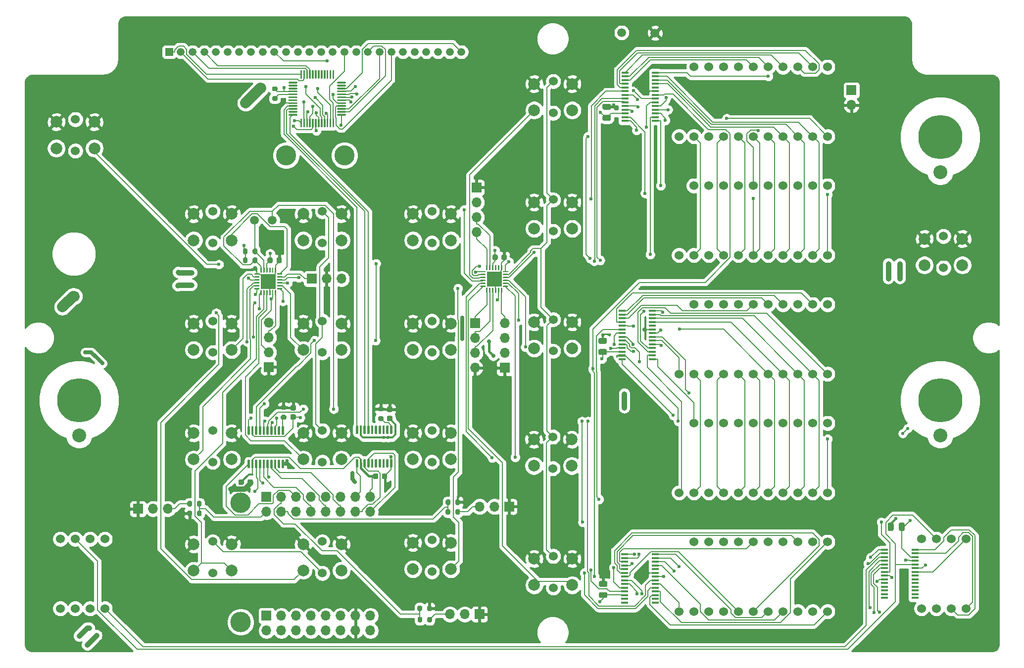
<source format=gbr>
G04 #@! TF.GenerationSoftware,KiCad,Pcbnew,(5.1.9)-1*
G04 #@! TF.CreationDate,2022-08-26T11:24:35-06:00*
G04 #@! TF.ProjectId,ufc_v5_main,7566635f-7635-45f6-9d61-696e2e6b6963,rev?*
G04 #@! TF.SameCoordinates,Original*
G04 #@! TF.FileFunction,Copper,L2,Bot*
G04 #@! TF.FilePolarity,Positive*
%FSLAX46Y46*%
G04 Gerber Fmt 4.6, Leading zero omitted, Abs format (unit mm)*
G04 Created by KiCad (PCBNEW (5.1.9)-1) date 2022-08-26 11:24:35*
%MOMM*%
%LPD*%
G01*
G04 APERTURE LIST*
G04 #@! TA.AperFunction,ComponentPad*
%ADD10C,3.500000*%
G04 #@! TD*
G04 #@! TA.AperFunction,ComponentPad*
%ADD11O,1.700000X1.700000*%
G04 #@! TD*
G04 #@! TA.AperFunction,ComponentPad*
%ADD12R,1.700000X1.700000*%
G04 #@! TD*
G04 #@! TA.AperFunction,SMDPad,CuDef*
%ADD13R,2.600000X2.600000*%
G04 #@! TD*
G04 #@! TA.AperFunction,SMDPad,CuDef*
%ADD14R,1.200000X0.400000*%
G04 #@! TD*
G04 #@! TA.AperFunction,ComponentPad*
%ADD15C,1.500000*%
G04 #@! TD*
G04 #@! TA.AperFunction,ComponentPad*
%ADD16R,1.337000X1.337000*%
G04 #@! TD*
G04 #@! TA.AperFunction,ComponentPad*
%ADD17C,1.337000*%
G04 #@! TD*
G04 #@! TA.AperFunction,ComponentPad*
%ADD18C,3.435000*%
G04 #@! TD*
G04 #@! TA.AperFunction,ComponentPad*
%ADD19C,1.524000*%
G04 #@! TD*
G04 #@! TA.AperFunction,WasherPad*
%ADD20C,7.540752*%
G04 #@! TD*
G04 #@! TA.AperFunction,WasherPad*
%ADD21C,2.381250*%
G04 #@! TD*
G04 #@! TA.AperFunction,ComponentPad*
%ADD22C,2.000000*%
G04 #@! TD*
G04 #@! TA.AperFunction,ViaPad*
%ADD23C,0.600000*%
G04 #@! TD*
G04 #@! TA.AperFunction,ViaPad*
%ADD24C,0.731520*%
G04 #@! TD*
G04 #@! TA.AperFunction,ViaPad*
%ADD25C,0.550000*%
G04 #@! TD*
G04 #@! TA.AperFunction,Conductor*
%ADD26C,0.203200*%
G04 #@! TD*
G04 #@! TA.AperFunction,Conductor*
%ADD27C,0.305000*%
G04 #@! TD*
G04 #@! TA.AperFunction,Conductor*
%ADD28C,0.914400*%
G04 #@! TD*
G04 #@! TA.AperFunction,Conductor*
%ADD29C,0.203000*%
G04 #@! TD*
G04 #@! TA.AperFunction,Conductor*
%ADD30C,1.828800*%
G04 #@! TD*
G04 #@! TA.AperFunction,Conductor*
%ADD31C,0.457200*%
G04 #@! TD*
G04 #@! TA.AperFunction,Conductor*
%ADD32C,0.635000*%
G04 #@! TD*
G04 #@! TA.AperFunction,Conductor*
%ADD33C,0.304800*%
G04 #@! TD*
G04 #@! TA.AperFunction,Conductor*
%ADD34C,0.254000*%
G04 #@! TD*
G04 #@! TA.AperFunction,Conductor*
%ADD35C,0.100000*%
G04 #@! TD*
G04 APERTURE END LIST*
D10*
X125190000Y-173808000D03*
X125190000Y-194208001D03*
D11*
X142300000Y-193118000D03*
X142300000Y-195658000D03*
X144840000Y-195658000D03*
D12*
X129600000Y-193118000D03*
D11*
X129600000Y-195658000D03*
X134680000Y-195658000D03*
X144840000Y-193118000D03*
X132140000Y-193118000D03*
X147380000Y-193118000D03*
X137220000Y-193118000D03*
X132140000Y-195658000D03*
X137220000Y-195658000D03*
X139760000Y-193118000D03*
X139760000Y-195658000D03*
X134680000Y-193118000D03*
X147380000Y-195658000D03*
X142300000Y-172798000D03*
X142300000Y-175338000D03*
X144840000Y-175338000D03*
D12*
X129600000Y-172798000D03*
D11*
X129600000Y-175338000D03*
X134680000Y-175338000D03*
X144840000Y-172798000D03*
X132140000Y-172798000D03*
X147380000Y-172798000D03*
X137220000Y-172798000D03*
X132140000Y-175338000D03*
X137220000Y-175338000D03*
X139760000Y-172798000D03*
X139760000Y-175338000D03*
X134680000Y-172798000D03*
X147380000Y-175338000D03*
G04 #@! TA.AperFunction,SMDPad,CuDef*
G36*
G01*
X144990000Y-166287000D02*
X145190000Y-166287000D01*
G75*
G02*
X145290000Y-166387000I0J-100000D01*
G01*
X145290000Y-167662000D01*
G75*
G02*
X145190000Y-167762000I-100000J0D01*
G01*
X144990000Y-167762000D01*
G75*
G02*
X144890000Y-167662000I0J100000D01*
G01*
X144890000Y-166387000D01*
G75*
G02*
X144990000Y-166287000I100000J0D01*
G01*
G37*
G04 #@! TD.AperFunction*
G04 #@! TA.AperFunction,SMDPad,CuDef*
G36*
G01*
X145640000Y-166287000D02*
X145840000Y-166287000D01*
G75*
G02*
X145940000Y-166387000I0J-100000D01*
G01*
X145940000Y-167662000D01*
G75*
G02*
X145840000Y-167762000I-100000J0D01*
G01*
X145640000Y-167762000D01*
G75*
G02*
X145540000Y-167662000I0J100000D01*
G01*
X145540000Y-166387000D01*
G75*
G02*
X145640000Y-166287000I100000J0D01*
G01*
G37*
G04 #@! TD.AperFunction*
G04 #@! TA.AperFunction,SMDPad,CuDef*
G36*
G01*
X146290000Y-166287000D02*
X146490000Y-166287000D01*
G75*
G02*
X146590000Y-166387000I0J-100000D01*
G01*
X146590000Y-167662000D01*
G75*
G02*
X146490000Y-167762000I-100000J0D01*
G01*
X146290000Y-167762000D01*
G75*
G02*
X146190000Y-167662000I0J100000D01*
G01*
X146190000Y-166387000D01*
G75*
G02*
X146290000Y-166287000I100000J0D01*
G01*
G37*
G04 #@! TD.AperFunction*
G04 #@! TA.AperFunction,SMDPad,CuDef*
G36*
G01*
X146940000Y-166287000D02*
X147140000Y-166287000D01*
G75*
G02*
X147240000Y-166387000I0J-100000D01*
G01*
X147240000Y-167662000D01*
G75*
G02*
X147140000Y-167762000I-100000J0D01*
G01*
X146940000Y-167762000D01*
G75*
G02*
X146840000Y-167662000I0J100000D01*
G01*
X146840000Y-166387000D01*
G75*
G02*
X146940000Y-166287000I100000J0D01*
G01*
G37*
G04 #@! TD.AperFunction*
G04 #@! TA.AperFunction,SMDPad,CuDef*
G36*
G01*
X147590000Y-166287000D02*
X147790000Y-166287000D01*
G75*
G02*
X147890000Y-166387000I0J-100000D01*
G01*
X147890000Y-167662000D01*
G75*
G02*
X147790000Y-167762000I-100000J0D01*
G01*
X147590000Y-167762000D01*
G75*
G02*
X147490000Y-167662000I0J100000D01*
G01*
X147490000Y-166387000D01*
G75*
G02*
X147590000Y-166287000I100000J0D01*
G01*
G37*
G04 #@! TD.AperFunction*
G04 #@! TA.AperFunction,SMDPad,CuDef*
G36*
G01*
X148240000Y-166287000D02*
X148440000Y-166287000D01*
G75*
G02*
X148540000Y-166387000I0J-100000D01*
G01*
X148540000Y-167662000D01*
G75*
G02*
X148440000Y-167762000I-100000J0D01*
G01*
X148240000Y-167762000D01*
G75*
G02*
X148140000Y-167662000I0J100000D01*
G01*
X148140000Y-166387000D01*
G75*
G02*
X148240000Y-166287000I100000J0D01*
G01*
G37*
G04 #@! TD.AperFunction*
G04 #@! TA.AperFunction,SMDPad,CuDef*
G36*
G01*
X148890000Y-166287000D02*
X149090000Y-166287000D01*
G75*
G02*
X149190000Y-166387000I0J-100000D01*
G01*
X149190000Y-167662000D01*
G75*
G02*
X149090000Y-167762000I-100000J0D01*
G01*
X148890000Y-167762000D01*
G75*
G02*
X148790000Y-167662000I0J100000D01*
G01*
X148790000Y-166387000D01*
G75*
G02*
X148890000Y-166287000I100000J0D01*
G01*
G37*
G04 #@! TD.AperFunction*
G04 #@! TA.AperFunction,SMDPad,CuDef*
G36*
G01*
X149540000Y-166287000D02*
X149740000Y-166287000D01*
G75*
G02*
X149840000Y-166387000I0J-100000D01*
G01*
X149840000Y-167662000D01*
G75*
G02*
X149740000Y-167762000I-100000J0D01*
G01*
X149540000Y-167762000D01*
G75*
G02*
X149440000Y-167662000I0J100000D01*
G01*
X149440000Y-166387000D01*
G75*
G02*
X149540000Y-166287000I100000J0D01*
G01*
G37*
G04 #@! TD.AperFunction*
G04 #@! TA.AperFunction,SMDPad,CuDef*
G36*
G01*
X150190000Y-166287000D02*
X150390000Y-166287000D01*
G75*
G02*
X150490000Y-166387000I0J-100000D01*
G01*
X150490000Y-167662000D01*
G75*
G02*
X150390000Y-167762000I-100000J0D01*
G01*
X150190000Y-167762000D01*
G75*
G02*
X150090000Y-167662000I0J100000D01*
G01*
X150090000Y-166387000D01*
G75*
G02*
X150190000Y-166287000I100000J0D01*
G01*
G37*
G04 #@! TD.AperFunction*
G04 #@! TA.AperFunction,SMDPad,CuDef*
G36*
G01*
X150840000Y-166287000D02*
X151040000Y-166287000D01*
G75*
G02*
X151140000Y-166387000I0J-100000D01*
G01*
X151140000Y-167662000D01*
G75*
G02*
X151040000Y-167762000I-100000J0D01*
G01*
X150840000Y-167762000D01*
G75*
G02*
X150740000Y-167662000I0J100000D01*
G01*
X150740000Y-166387000D01*
G75*
G02*
X150840000Y-166287000I100000J0D01*
G01*
G37*
G04 #@! TD.AperFunction*
G04 #@! TA.AperFunction,SMDPad,CuDef*
G36*
G01*
X150840000Y-160562000D02*
X151040000Y-160562000D01*
G75*
G02*
X151140000Y-160662000I0J-100000D01*
G01*
X151140000Y-161937000D01*
G75*
G02*
X151040000Y-162037000I-100000J0D01*
G01*
X150840000Y-162037000D01*
G75*
G02*
X150740000Y-161937000I0J100000D01*
G01*
X150740000Y-160662000D01*
G75*
G02*
X150840000Y-160562000I100000J0D01*
G01*
G37*
G04 #@! TD.AperFunction*
G04 #@! TA.AperFunction,SMDPad,CuDef*
G36*
G01*
X150190000Y-160562000D02*
X150390000Y-160562000D01*
G75*
G02*
X150490000Y-160662000I0J-100000D01*
G01*
X150490000Y-161937000D01*
G75*
G02*
X150390000Y-162037000I-100000J0D01*
G01*
X150190000Y-162037000D01*
G75*
G02*
X150090000Y-161937000I0J100000D01*
G01*
X150090000Y-160662000D01*
G75*
G02*
X150190000Y-160562000I100000J0D01*
G01*
G37*
G04 #@! TD.AperFunction*
G04 #@! TA.AperFunction,SMDPad,CuDef*
G36*
G01*
X149540000Y-160562000D02*
X149740000Y-160562000D01*
G75*
G02*
X149840000Y-160662000I0J-100000D01*
G01*
X149840000Y-161937000D01*
G75*
G02*
X149740000Y-162037000I-100000J0D01*
G01*
X149540000Y-162037000D01*
G75*
G02*
X149440000Y-161937000I0J100000D01*
G01*
X149440000Y-160662000D01*
G75*
G02*
X149540000Y-160562000I100000J0D01*
G01*
G37*
G04 #@! TD.AperFunction*
G04 #@! TA.AperFunction,SMDPad,CuDef*
G36*
G01*
X148890000Y-160562000D02*
X149090000Y-160562000D01*
G75*
G02*
X149190000Y-160662000I0J-100000D01*
G01*
X149190000Y-161937000D01*
G75*
G02*
X149090000Y-162037000I-100000J0D01*
G01*
X148890000Y-162037000D01*
G75*
G02*
X148790000Y-161937000I0J100000D01*
G01*
X148790000Y-160662000D01*
G75*
G02*
X148890000Y-160562000I100000J0D01*
G01*
G37*
G04 #@! TD.AperFunction*
G04 #@! TA.AperFunction,SMDPad,CuDef*
G36*
G01*
X148240000Y-160562000D02*
X148440000Y-160562000D01*
G75*
G02*
X148540000Y-160662000I0J-100000D01*
G01*
X148540000Y-161937000D01*
G75*
G02*
X148440000Y-162037000I-100000J0D01*
G01*
X148240000Y-162037000D01*
G75*
G02*
X148140000Y-161937000I0J100000D01*
G01*
X148140000Y-160662000D01*
G75*
G02*
X148240000Y-160562000I100000J0D01*
G01*
G37*
G04 #@! TD.AperFunction*
G04 #@! TA.AperFunction,SMDPad,CuDef*
G36*
G01*
X147590000Y-160562000D02*
X147790000Y-160562000D01*
G75*
G02*
X147890000Y-160662000I0J-100000D01*
G01*
X147890000Y-161937000D01*
G75*
G02*
X147790000Y-162037000I-100000J0D01*
G01*
X147590000Y-162037000D01*
G75*
G02*
X147490000Y-161937000I0J100000D01*
G01*
X147490000Y-160662000D01*
G75*
G02*
X147590000Y-160562000I100000J0D01*
G01*
G37*
G04 #@! TD.AperFunction*
G04 #@! TA.AperFunction,SMDPad,CuDef*
G36*
G01*
X146940000Y-160562000D02*
X147140000Y-160562000D01*
G75*
G02*
X147240000Y-160662000I0J-100000D01*
G01*
X147240000Y-161937000D01*
G75*
G02*
X147140000Y-162037000I-100000J0D01*
G01*
X146940000Y-162037000D01*
G75*
G02*
X146840000Y-161937000I0J100000D01*
G01*
X146840000Y-160662000D01*
G75*
G02*
X146940000Y-160562000I100000J0D01*
G01*
G37*
G04 #@! TD.AperFunction*
G04 #@! TA.AperFunction,SMDPad,CuDef*
G36*
G01*
X146290000Y-160562000D02*
X146490000Y-160562000D01*
G75*
G02*
X146590000Y-160662000I0J-100000D01*
G01*
X146590000Y-161937000D01*
G75*
G02*
X146490000Y-162037000I-100000J0D01*
G01*
X146290000Y-162037000D01*
G75*
G02*
X146190000Y-161937000I0J100000D01*
G01*
X146190000Y-160662000D01*
G75*
G02*
X146290000Y-160562000I100000J0D01*
G01*
G37*
G04 #@! TD.AperFunction*
G04 #@! TA.AperFunction,SMDPad,CuDef*
G36*
G01*
X145640000Y-160562000D02*
X145840000Y-160562000D01*
G75*
G02*
X145940000Y-160662000I0J-100000D01*
G01*
X145940000Y-161937000D01*
G75*
G02*
X145840000Y-162037000I-100000J0D01*
G01*
X145640000Y-162037000D01*
G75*
G02*
X145540000Y-161937000I0J100000D01*
G01*
X145540000Y-160662000D01*
G75*
G02*
X145640000Y-160562000I100000J0D01*
G01*
G37*
G04 #@! TD.AperFunction*
G04 #@! TA.AperFunction,SMDPad,CuDef*
G36*
G01*
X144990000Y-160562000D02*
X145190000Y-160562000D01*
G75*
G02*
X145290000Y-160662000I0J-100000D01*
G01*
X145290000Y-161937000D01*
G75*
G02*
X145190000Y-162037000I-100000J0D01*
G01*
X144990000Y-162037000D01*
G75*
G02*
X144890000Y-161937000I0J100000D01*
G01*
X144890000Y-160662000D01*
G75*
G02*
X144990000Y-160562000I100000J0D01*
G01*
G37*
G04 #@! TD.AperFunction*
G04 #@! TA.AperFunction,SMDPad,CuDef*
G36*
G01*
X126448000Y-166414000D02*
X126648000Y-166414000D01*
G75*
G02*
X126748000Y-166514000I0J-100000D01*
G01*
X126748000Y-167789000D01*
G75*
G02*
X126648000Y-167889000I-100000J0D01*
G01*
X126448000Y-167889000D01*
G75*
G02*
X126348000Y-167789000I0J100000D01*
G01*
X126348000Y-166514000D01*
G75*
G02*
X126448000Y-166414000I100000J0D01*
G01*
G37*
G04 #@! TD.AperFunction*
G04 #@! TA.AperFunction,SMDPad,CuDef*
G36*
G01*
X127098000Y-166414000D02*
X127298000Y-166414000D01*
G75*
G02*
X127398000Y-166514000I0J-100000D01*
G01*
X127398000Y-167789000D01*
G75*
G02*
X127298000Y-167889000I-100000J0D01*
G01*
X127098000Y-167889000D01*
G75*
G02*
X126998000Y-167789000I0J100000D01*
G01*
X126998000Y-166514000D01*
G75*
G02*
X127098000Y-166414000I100000J0D01*
G01*
G37*
G04 #@! TD.AperFunction*
G04 #@! TA.AperFunction,SMDPad,CuDef*
G36*
G01*
X127748000Y-166414000D02*
X127948000Y-166414000D01*
G75*
G02*
X128048000Y-166514000I0J-100000D01*
G01*
X128048000Y-167789000D01*
G75*
G02*
X127948000Y-167889000I-100000J0D01*
G01*
X127748000Y-167889000D01*
G75*
G02*
X127648000Y-167789000I0J100000D01*
G01*
X127648000Y-166514000D01*
G75*
G02*
X127748000Y-166414000I100000J0D01*
G01*
G37*
G04 #@! TD.AperFunction*
G04 #@! TA.AperFunction,SMDPad,CuDef*
G36*
G01*
X128398000Y-166414000D02*
X128598000Y-166414000D01*
G75*
G02*
X128698000Y-166514000I0J-100000D01*
G01*
X128698000Y-167789000D01*
G75*
G02*
X128598000Y-167889000I-100000J0D01*
G01*
X128398000Y-167889000D01*
G75*
G02*
X128298000Y-167789000I0J100000D01*
G01*
X128298000Y-166514000D01*
G75*
G02*
X128398000Y-166414000I100000J0D01*
G01*
G37*
G04 #@! TD.AperFunction*
G04 #@! TA.AperFunction,SMDPad,CuDef*
G36*
G01*
X129048000Y-166414000D02*
X129248000Y-166414000D01*
G75*
G02*
X129348000Y-166514000I0J-100000D01*
G01*
X129348000Y-167789000D01*
G75*
G02*
X129248000Y-167889000I-100000J0D01*
G01*
X129048000Y-167889000D01*
G75*
G02*
X128948000Y-167789000I0J100000D01*
G01*
X128948000Y-166514000D01*
G75*
G02*
X129048000Y-166414000I100000J0D01*
G01*
G37*
G04 #@! TD.AperFunction*
G04 #@! TA.AperFunction,SMDPad,CuDef*
G36*
G01*
X129698000Y-166414000D02*
X129898000Y-166414000D01*
G75*
G02*
X129998000Y-166514000I0J-100000D01*
G01*
X129998000Y-167789000D01*
G75*
G02*
X129898000Y-167889000I-100000J0D01*
G01*
X129698000Y-167889000D01*
G75*
G02*
X129598000Y-167789000I0J100000D01*
G01*
X129598000Y-166514000D01*
G75*
G02*
X129698000Y-166414000I100000J0D01*
G01*
G37*
G04 #@! TD.AperFunction*
G04 #@! TA.AperFunction,SMDPad,CuDef*
G36*
G01*
X130348000Y-166414000D02*
X130548000Y-166414000D01*
G75*
G02*
X130648000Y-166514000I0J-100000D01*
G01*
X130648000Y-167789000D01*
G75*
G02*
X130548000Y-167889000I-100000J0D01*
G01*
X130348000Y-167889000D01*
G75*
G02*
X130248000Y-167789000I0J100000D01*
G01*
X130248000Y-166514000D01*
G75*
G02*
X130348000Y-166414000I100000J0D01*
G01*
G37*
G04 #@! TD.AperFunction*
G04 #@! TA.AperFunction,SMDPad,CuDef*
G36*
G01*
X130998000Y-166414000D02*
X131198000Y-166414000D01*
G75*
G02*
X131298000Y-166514000I0J-100000D01*
G01*
X131298000Y-167789000D01*
G75*
G02*
X131198000Y-167889000I-100000J0D01*
G01*
X130998000Y-167889000D01*
G75*
G02*
X130898000Y-167789000I0J100000D01*
G01*
X130898000Y-166514000D01*
G75*
G02*
X130998000Y-166414000I100000J0D01*
G01*
G37*
G04 #@! TD.AperFunction*
G04 #@! TA.AperFunction,SMDPad,CuDef*
G36*
G01*
X131648000Y-166414000D02*
X131848000Y-166414000D01*
G75*
G02*
X131948000Y-166514000I0J-100000D01*
G01*
X131948000Y-167789000D01*
G75*
G02*
X131848000Y-167889000I-100000J0D01*
G01*
X131648000Y-167889000D01*
G75*
G02*
X131548000Y-167789000I0J100000D01*
G01*
X131548000Y-166514000D01*
G75*
G02*
X131648000Y-166414000I100000J0D01*
G01*
G37*
G04 #@! TD.AperFunction*
G04 #@! TA.AperFunction,SMDPad,CuDef*
G36*
G01*
X132298000Y-166414000D02*
X132498000Y-166414000D01*
G75*
G02*
X132598000Y-166514000I0J-100000D01*
G01*
X132598000Y-167789000D01*
G75*
G02*
X132498000Y-167889000I-100000J0D01*
G01*
X132298000Y-167889000D01*
G75*
G02*
X132198000Y-167789000I0J100000D01*
G01*
X132198000Y-166514000D01*
G75*
G02*
X132298000Y-166414000I100000J0D01*
G01*
G37*
G04 #@! TD.AperFunction*
G04 #@! TA.AperFunction,SMDPad,CuDef*
G36*
G01*
X132298000Y-160689000D02*
X132498000Y-160689000D01*
G75*
G02*
X132598000Y-160789000I0J-100000D01*
G01*
X132598000Y-162064000D01*
G75*
G02*
X132498000Y-162164000I-100000J0D01*
G01*
X132298000Y-162164000D01*
G75*
G02*
X132198000Y-162064000I0J100000D01*
G01*
X132198000Y-160789000D01*
G75*
G02*
X132298000Y-160689000I100000J0D01*
G01*
G37*
G04 #@! TD.AperFunction*
G04 #@! TA.AperFunction,SMDPad,CuDef*
G36*
G01*
X131648000Y-160689000D02*
X131848000Y-160689000D01*
G75*
G02*
X131948000Y-160789000I0J-100000D01*
G01*
X131948000Y-162064000D01*
G75*
G02*
X131848000Y-162164000I-100000J0D01*
G01*
X131648000Y-162164000D01*
G75*
G02*
X131548000Y-162064000I0J100000D01*
G01*
X131548000Y-160789000D01*
G75*
G02*
X131648000Y-160689000I100000J0D01*
G01*
G37*
G04 #@! TD.AperFunction*
G04 #@! TA.AperFunction,SMDPad,CuDef*
G36*
G01*
X130998000Y-160689000D02*
X131198000Y-160689000D01*
G75*
G02*
X131298000Y-160789000I0J-100000D01*
G01*
X131298000Y-162064000D01*
G75*
G02*
X131198000Y-162164000I-100000J0D01*
G01*
X130998000Y-162164000D01*
G75*
G02*
X130898000Y-162064000I0J100000D01*
G01*
X130898000Y-160789000D01*
G75*
G02*
X130998000Y-160689000I100000J0D01*
G01*
G37*
G04 #@! TD.AperFunction*
G04 #@! TA.AperFunction,SMDPad,CuDef*
G36*
G01*
X130348000Y-160689000D02*
X130548000Y-160689000D01*
G75*
G02*
X130648000Y-160789000I0J-100000D01*
G01*
X130648000Y-162064000D01*
G75*
G02*
X130548000Y-162164000I-100000J0D01*
G01*
X130348000Y-162164000D01*
G75*
G02*
X130248000Y-162064000I0J100000D01*
G01*
X130248000Y-160789000D01*
G75*
G02*
X130348000Y-160689000I100000J0D01*
G01*
G37*
G04 #@! TD.AperFunction*
G04 #@! TA.AperFunction,SMDPad,CuDef*
G36*
G01*
X129698000Y-160689000D02*
X129898000Y-160689000D01*
G75*
G02*
X129998000Y-160789000I0J-100000D01*
G01*
X129998000Y-162064000D01*
G75*
G02*
X129898000Y-162164000I-100000J0D01*
G01*
X129698000Y-162164000D01*
G75*
G02*
X129598000Y-162064000I0J100000D01*
G01*
X129598000Y-160789000D01*
G75*
G02*
X129698000Y-160689000I100000J0D01*
G01*
G37*
G04 #@! TD.AperFunction*
G04 #@! TA.AperFunction,SMDPad,CuDef*
G36*
G01*
X129048000Y-160689000D02*
X129248000Y-160689000D01*
G75*
G02*
X129348000Y-160789000I0J-100000D01*
G01*
X129348000Y-162064000D01*
G75*
G02*
X129248000Y-162164000I-100000J0D01*
G01*
X129048000Y-162164000D01*
G75*
G02*
X128948000Y-162064000I0J100000D01*
G01*
X128948000Y-160789000D01*
G75*
G02*
X129048000Y-160689000I100000J0D01*
G01*
G37*
G04 #@! TD.AperFunction*
G04 #@! TA.AperFunction,SMDPad,CuDef*
G36*
G01*
X128398000Y-160689000D02*
X128598000Y-160689000D01*
G75*
G02*
X128698000Y-160789000I0J-100000D01*
G01*
X128698000Y-162064000D01*
G75*
G02*
X128598000Y-162164000I-100000J0D01*
G01*
X128398000Y-162164000D01*
G75*
G02*
X128298000Y-162064000I0J100000D01*
G01*
X128298000Y-160789000D01*
G75*
G02*
X128398000Y-160689000I100000J0D01*
G01*
G37*
G04 #@! TD.AperFunction*
G04 #@! TA.AperFunction,SMDPad,CuDef*
G36*
G01*
X127748000Y-160689000D02*
X127948000Y-160689000D01*
G75*
G02*
X128048000Y-160789000I0J-100000D01*
G01*
X128048000Y-162064000D01*
G75*
G02*
X127948000Y-162164000I-100000J0D01*
G01*
X127748000Y-162164000D01*
G75*
G02*
X127648000Y-162064000I0J100000D01*
G01*
X127648000Y-160789000D01*
G75*
G02*
X127748000Y-160689000I100000J0D01*
G01*
G37*
G04 #@! TD.AperFunction*
G04 #@! TA.AperFunction,SMDPad,CuDef*
G36*
G01*
X127098000Y-160689000D02*
X127298000Y-160689000D01*
G75*
G02*
X127398000Y-160789000I0J-100000D01*
G01*
X127398000Y-162064000D01*
G75*
G02*
X127298000Y-162164000I-100000J0D01*
G01*
X127098000Y-162164000D01*
G75*
G02*
X126998000Y-162064000I0J100000D01*
G01*
X126998000Y-160789000D01*
G75*
G02*
X127098000Y-160689000I100000J0D01*
G01*
G37*
G04 #@! TD.AperFunction*
G04 #@! TA.AperFunction,SMDPad,CuDef*
G36*
G01*
X126448000Y-160689000D02*
X126648000Y-160689000D01*
G75*
G02*
X126748000Y-160789000I0J-100000D01*
G01*
X126748000Y-162064000D01*
G75*
G02*
X126648000Y-162164000I-100000J0D01*
G01*
X126448000Y-162164000D01*
G75*
G02*
X126348000Y-162064000I0J100000D01*
G01*
X126348000Y-160789000D01*
G75*
G02*
X126448000Y-160689000I100000J0D01*
G01*
G37*
G04 #@! TD.AperFunction*
D13*
X168556000Y-135485000D03*
G04 #@! TA.AperFunction,SMDPad,CuDef*
G36*
G01*
X169931000Y-133172500D02*
X169931000Y-133922500D01*
G75*
G02*
X169868500Y-133985000I-62500J0D01*
G01*
X169743500Y-133985000D01*
G75*
G02*
X169681000Y-133922500I0J62500D01*
G01*
X169681000Y-133172500D01*
G75*
G02*
X169743500Y-133110000I62500J0D01*
G01*
X169868500Y-133110000D01*
G75*
G02*
X169931000Y-133172500I0J-62500D01*
G01*
G37*
G04 #@! TD.AperFunction*
G04 #@! TA.AperFunction,SMDPad,CuDef*
G36*
G01*
X169431000Y-133172500D02*
X169431000Y-133922500D01*
G75*
G02*
X169368500Y-133985000I-62500J0D01*
G01*
X169243500Y-133985000D01*
G75*
G02*
X169181000Y-133922500I0J62500D01*
G01*
X169181000Y-133172500D01*
G75*
G02*
X169243500Y-133110000I62500J0D01*
G01*
X169368500Y-133110000D01*
G75*
G02*
X169431000Y-133172500I0J-62500D01*
G01*
G37*
G04 #@! TD.AperFunction*
G04 #@! TA.AperFunction,SMDPad,CuDef*
G36*
G01*
X168931000Y-133172500D02*
X168931000Y-133922500D01*
G75*
G02*
X168868500Y-133985000I-62500J0D01*
G01*
X168743500Y-133985000D01*
G75*
G02*
X168681000Y-133922500I0J62500D01*
G01*
X168681000Y-133172500D01*
G75*
G02*
X168743500Y-133110000I62500J0D01*
G01*
X168868500Y-133110000D01*
G75*
G02*
X168931000Y-133172500I0J-62500D01*
G01*
G37*
G04 #@! TD.AperFunction*
G04 #@! TA.AperFunction,SMDPad,CuDef*
G36*
G01*
X168431000Y-133172500D02*
X168431000Y-133922500D01*
G75*
G02*
X168368500Y-133985000I-62500J0D01*
G01*
X168243500Y-133985000D01*
G75*
G02*
X168181000Y-133922500I0J62500D01*
G01*
X168181000Y-133172500D01*
G75*
G02*
X168243500Y-133110000I62500J0D01*
G01*
X168368500Y-133110000D01*
G75*
G02*
X168431000Y-133172500I0J-62500D01*
G01*
G37*
G04 #@! TD.AperFunction*
G04 #@! TA.AperFunction,SMDPad,CuDef*
G36*
G01*
X167931000Y-133172500D02*
X167931000Y-133922500D01*
G75*
G02*
X167868500Y-133985000I-62500J0D01*
G01*
X167743500Y-133985000D01*
G75*
G02*
X167681000Y-133922500I0J62500D01*
G01*
X167681000Y-133172500D01*
G75*
G02*
X167743500Y-133110000I62500J0D01*
G01*
X167868500Y-133110000D01*
G75*
G02*
X167931000Y-133172500I0J-62500D01*
G01*
G37*
G04 #@! TD.AperFunction*
G04 #@! TA.AperFunction,SMDPad,CuDef*
G36*
G01*
X167431000Y-133172500D02*
X167431000Y-133922500D01*
G75*
G02*
X167368500Y-133985000I-62500J0D01*
G01*
X167243500Y-133985000D01*
G75*
G02*
X167181000Y-133922500I0J62500D01*
G01*
X167181000Y-133172500D01*
G75*
G02*
X167243500Y-133110000I62500J0D01*
G01*
X167368500Y-133110000D01*
G75*
G02*
X167431000Y-133172500I0J-62500D01*
G01*
G37*
G04 #@! TD.AperFunction*
G04 #@! TA.AperFunction,SMDPad,CuDef*
G36*
G01*
X167056000Y-134172500D02*
X167056000Y-134297500D01*
G75*
G02*
X166993500Y-134360000I-62500J0D01*
G01*
X166243500Y-134360000D01*
G75*
G02*
X166181000Y-134297500I0J62500D01*
G01*
X166181000Y-134172500D01*
G75*
G02*
X166243500Y-134110000I62500J0D01*
G01*
X166993500Y-134110000D01*
G75*
G02*
X167056000Y-134172500I0J-62500D01*
G01*
G37*
G04 #@! TD.AperFunction*
G04 #@! TA.AperFunction,SMDPad,CuDef*
G36*
G01*
X167056000Y-134672500D02*
X167056000Y-134797500D01*
G75*
G02*
X166993500Y-134860000I-62500J0D01*
G01*
X166243500Y-134860000D01*
G75*
G02*
X166181000Y-134797500I0J62500D01*
G01*
X166181000Y-134672500D01*
G75*
G02*
X166243500Y-134610000I62500J0D01*
G01*
X166993500Y-134610000D01*
G75*
G02*
X167056000Y-134672500I0J-62500D01*
G01*
G37*
G04 #@! TD.AperFunction*
G04 #@! TA.AperFunction,SMDPad,CuDef*
G36*
G01*
X167056000Y-135172500D02*
X167056000Y-135297500D01*
G75*
G02*
X166993500Y-135360000I-62500J0D01*
G01*
X166243500Y-135360000D01*
G75*
G02*
X166181000Y-135297500I0J62500D01*
G01*
X166181000Y-135172500D01*
G75*
G02*
X166243500Y-135110000I62500J0D01*
G01*
X166993500Y-135110000D01*
G75*
G02*
X167056000Y-135172500I0J-62500D01*
G01*
G37*
G04 #@! TD.AperFunction*
G04 #@! TA.AperFunction,SMDPad,CuDef*
G36*
G01*
X167056000Y-135672500D02*
X167056000Y-135797500D01*
G75*
G02*
X166993500Y-135860000I-62500J0D01*
G01*
X166243500Y-135860000D01*
G75*
G02*
X166181000Y-135797500I0J62500D01*
G01*
X166181000Y-135672500D01*
G75*
G02*
X166243500Y-135610000I62500J0D01*
G01*
X166993500Y-135610000D01*
G75*
G02*
X167056000Y-135672500I0J-62500D01*
G01*
G37*
G04 #@! TD.AperFunction*
G04 #@! TA.AperFunction,SMDPad,CuDef*
G36*
G01*
X167056000Y-136172500D02*
X167056000Y-136297500D01*
G75*
G02*
X166993500Y-136360000I-62500J0D01*
G01*
X166243500Y-136360000D01*
G75*
G02*
X166181000Y-136297500I0J62500D01*
G01*
X166181000Y-136172500D01*
G75*
G02*
X166243500Y-136110000I62500J0D01*
G01*
X166993500Y-136110000D01*
G75*
G02*
X167056000Y-136172500I0J-62500D01*
G01*
G37*
G04 #@! TD.AperFunction*
G04 #@! TA.AperFunction,SMDPad,CuDef*
G36*
G01*
X167056000Y-136672500D02*
X167056000Y-136797500D01*
G75*
G02*
X166993500Y-136860000I-62500J0D01*
G01*
X166243500Y-136860000D01*
G75*
G02*
X166181000Y-136797500I0J62500D01*
G01*
X166181000Y-136672500D01*
G75*
G02*
X166243500Y-136610000I62500J0D01*
G01*
X166993500Y-136610000D01*
G75*
G02*
X167056000Y-136672500I0J-62500D01*
G01*
G37*
G04 #@! TD.AperFunction*
G04 #@! TA.AperFunction,SMDPad,CuDef*
G36*
G01*
X167431000Y-137047500D02*
X167431000Y-137797500D01*
G75*
G02*
X167368500Y-137860000I-62500J0D01*
G01*
X167243500Y-137860000D01*
G75*
G02*
X167181000Y-137797500I0J62500D01*
G01*
X167181000Y-137047500D01*
G75*
G02*
X167243500Y-136985000I62500J0D01*
G01*
X167368500Y-136985000D01*
G75*
G02*
X167431000Y-137047500I0J-62500D01*
G01*
G37*
G04 #@! TD.AperFunction*
G04 #@! TA.AperFunction,SMDPad,CuDef*
G36*
G01*
X167931000Y-137047500D02*
X167931000Y-137797500D01*
G75*
G02*
X167868500Y-137860000I-62500J0D01*
G01*
X167743500Y-137860000D01*
G75*
G02*
X167681000Y-137797500I0J62500D01*
G01*
X167681000Y-137047500D01*
G75*
G02*
X167743500Y-136985000I62500J0D01*
G01*
X167868500Y-136985000D01*
G75*
G02*
X167931000Y-137047500I0J-62500D01*
G01*
G37*
G04 #@! TD.AperFunction*
G04 #@! TA.AperFunction,SMDPad,CuDef*
G36*
G01*
X168431000Y-137047500D02*
X168431000Y-137797500D01*
G75*
G02*
X168368500Y-137860000I-62500J0D01*
G01*
X168243500Y-137860000D01*
G75*
G02*
X168181000Y-137797500I0J62500D01*
G01*
X168181000Y-137047500D01*
G75*
G02*
X168243500Y-136985000I62500J0D01*
G01*
X168368500Y-136985000D01*
G75*
G02*
X168431000Y-137047500I0J-62500D01*
G01*
G37*
G04 #@! TD.AperFunction*
G04 #@! TA.AperFunction,SMDPad,CuDef*
G36*
G01*
X168931000Y-137047500D02*
X168931000Y-137797500D01*
G75*
G02*
X168868500Y-137860000I-62500J0D01*
G01*
X168743500Y-137860000D01*
G75*
G02*
X168681000Y-137797500I0J62500D01*
G01*
X168681000Y-137047500D01*
G75*
G02*
X168743500Y-136985000I62500J0D01*
G01*
X168868500Y-136985000D01*
G75*
G02*
X168931000Y-137047500I0J-62500D01*
G01*
G37*
G04 #@! TD.AperFunction*
G04 #@! TA.AperFunction,SMDPad,CuDef*
G36*
G01*
X169431000Y-137047500D02*
X169431000Y-137797500D01*
G75*
G02*
X169368500Y-137860000I-62500J0D01*
G01*
X169243500Y-137860000D01*
G75*
G02*
X169181000Y-137797500I0J62500D01*
G01*
X169181000Y-137047500D01*
G75*
G02*
X169243500Y-136985000I62500J0D01*
G01*
X169368500Y-136985000D01*
G75*
G02*
X169431000Y-137047500I0J-62500D01*
G01*
G37*
G04 #@! TD.AperFunction*
G04 #@! TA.AperFunction,SMDPad,CuDef*
G36*
G01*
X169931000Y-137047500D02*
X169931000Y-137797500D01*
G75*
G02*
X169868500Y-137860000I-62500J0D01*
G01*
X169743500Y-137860000D01*
G75*
G02*
X169681000Y-137797500I0J62500D01*
G01*
X169681000Y-137047500D01*
G75*
G02*
X169743500Y-136985000I62500J0D01*
G01*
X169868500Y-136985000D01*
G75*
G02*
X169931000Y-137047500I0J-62500D01*
G01*
G37*
G04 #@! TD.AperFunction*
G04 #@! TA.AperFunction,SMDPad,CuDef*
G36*
G01*
X170931000Y-136672500D02*
X170931000Y-136797500D01*
G75*
G02*
X170868500Y-136860000I-62500J0D01*
G01*
X170118500Y-136860000D01*
G75*
G02*
X170056000Y-136797500I0J62500D01*
G01*
X170056000Y-136672500D01*
G75*
G02*
X170118500Y-136610000I62500J0D01*
G01*
X170868500Y-136610000D01*
G75*
G02*
X170931000Y-136672500I0J-62500D01*
G01*
G37*
G04 #@! TD.AperFunction*
G04 #@! TA.AperFunction,SMDPad,CuDef*
G36*
G01*
X170931000Y-136172500D02*
X170931000Y-136297500D01*
G75*
G02*
X170868500Y-136360000I-62500J0D01*
G01*
X170118500Y-136360000D01*
G75*
G02*
X170056000Y-136297500I0J62500D01*
G01*
X170056000Y-136172500D01*
G75*
G02*
X170118500Y-136110000I62500J0D01*
G01*
X170868500Y-136110000D01*
G75*
G02*
X170931000Y-136172500I0J-62500D01*
G01*
G37*
G04 #@! TD.AperFunction*
G04 #@! TA.AperFunction,SMDPad,CuDef*
G36*
G01*
X170931000Y-135672500D02*
X170931000Y-135797500D01*
G75*
G02*
X170868500Y-135860000I-62500J0D01*
G01*
X170118500Y-135860000D01*
G75*
G02*
X170056000Y-135797500I0J62500D01*
G01*
X170056000Y-135672500D01*
G75*
G02*
X170118500Y-135610000I62500J0D01*
G01*
X170868500Y-135610000D01*
G75*
G02*
X170931000Y-135672500I0J-62500D01*
G01*
G37*
G04 #@! TD.AperFunction*
G04 #@! TA.AperFunction,SMDPad,CuDef*
G36*
G01*
X170931000Y-135172500D02*
X170931000Y-135297500D01*
G75*
G02*
X170868500Y-135360000I-62500J0D01*
G01*
X170118500Y-135360000D01*
G75*
G02*
X170056000Y-135297500I0J62500D01*
G01*
X170056000Y-135172500D01*
G75*
G02*
X170118500Y-135110000I62500J0D01*
G01*
X170868500Y-135110000D01*
G75*
G02*
X170931000Y-135172500I0J-62500D01*
G01*
G37*
G04 #@! TD.AperFunction*
G04 #@! TA.AperFunction,SMDPad,CuDef*
G36*
G01*
X170931000Y-134672500D02*
X170931000Y-134797500D01*
G75*
G02*
X170868500Y-134860000I-62500J0D01*
G01*
X170118500Y-134860000D01*
G75*
G02*
X170056000Y-134797500I0J62500D01*
G01*
X170056000Y-134672500D01*
G75*
G02*
X170118500Y-134610000I62500J0D01*
G01*
X170868500Y-134610000D01*
G75*
G02*
X170931000Y-134672500I0J-62500D01*
G01*
G37*
G04 #@! TD.AperFunction*
G04 #@! TA.AperFunction,SMDPad,CuDef*
G36*
G01*
X170931000Y-134172500D02*
X170931000Y-134297500D01*
G75*
G02*
X170868500Y-134360000I-62500J0D01*
G01*
X170118500Y-134360000D01*
G75*
G02*
X170056000Y-134297500I0J62500D01*
G01*
X170056000Y-134172500D01*
G75*
G02*
X170118500Y-134110000I62500J0D01*
G01*
X170868500Y-134110000D01*
G75*
G02*
X170931000Y-134172500I0J-62500D01*
G01*
G37*
G04 #@! TD.AperFunction*
X129917000Y-135897000D03*
G04 #@! TA.AperFunction,SMDPad,CuDef*
G36*
G01*
X131292000Y-133584500D02*
X131292000Y-134334500D01*
G75*
G02*
X131229500Y-134397000I-62500J0D01*
G01*
X131104500Y-134397000D01*
G75*
G02*
X131042000Y-134334500I0J62500D01*
G01*
X131042000Y-133584500D01*
G75*
G02*
X131104500Y-133522000I62500J0D01*
G01*
X131229500Y-133522000D01*
G75*
G02*
X131292000Y-133584500I0J-62500D01*
G01*
G37*
G04 #@! TD.AperFunction*
G04 #@! TA.AperFunction,SMDPad,CuDef*
G36*
G01*
X130792000Y-133584500D02*
X130792000Y-134334500D01*
G75*
G02*
X130729500Y-134397000I-62500J0D01*
G01*
X130604500Y-134397000D01*
G75*
G02*
X130542000Y-134334500I0J62500D01*
G01*
X130542000Y-133584500D01*
G75*
G02*
X130604500Y-133522000I62500J0D01*
G01*
X130729500Y-133522000D01*
G75*
G02*
X130792000Y-133584500I0J-62500D01*
G01*
G37*
G04 #@! TD.AperFunction*
G04 #@! TA.AperFunction,SMDPad,CuDef*
G36*
G01*
X130292000Y-133584500D02*
X130292000Y-134334500D01*
G75*
G02*
X130229500Y-134397000I-62500J0D01*
G01*
X130104500Y-134397000D01*
G75*
G02*
X130042000Y-134334500I0J62500D01*
G01*
X130042000Y-133584500D01*
G75*
G02*
X130104500Y-133522000I62500J0D01*
G01*
X130229500Y-133522000D01*
G75*
G02*
X130292000Y-133584500I0J-62500D01*
G01*
G37*
G04 #@! TD.AperFunction*
G04 #@! TA.AperFunction,SMDPad,CuDef*
G36*
G01*
X129792000Y-133584500D02*
X129792000Y-134334500D01*
G75*
G02*
X129729500Y-134397000I-62500J0D01*
G01*
X129604500Y-134397000D01*
G75*
G02*
X129542000Y-134334500I0J62500D01*
G01*
X129542000Y-133584500D01*
G75*
G02*
X129604500Y-133522000I62500J0D01*
G01*
X129729500Y-133522000D01*
G75*
G02*
X129792000Y-133584500I0J-62500D01*
G01*
G37*
G04 #@! TD.AperFunction*
G04 #@! TA.AperFunction,SMDPad,CuDef*
G36*
G01*
X129292000Y-133584500D02*
X129292000Y-134334500D01*
G75*
G02*
X129229500Y-134397000I-62500J0D01*
G01*
X129104500Y-134397000D01*
G75*
G02*
X129042000Y-134334500I0J62500D01*
G01*
X129042000Y-133584500D01*
G75*
G02*
X129104500Y-133522000I62500J0D01*
G01*
X129229500Y-133522000D01*
G75*
G02*
X129292000Y-133584500I0J-62500D01*
G01*
G37*
G04 #@! TD.AperFunction*
G04 #@! TA.AperFunction,SMDPad,CuDef*
G36*
G01*
X128792000Y-133584500D02*
X128792000Y-134334500D01*
G75*
G02*
X128729500Y-134397000I-62500J0D01*
G01*
X128604500Y-134397000D01*
G75*
G02*
X128542000Y-134334500I0J62500D01*
G01*
X128542000Y-133584500D01*
G75*
G02*
X128604500Y-133522000I62500J0D01*
G01*
X128729500Y-133522000D01*
G75*
G02*
X128792000Y-133584500I0J-62500D01*
G01*
G37*
G04 #@! TD.AperFunction*
G04 #@! TA.AperFunction,SMDPad,CuDef*
G36*
G01*
X128417000Y-134584500D02*
X128417000Y-134709500D01*
G75*
G02*
X128354500Y-134772000I-62500J0D01*
G01*
X127604500Y-134772000D01*
G75*
G02*
X127542000Y-134709500I0J62500D01*
G01*
X127542000Y-134584500D01*
G75*
G02*
X127604500Y-134522000I62500J0D01*
G01*
X128354500Y-134522000D01*
G75*
G02*
X128417000Y-134584500I0J-62500D01*
G01*
G37*
G04 #@! TD.AperFunction*
G04 #@! TA.AperFunction,SMDPad,CuDef*
G36*
G01*
X128417000Y-135084500D02*
X128417000Y-135209500D01*
G75*
G02*
X128354500Y-135272000I-62500J0D01*
G01*
X127604500Y-135272000D01*
G75*
G02*
X127542000Y-135209500I0J62500D01*
G01*
X127542000Y-135084500D01*
G75*
G02*
X127604500Y-135022000I62500J0D01*
G01*
X128354500Y-135022000D01*
G75*
G02*
X128417000Y-135084500I0J-62500D01*
G01*
G37*
G04 #@! TD.AperFunction*
G04 #@! TA.AperFunction,SMDPad,CuDef*
G36*
G01*
X128417000Y-135584500D02*
X128417000Y-135709500D01*
G75*
G02*
X128354500Y-135772000I-62500J0D01*
G01*
X127604500Y-135772000D01*
G75*
G02*
X127542000Y-135709500I0J62500D01*
G01*
X127542000Y-135584500D01*
G75*
G02*
X127604500Y-135522000I62500J0D01*
G01*
X128354500Y-135522000D01*
G75*
G02*
X128417000Y-135584500I0J-62500D01*
G01*
G37*
G04 #@! TD.AperFunction*
G04 #@! TA.AperFunction,SMDPad,CuDef*
G36*
G01*
X128417000Y-136084500D02*
X128417000Y-136209500D01*
G75*
G02*
X128354500Y-136272000I-62500J0D01*
G01*
X127604500Y-136272000D01*
G75*
G02*
X127542000Y-136209500I0J62500D01*
G01*
X127542000Y-136084500D01*
G75*
G02*
X127604500Y-136022000I62500J0D01*
G01*
X128354500Y-136022000D01*
G75*
G02*
X128417000Y-136084500I0J-62500D01*
G01*
G37*
G04 #@! TD.AperFunction*
G04 #@! TA.AperFunction,SMDPad,CuDef*
G36*
G01*
X128417000Y-136584500D02*
X128417000Y-136709500D01*
G75*
G02*
X128354500Y-136772000I-62500J0D01*
G01*
X127604500Y-136772000D01*
G75*
G02*
X127542000Y-136709500I0J62500D01*
G01*
X127542000Y-136584500D01*
G75*
G02*
X127604500Y-136522000I62500J0D01*
G01*
X128354500Y-136522000D01*
G75*
G02*
X128417000Y-136584500I0J-62500D01*
G01*
G37*
G04 #@! TD.AperFunction*
G04 #@! TA.AperFunction,SMDPad,CuDef*
G36*
G01*
X128417000Y-137084500D02*
X128417000Y-137209500D01*
G75*
G02*
X128354500Y-137272000I-62500J0D01*
G01*
X127604500Y-137272000D01*
G75*
G02*
X127542000Y-137209500I0J62500D01*
G01*
X127542000Y-137084500D01*
G75*
G02*
X127604500Y-137022000I62500J0D01*
G01*
X128354500Y-137022000D01*
G75*
G02*
X128417000Y-137084500I0J-62500D01*
G01*
G37*
G04 #@! TD.AperFunction*
G04 #@! TA.AperFunction,SMDPad,CuDef*
G36*
G01*
X128792000Y-137459500D02*
X128792000Y-138209500D01*
G75*
G02*
X128729500Y-138272000I-62500J0D01*
G01*
X128604500Y-138272000D01*
G75*
G02*
X128542000Y-138209500I0J62500D01*
G01*
X128542000Y-137459500D01*
G75*
G02*
X128604500Y-137397000I62500J0D01*
G01*
X128729500Y-137397000D01*
G75*
G02*
X128792000Y-137459500I0J-62500D01*
G01*
G37*
G04 #@! TD.AperFunction*
G04 #@! TA.AperFunction,SMDPad,CuDef*
G36*
G01*
X129292000Y-137459500D02*
X129292000Y-138209500D01*
G75*
G02*
X129229500Y-138272000I-62500J0D01*
G01*
X129104500Y-138272000D01*
G75*
G02*
X129042000Y-138209500I0J62500D01*
G01*
X129042000Y-137459500D01*
G75*
G02*
X129104500Y-137397000I62500J0D01*
G01*
X129229500Y-137397000D01*
G75*
G02*
X129292000Y-137459500I0J-62500D01*
G01*
G37*
G04 #@! TD.AperFunction*
G04 #@! TA.AperFunction,SMDPad,CuDef*
G36*
G01*
X129792000Y-137459500D02*
X129792000Y-138209500D01*
G75*
G02*
X129729500Y-138272000I-62500J0D01*
G01*
X129604500Y-138272000D01*
G75*
G02*
X129542000Y-138209500I0J62500D01*
G01*
X129542000Y-137459500D01*
G75*
G02*
X129604500Y-137397000I62500J0D01*
G01*
X129729500Y-137397000D01*
G75*
G02*
X129792000Y-137459500I0J-62500D01*
G01*
G37*
G04 #@! TD.AperFunction*
G04 #@! TA.AperFunction,SMDPad,CuDef*
G36*
G01*
X130292000Y-137459500D02*
X130292000Y-138209500D01*
G75*
G02*
X130229500Y-138272000I-62500J0D01*
G01*
X130104500Y-138272000D01*
G75*
G02*
X130042000Y-138209500I0J62500D01*
G01*
X130042000Y-137459500D01*
G75*
G02*
X130104500Y-137397000I62500J0D01*
G01*
X130229500Y-137397000D01*
G75*
G02*
X130292000Y-137459500I0J-62500D01*
G01*
G37*
G04 #@! TD.AperFunction*
G04 #@! TA.AperFunction,SMDPad,CuDef*
G36*
G01*
X130792000Y-137459500D02*
X130792000Y-138209500D01*
G75*
G02*
X130729500Y-138272000I-62500J0D01*
G01*
X130604500Y-138272000D01*
G75*
G02*
X130542000Y-138209500I0J62500D01*
G01*
X130542000Y-137459500D01*
G75*
G02*
X130604500Y-137397000I62500J0D01*
G01*
X130729500Y-137397000D01*
G75*
G02*
X130792000Y-137459500I0J-62500D01*
G01*
G37*
G04 #@! TD.AperFunction*
G04 #@! TA.AperFunction,SMDPad,CuDef*
G36*
G01*
X131292000Y-137459500D02*
X131292000Y-138209500D01*
G75*
G02*
X131229500Y-138272000I-62500J0D01*
G01*
X131104500Y-138272000D01*
G75*
G02*
X131042000Y-138209500I0J62500D01*
G01*
X131042000Y-137459500D01*
G75*
G02*
X131104500Y-137397000I62500J0D01*
G01*
X131229500Y-137397000D01*
G75*
G02*
X131292000Y-137459500I0J-62500D01*
G01*
G37*
G04 #@! TD.AperFunction*
G04 #@! TA.AperFunction,SMDPad,CuDef*
G36*
G01*
X132292000Y-137084500D02*
X132292000Y-137209500D01*
G75*
G02*
X132229500Y-137272000I-62500J0D01*
G01*
X131479500Y-137272000D01*
G75*
G02*
X131417000Y-137209500I0J62500D01*
G01*
X131417000Y-137084500D01*
G75*
G02*
X131479500Y-137022000I62500J0D01*
G01*
X132229500Y-137022000D01*
G75*
G02*
X132292000Y-137084500I0J-62500D01*
G01*
G37*
G04 #@! TD.AperFunction*
G04 #@! TA.AperFunction,SMDPad,CuDef*
G36*
G01*
X132292000Y-136584500D02*
X132292000Y-136709500D01*
G75*
G02*
X132229500Y-136772000I-62500J0D01*
G01*
X131479500Y-136772000D01*
G75*
G02*
X131417000Y-136709500I0J62500D01*
G01*
X131417000Y-136584500D01*
G75*
G02*
X131479500Y-136522000I62500J0D01*
G01*
X132229500Y-136522000D01*
G75*
G02*
X132292000Y-136584500I0J-62500D01*
G01*
G37*
G04 #@! TD.AperFunction*
G04 #@! TA.AperFunction,SMDPad,CuDef*
G36*
G01*
X132292000Y-136084500D02*
X132292000Y-136209500D01*
G75*
G02*
X132229500Y-136272000I-62500J0D01*
G01*
X131479500Y-136272000D01*
G75*
G02*
X131417000Y-136209500I0J62500D01*
G01*
X131417000Y-136084500D01*
G75*
G02*
X131479500Y-136022000I62500J0D01*
G01*
X132229500Y-136022000D01*
G75*
G02*
X132292000Y-136084500I0J-62500D01*
G01*
G37*
G04 #@! TD.AperFunction*
G04 #@! TA.AperFunction,SMDPad,CuDef*
G36*
G01*
X132292000Y-135584500D02*
X132292000Y-135709500D01*
G75*
G02*
X132229500Y-135772000I-62500J0D01*
G01*
X131479500Y-135772000D01*
G75*
G02*
X131417000Y-135709500I0J62500D01*
G01*
X131417000Y-135584500D01*
G75*
G02*
X131479500Y-135522000I62500J0D01*
G01*
X132229500Y-135522000D01*
G75*
G02*
X132292000Y-135584500I0J-62500D01*
G01*
G37*
G04 #@! TD.AperFunction*
G04 #@! TA.AperFunction,SMDPad,CuDef*
G36*
G01*
X132292000Y-135084500D02*
X132292000Y-135209500D01*
G75*
G02*
X132229500Y-135272000I-62500J0D01*
G01*
X131479500Y-135272000D01*
G75*
G02*
X131417000Y-135209500I0J62500D01*
G01*
X131417000Y-135084500D01*
G75*
G02*
X131479500Y-135022000I62500J0D01*
G01*
X132229500Y-135022000D01*
G75*
G02*
X132292000Y-135084500I0J-62500D01*
G01*
G37*
G04 #@! TD.AperFunction*
G04 #@! TA.AperFunction,SMDPad,CuDef*
G36*
G01*
X132292000Y-134584500D02*
X132292000Y-134709500D01*
G75*
G02*
X132229500Y-134772000I-62500J0D01*
G01*
X131479500Y-134772000D01*
G75*
G02*
X131417000Y-134709500I0J62500D01*
G01*
X131417000Y-134584500D01*
G75*
G02*
X131479500Y-134522000I62500J0D01*
G01*
X132229500Y-134522000D01*
G75*
G02*
X132292000Y-134584500I0J-62500D01*
G01*
G37*
G04 #@! TD.AperFunction*
D14*
X240546000Y-190062500D03*
X240546000Y-189427500D03*
X240546000Y-188792500D03*
X240546000Y-188157500D03*
X240546000Y-187522500D03*
X240546000Y-186887500D03*
X240546000Y-186252500D03*
X240546000Y-185617500D03*
X240546000Y-184982500D03*
X240546000Y-184347500D03*
X240546000Y-183712500D03*
X240546000Y-183077500D03*
X240546000Y-182442500D03*
X240546000Y-181807500D03*
X235346000Y-181807500D03*
X235346000Y-182442500D03*
X235346000Y-183077500D03*
X235346000Y-183712500D03*
X235346000Y-184347500D03*
X235346000Y-184982500D03*
X235346000Y-185617500D03*
X235346000Y-186252500D03*
X235346000Y-186887500D03*
X235346000Y-187522500D03*
X235346000Y-188157500D03*
X235346000Y-188792500D03*
X235346000Y-189427500D03*
X235346000Y-190062500D03*
X190891000Y-182620500D03*
X190891000Y-183255500D03*
X190891000Y-183890500D03*
X190891000Y-184525500D03*
X190891000Y-185160500D03*
X190891000Y-185795500D03*
X190891000Y-186430500D03*
X190891000Y-187065500D03*
X190891000Y-187700500D03*
X190891000Y-188335500D03*
X190891000Y-188970500D03*
X190891000Y-189605500D03*
X190891000Y-190240500D03*
X190891000Y-190875500D03*
X196091000Y-190875500D03*
X196091000Y-190240500D03*
X196091000Y-189605500D03*
X196091000Y-188970500D03*
X196091000Y-188335500D03*
X196091000Y-187700500D03*
X196091000Y-187065500D03*
X196091000Y-186430500D03*
X196091000Y-185795500D03*
X196091000Y-185160500D03*
X196091000Y-184525500D03*
X196091000Y-183890500D03*
X196091000Y-183255500D03*
X196091000Y-182620500D03*
X190418000Y-140954500D03*
X190418000Y-141589500D03*
X190418000Y-142224500D03*
X190418000Y-142859500D03*
X190418000Y-143494500D03*
X190418000Y-144129500D03*
X190418000Y-144764500D03*
X190418000Y-145399500D03*
X190418000Y-146034500D03*
X190418000Y-146669500D03*
X190418000Y-147304500D03*
X190418000Y-147939500D03*
X190418000Y-148574500D03*
X190418000Y-149209500D03*
X195618000Y-149209500D03*
X195618000Y-148574500D03*
X195618000Y-147939500D03*
X195618000Y-147304500D03*
X195618000Y-146669500D03*
X195618000Y-146034500D03*
X195618000Y-145399500D03*
X195618000Y-144764500D03*
X195618000Y-144129500D03*
X195618000Y-143494500D03*
X195618000Y-142859500D03*
X195618000Y-142224500D03*
X195618000Y-141589500D03*
X195618000Y-140954500D03*
X190939000Y-100192500D03*
X190939000Y-100827500D03*
X190939000Y-101462500D03*
X190939000Y-102097500D03*
X190939000Y-102732500D03*
X190939000Y-103367500D03*
X190939000Y-104002500D03*
X190939000Y-104637500D03*
X190939000Y-105272500D03*
X190939000Y-105907500D03*
X190939000Y-106542500D03*
X190939000Y-107177500D03*
X190939000Y-107812500D03*
X190939000Y-108447500D03*
X196139000Y-108447500D03*
X196139000Y-107812500D03*
X196139000Y-107177500D03*
X196139000Y-106542500D03*
X196139000Y-105907500D03*
X196139000Y-105272500D03*
X196139000Y-104637500D03*
X196139000Y-104002500D03*
X196139000Y-103367500D03*
X196139000Y-102732500D03*
X196139000Y-102097500D03*
X196139000Y-101462500D03*
X196139000Y-100827500D03*
X196139000Y-100192500D03*
G04 #@! TA.AperFunction,SMDPad,CuDef*
G36*
G01*
X135386000Y-109469000D02*
X135386000Y-108144000D01*
G75*
G02*
X135461000Y-108069000I75000J0D01*
G01*
X135611000Y-108069000D01*
G75*
G02*
X135686000Y-108144000I0J-75000D01*
G01*
X135686000Y-109469000D01*
G75*
G02*
X135611000Y-109544000I-75000J0D01*
G01*
X135461000Y-109544000D01*
G75*
G02*
X135386000Y-109469000I0J75000D01*
G01*
G37*
G04 #@! TD.AperFunction*
G04 #@! TA.AperFunction,SMDPad,CuDef*
G36*
G01*
X135886000Y-109469000D02*
X135886000Y-108144000D01*
G75*
G02*
X135961000Y-108069000I75000J0D01*
G01*
X136111000Y-108069000D01*
G75*
G02*
X136186000Y-108144000I0J-75000D01*
G01*
X136186000Y-109469000D01*
G75*
G02*
X136111000Y-109544000I-75000J0D01*
G01*
X135961000Y-109544000D01*
G75*
G02*
X135886000Y-109469000I0J75000D01*
G01*
G37*
G04 #@! TD.AperFunction*
G04 #@! TA.AperFunction,SMDPad,CuDef*
G36*
G01*
X136386000Y-109469000D02*
X136386000Y-108144000D01*
G75*
G02*
X136461000Y-108069000I75000J0D01*
G01*
X136611000Y-108069000D01*
G75*
G02*
X136686000Y-108144000I0J-75000D01*
G01*
X136686000Y-109469000D01*
G75*
G02*
X136611000Y-109544000I-75000J0D01*
G01*
X136461000Y-109544000D01*
G75*
G02*
X136386000Y-109469000I0J75000D01*
G01*
G37*
G04 #@! TD.AperFunction*
G04 #@! TA.AperFunction,SMDPad,CuDef*
G36*
G01*
X136886000Y-109469000D02*
X136886000Y-108144000D01*
G75*
G02*
X136961000Y-108069000I75000J0D01*
G01*
X137111000Y-108069000D01*
G75*
G02*
X137186000Y-108144000I0J-75000D01*
G01*
X137186000Y-109469000D01*
G75*
G02*
X137111000Y-109544000I-75000J0D01*
G01*
X136961000Y-109544000D01*
G75*
G02*
X136886000Y-109469000I0J75000D01*
G01*
G37*
G04 #@! TD.AperFunction*
G04 #@! TA.AperFunction,SMDPad,CuDef*
G36*
G01*
X137386000Y-109469000D02*
X137386000Y-108144000D01*
G75*
G02*
X137461000Y-108069000I75000J0D01*
G01*
X137611000Y-108069000D01*
G75*
G02*
X137686000Y-108144000I0J-75000D01*
G01*
X137686000Y-109469000D01*
G75*
G02*
X137611000Y-109544000I-75000J0D01*
G01*
X137461000Y-109544000D01*
G75*
G02*
X137386000Y-109469000I0J75000D01*
G01*
G37*
G04 #@! TD.AperFunction*
G04 #@! TA.AperFunction,SMDPad,CuDef*
G36*
G01*
X137886000Y-109469000D02*
X137886000Y-108144000D01*
G75*
G02*
X137961000Y-108069000I75000J0D01*
G01*
X138111000Y-108069000D01*
G75*
G02*
X138186000Y-108144000I0J-75000D01*
G01*
X138186000Y-109469000D01*
G75*
G02*
X138111000Y-109544000I-75000J0D01*
G01*
X137961000Y-109544000D01*
G75*
G02*
X137886000Y-109469000I0J75000D01*
G01*
G37*
G04 #@! TD.AperFunction*
G04 #@! TA.AperFunction,SMDPad,CuDef*
G36*
G01*
X138386000Y-109469000D02*
X138386000Y-108144000D01*
G75*
G02*
X138461000Y-108069000I75000J0D01*
G01*
X138611000Y-108069000D01*
G75*
G02*
X138686000Y-108144000I0J-75000D01*
G01*
X138686000Y-109469000D01*
G75*
G02*
X138611000Y-109544000I-75000J0D01*
G01*
X138461000Y-109544000D01*
G75*
G02*
X138386000Y-109469000I0J75000D01*
G01*
G37*
G04 #@! TD.AperFunction*
G04 #@! TA.AperFunction,SMDPad,CuDef*
G36*
G01*
X138886000Y-109469000D02*
X138886000Y-108144000D01*
G75*
G02*
X138961000Y-108069000I75000J0D01*
G01*
X139111000Y-108069000D01*
G75*
G02*
X139186000Y-108144000I0J-75000D01*
G01*
X139186000Y-109469000D01*
G75*
G02*
X139111000Y-109544000I-75000J0D01*
G01*
X138961000Y-109544000D01*
G75*
G02*
X138886000Y-109469000I0J75000D01*
G01*
G37*
G04 #@! TD.AperFunction*
G04 #@! TA.AperFunction,SMDPad,CuDef*
G36*
G01*
X139386000Y-109469000D02*
X139386000Y-108144000D01*
G75*
G02*
X139461000Y-108069000I75000J0D01*
G01*
X139611000Y-108069000D01*
G75*
G02*
X139686000Y-108144000I0J-75000D01*
G01*
X139686000Y-109469000D01*
G75*
G02*
X139611000Y-109544000I-75000J0D01*
G01*
X139461000Y-109544000D01*
G75*
G02*
X139386000Y-109469000I0J75000D01*
G01*
G37*
G04 #@! TD.AperFunction*
G04 #@! TA.AperFunction,SMDPad,CuDef*
G36*
G01*
X139886000Y-109469000D02*
X139886000Y-108144000D01*
G75*
G02*
X139961000Y-108069000I75000J0D01*
G01*
X140111000Y-108069000D01*
G75*
G02*
X140186000Y-108144000I0J-75000D01*
G01*
X140186000Y-109469000D01*
G75*
G02*
X140111000Y-109544000I-75000J0D01*
G01*
X139961000Y-109544000D01*
G75*
G02*
X139886000Y-109469000I0J75000D01*
G01*
G37*
G04 #@! TD.AperFunction*
G04 #@! TA.AperFunction,SMDPad,CuDef*
G36*
G01*
X140386000Y-109469000D02*
X140386000Y-108144000D01*
G75*
G02*
X140461000Y-108069000I75000J0D01*
G01*
X140611000Y-108069000D01*
G75*
G02*
X140686000Y-108144000I0J-75000D01*
G01*
X140686000Y-109469000D01*
G75*
G02*
X140611000Y-109544000I-75000J0D01*
G01*
X140461000Y-109544000D01*
G75*
G02*
X140386000Y-109469000I0J75000D01*
G01*
G37*
G04 #@! TD.AperFunction*
G04 #@! TA.AperFunction,SMDPad,CuDef*
G36*
G01*
X140886000Y-109469000D02*
X140886000Y-108144000D01*
G75*
G02*
X140961000Y-108069000I75000J0D01*
G01*
X141111000Y-108069000D01*
G75*
G02*
X141186000Y-108144000I0J-75000D01*
G01*
X141186000Y-109469000D01*
G75*
G02*
X141111000Y-109544000I-75000J0D01*
G01*
X140961000Y-109544000D01*
G75*
G02*
X140886000Y-109469000I0J75000D01*
G01*
G37*
G04 #@! TD.AperFunction*
G04 #@! TA.AperFunction,SMDPad,CuDef*
G36*
G01*
X141711000Y-107469000D02*
X141711000Y-107319000D01*
G75*
G02*
X141786000Y-107244000I75000J0D01*
G01*
X143111000Y-107244000D01*
G75*
G02*
X143186000Y-107319000I0J-75000D01*
G01*
X143186000Y-107469000D01*
G75*
G02*
X143111000Y-107544000I-75000J0D01*
G01*
X141786000Y-107544000D01*
G75*
G02*
X141711000Y-107469000I0J75000D01*
G01*
G37*
G04 #@! TD.AperFunction*
G04 #@! TA.AperFunction,SMDPad,CuDef*
G36*
G01*
X141711000Y-106969000D02*
X141711000Y-106819000D01*
G75*
G02*
X141786000Y-106744000I75000J0D01*
G01*
X143111000Y-106744000D01*
G75*
G02*
X143186000Y-106819000I0J-75000D01*
G01*
X143186000Y-106969000D01*
G75*
G02*
X143111000Y-107044000I-75000J0D01*
G01*
X141786000Y-107044000D01*
G75*
G02*
X141711000Y-106969000I0J75000D01*
G01*
G37*
G04 #@! TD.AperFunction*
G04 #@! TA.AperFunction,SMDPad,CuDef*
G36*
G01*
X141711000Y-106469000D02*
X141711000Y-106319000D01*
G75*
G02*
X141786000Y-106244000I75000J0D01*
G01*
X143111000Y-106244000D01*
G75*
G02*
X143186000Y-106319000I0J-75000D01*
G01*
X143186000Y-106469000D01*
G75*
G02*
X143111000Y-106544000I-75000J0D01*
G01*
X141786000Y-106544000D01*
G75*
G02*
X141711000Y-106469000I0J75000D01*
G01*
G37*
G04 #@! TD.AperFunction*
G04 #@! TA.AperFunction,SMDPad,CuDef*
G36*
G01*
X141711000Y-105969000D02*
X141711000Y-105819000D01*
G75*
G02*
X141786000Y-105744000I75000J0D01*
G01*
X143111000Y-105744000D01*
G75*
G02*
X143186000Y-105819000I0J-75000D01*
G01*
X143186000Y-105969000D01*
G75*
G02*
X143111000Y-106044000I-75000J0D01*
G01*
X141786000Y-106044000D01*
G75*
G02*
X141711000Y-105969000I0J75000D01*
G01*
G37*
G04 #@! TD.AperFunction*
G04 #@! TA.AperFunction,SMDPad,CuDef*
G36*
G01*
X141711000Y-105469000D02*
X141711000Y-105319000D01*
G75*
G02*
X141786000Y-105244000I75000J0D01*
G01*
X143111000Y-105244000D01*
G75*
G02*
X143186000Y-105319000I0J-75000D01*
G01*
X143186000Y-105469000D01*
G75*
G02*
X143111000Y-105544000I-75000J0D01*
G01*
X141786000Y-105544000D01*
G75*
G02*
X141711000Y-105469000I0J75000D01*
G01*
G37*
G04 #@! TD.AperFunction*
G04 #@! TA.AperFunction,SMDPad,CuDef*
G36*
G01*
X141711000Y-104969000D02*
X141711000Y-104819000D01*
G75*
G02*
X141786000Y-104744000I75000J0D01*
G01*
X143111000Y-104744000D01*
G75*
G02*
X143186000Y-104819000I0J-75000D01*
G01*
X143186000Y-104969000D01*
G75*
G02*
X143111000Y-105044000I-75000J0D01*
G01*
X141786000Y-105044000D01*
G75*
G02*
X141711000Y-104969000I0J75000D01*
G01*
G37*
G04 #@! TD.AperFunction*
G04 #@! TA.AperFunction,SMDPad,CuDef*
G36*
G01*
X141711000Y-104469000D02*
X141711000Y-104319000D01*
G75*
G02*
X141786000Y-104244000I75000J0D01*
G01*
X143111000Y-104244000D01*
G75*
G02*
X143186000Y-104319000I0J-75000D01*
G01*
X143186000Y-104469000D01*
G75*
G02*
X143111000Y-104544000I-75000J0D01*
G01*
X141786000Y-104544000D01*
G75*
G02*
X141711000Y-104469000I0J75000D01*
G01*
G37*
G04 #@! TD.AperFunction*
G04 #@! TA.AperFunction,SMDPad,CuDef*
G36*
G01*
X141711000Y-103969000D02*
X141711000Y-103819000D01*
G75*
G02*
X141786000Y-103744000I75000J0D01*
G01*
X143111000Y-103744000D01*
G75*
G02*
X143186000Y-103819000I0J-75000D01*
G01*
X143186000Y-103969000D01*
G75*
G02*
X143111000Y-104044000I-75000J0D01*
G01*
X141786000Y-104044000D01*
G75*
G02*
X141711000Y-103969000I0J75000D01*
G01*
G37*
G04 #@! TD.AperFunction*
G04 #@! TA.AperFunction,SMDPad,CuDef*
G36*
G01*
X141711000Y-103469000D02*
X141711000Y-103319000D01*
G75*
G02*
X141786000Y-103244000I75000J0D01*
G01*
X143111000Y-103244000D01*
G75*
G02*
X143186000Y-103319000I0J-75000D01*
G01*
X143186000Y-103469000D01*
G75*
G02*
X143111000Y-103544000I-75000J0D01*
G01*
X141786000Y-103544000D01*
G75*
G02*
X141711000Y-103469000I0J75000D01*
G01*
G37*
G04 #@! TD.AperFunction*
G04 #@! TA.AperFunction,SMDPad,CuDef*
G36*
G01*
X141711000Y-102969000D02*
X141711000Y-102819000D01*
G75*
G02*
X141786000Y-102744000I75000J0D01*
G01*
X143111000Y-102744000D01*
G75*
G02*
X143186000Y-102819000I0J-75000D01*
G01*
X143186000Y-102969000D01*
G75*
G02*
X143111000Y-103044000I-75000J0D01*
G01*
X141786000Y-103044000D01*
G75*
G02*
X141711000Y-102969000I0J75000D01*
G01*
G37*
G04 #@! TD.AperFunction*
G04 #@! TA.AperFunction,SMDPad,CuDef*
G36*
G01*
X141711000Y-102469000D02*
X141711000Y-102319000D01*
G75*
G02*
X141786000Y-102244000I75000J0D01*
G01*
X143111000Y-102244000D01*
G75*
G02*
X143186000Y-102319000I0J-75000D01*
G01*
X143186000Y-102469000D01*
G75*
G02*
X143111000Y-102544000I-75000J0D01*
G01*
X141786000Y-102544000D01*
G75*
G02*
X141711000Y-102469000I0J75000D01*
G01*
G37*
G04 #@! TD.AperFunction*
G04 #@! TA.AperFunction,SMDPad,CuDef*
G36*
G01*
X141711000Y-101969000D02*
X141711000Y-101819000D01*
G75*
G02*
X141786000Y-101744000I75000J0D01*
G01*
X143111000Y-101744000D01*
G75*
G02*
X143186000Y-101819000I0J-75000D01*
G01*
X143186000Y-101969000D01*
G75*
G02*
X143111000Y-102044000I-75000J0D01*
G01*
X141786000Y-102044000D01*
G75*
G02*
X141711000Y-101969000I0J75000D01*
G01*
G37*
G04 #@! TD.AperFunction*
G04 #@! TA.AperFunction,SMDPad,CuDef*
G36*
G01*
X140886000Y-101144000D02*
X140886000Y-99819000D01*
G75*
G02*
X140961000Y-99744000I75000J0D01*
G01*
X141111000Y-99744000D01*
G75*
G02*
X141186000Y-99819000I0J-75000D01*
G01*
X141186000Y-101144000D01*
G75*
G02*
X141111000Y-101219000I-75000J0D01*
G01*
X140961000Y-101219000D01*
G75*
G02*
X140886000Y-101144000I0J75000D01*
G01*
G37*
G04 #@! TD.AperFunction*
G04 #@! TA.AperFunction,SMDPad,CuDef*
G36*
G01*
X140386000Y-101144000D02*
X140386000Y-99819000D01*
G75*
G02*
X140461000Y-99744000I75000J0D01*
G01*
X140611000Y-99744000D01*
G75*
G02*
X140686000Y-99819000I0J-75000D01*
G01*
X140686000Y-101144000D01*
G75*
G02*
X140611000Y-101219000I-75000J0D01*
G01*
X140461000Y-101219000D01*
G75*
G02*
X140386000Y-101144000I0J75000D01*
G01*
G37*
G04 #@! TD.AperFunction*
G04 #@! TA.AperFunction,SMDPad,CuDef*
G36*
G01*
X139886000Y-101144000D02*
X139886000Y-99819000D01*
G75*
G02*
X139961000Y-99744000I75000J0D01*
G01*
X140111000Y-99744000D01*
G75*
G02*
X140186000Y-99819000I0J-75000D01*
G01*
X140186000Y-101144000D01*
G75*
G02*
X140111000Y-101219000I-75000J0D01*
G01*
X139961000Y-101219000D01*
G75*
G02*
X139886000Y-101144000I0J75000D01*
G01*
G37*
G04 #@! TD.AperFunction*
G04 #@! TA.AperFunction,SMDPad,CuDef*
G36*
G01*
X139386000Y-101144000D02*
X139386000Y-99819000D01*
G75*
G02*
X139461000Y-99744000I75000J0D01*
G01*
X139611000Y-99744000D01*
G75*
G02*
X139686000Y-99819000I0J-75000D01*
G01*
X139686000Y-101144000D01*
G75*
G02*
X139611000Y-101219000I-75000J0D01*
G01*
X139461000Y-101219000D01*
G75*
G02*
X139386000Y-101144000I0J75000D01*
G01*
G37*
G04 #@! TD.AperFunction*
G04 #@! TA.AperFunction,SMDPad,CuDef*
G36*
G01*
X138886000Y-101144000D02*
X138886000Y-99819000D01*
G75*
G02*
X138961000Y-99744000I75000J0D01*
G01*
X139111000Y-99744000D01*
G75*
G02*
X139186000Y-99819000I0J-75000D01*
G01*
X139186000Y-101144000D01*
G75*
G02*
X139111000Y-101219000I-75000J0D01*
G01*
X138961000Y-101219000D01*
G75*
G02*
X138886000Y-101144000I0J75000D01*
G01*
G37*
G04 #@! TD.AperFunction*
G04 #@! TA.AperFunction,SMDPad,CuDef*
G36*
G01*
X138386000Y-101144000D02*
X138386000Y-99819000D01*
G75*
G02*
X138461000Y-99744000I75000J0D01*
G01*
X138611000Y-99744000D01*
G75*
G02*
X138686000Y-99819000I0J-75000D01*
G01*
X138686000Y-101144000D01*
G75*
G02*
X138611000Y-101219000I-75000J0D01*
G01*
X138461000Y-101219000D01*
G75*
G02*
X138386000Y-101144000I0J75000D01*
G01*
G37*
G04 #@! TD.AperFunction*
G04 #@! TA.AperFunction,SMDPad,CuDef*
G36*
G01*
X137886000Y-101144000D02*
X137886000Y-99819000D01*
G75*
G02*
X137961000Y-99744000I75000J0D01*
G01*
X138111000Y-99744000D01*
G75*
G02*
X138186000Y-99819000I0J-75000D01*
G01*
X138186000Y-101144000D01*
G75*
G02*
X138111000Y-101219000I-75000J0D01*
G01*
X137961000Y-101219000D01*
G75*
G02*
X137886000Y-101144000I0J75000D01*
G01*
G37*
G04 #@! TD.AperFunction*
G04 #@! TA.AperFunction,SMDPad,CuDef*
G36*
G01*
X137386000Y-101144000D02*
X137386000Y-99819000D01*
G75*
G02*
X137461000Y-99744000I75000J0D01*
G01*
X137611000Y-99744000D01*
G75*
G02*
X137686000Y-99819000I0J-75000D01*
G01*
X137686000Y-101144000D01*
G75*
G02*
X137611000Y-101219000I-75000J0D01*
G01*
X137461000Y-101219000D01*
G75*
G02*
X137386000Y-101144000I0J75000D01*
G01*
G37*
G04 #@! TD.AperFunction*
G04 #@! TA.AperFunction,SMDPad,CuDef*
G36*
G01*
X136886000Y-101144000D02*
X136886000Y-99819000D01*
G75*
G02*
X136961000Y-99744000I75000J0D01*
G01*
X137111000Y-99744000D01*
G75*
G02*
X137186000Y-99819000I0J-75000D01*
G01*
X137186000Y-101144000D01*
G75*
G02*
X137111000Y-101219000I-75000J0D01*
G01*
X136961000Y-101219000D01*
G75*
G02*
X136886000Y-101144000I0J75000D01*
G01*
G37*
G04 #@! TD.AperFunction*
G04 #@! TA.AperFunction,SMDPad,CuDef*
G36*
G01*
X136386000Y-101144000D02*
X136386000Y-99819000D01*
G75*
G02*
X136461000Y-99744000I75000J0D01*
G01*
X136611000Y-99744000D01*
G75*
G02*
X136686000Y-99819000I0J-75000D01*
G01*
X136686000Y-101144000D01*
G75*
G02*
X136611000Y-101219000I-75000J0D01*
G01*
X136461000Y-101219000D01*
G75*
G02*
X136386000Y-101144000I0J75000D01*
G01*
G37*
G04 #@! TD.AperFunction*
G04 #@! TA.AperFunction,SMDPad,CuDef*
G36*
G01*
X135886000Y-101144000D02*
X135886000Y-99819000D01*
G75*
G02*
X135961000Y-99744000I75000J0D01*
G01*
X136111000Y-99744000D01*
G75*
G02*
X136186000Y-99819000I0J-75000D01*
G01*
X136186000Y-101144000D01*
G75*
G02*
X136111000Y-101219000I-75000J0D01*
G01*
X135961000Y-101219000D01*
G75*
G02*
X135886000Y-101144000I0J75000D01*
G01*
G37*
G04 #@! TD.AperFunction*
G04 #@! TA.AperFunction,SMDPad,CuDef*
G36*
G01*
X135386000Y-101144000D02*
X135386000Y-99819000D01*
G75*
G02*
X135461000Y-99744000I75000J0D01*
G01*
X135611000Y-99744000D01*
G75*
G02*
X135686000Y-99819000I0J-75000D01*
G01*
X135686000Y-101144000D01*
G75*
G02*
X135611000Y-101219000I-75000J0D01*
G01*
X135461000Y-101219000D01*
G75*
G02*
X135386000Y-101144000I0J75000D01*
G01*
G37*
G04 #@! TD.AperFunction*
G04 #@! TA.AperFunction,SMDPad,CuDef*
G36*
G01*
X133386000Y-101969000D02*
X133386000Y-101819000D01*
G75*
G02*
X133461000Y-101744000I75000J0D01*
G01*
X134786000Y-101744000D01*
G75*
G02*
X134861000Y-101819000I0J-75000D01*
G01*
X134861000Y-101969000D01*
G75*
G02*
X134786000Y-102044000I-75000J0D01*
G01*
X133461000Y-102044000D01*
G75*
G02*
X133386000Y-101969000I0J75000D01*
G01*
G37*
G04 #@! TD.AperFunction*
G04 #@! TA.AperFunction,SMDPad,CuDef*
G36*
G01*
X133386000Y-102469000D02*
X133386000Y-102319000D01*
G75*
G02*
X133461000Y-102244000I75000J0D01*
G01*
X134786000Y-102244000D01*
G75*
G02*
X134861000Y-102319000I0J-75000D01*
G01*
X134861000Y-102469000D01*
G75*
G02*
X134786000Y-102544000I-75000J0D01*
G01*
X133461000Y-102544000D01*
G75*
G02*
X133386000Y-102469000I0J75000D01*
G01*
G37*
G04 #@! TD.AperFunction*
G04 #@! TA.AperFunction,SMDPad,CuDef*
G36*
G01*
X133386000Y-102969000D02*
X133386000Y-102819000D01*
G75*
G02*
X133461000Y-102744000I75000J0D01*
G01*
X134786000Y-102744000D01*
G75*
G02*
X134861000Y-102819000I0J-75000D01*
G01*
X134861000Y-102969000D01*
G75*
G02*
X134786000Y-103044000I-75000J0D01*
G01*
X133461000Y-103044000D01*
G75*
G02*
X133386000Y-102969000I0J75000D01*
G01*
G37*
G04 #@! TD.AperFunction*
G04 #@! TA.AperFunction,SMDPad,CuDef*
G36*
G01*
X133386000Y-103469000D02*
X133386000Y-103319000D01*
G75*
G02*
X133461000Y-103244000I75000J0D01*
G01*
X134786000Y-103244000D01*
G75*
G02*
X134861000Y-103319000I0J-75000D01*
G01*
X134861000Y-103469000D01*
G75*
G02*
X134786000Y-103544000I-75000J0D01*
G01*
X133461000Y-103544000D01*
G75*
G02*
X133386000Y-103469000I0J75000D01*
G01*
G37*
G04 #@! TD.AperFunction*
G04 #@! TA.AperFunction,SMDPad,CuDef*
G36*
G01*
X133386000Y-103969000D02*
X133386000Y-103819000D01*
G75*
G02*
X133461000Y-103744000I75000J0D01*
G01*
X134786000Y-103744000D01*
G75*
G02*
X134861000Y-103819000I0J-75000D01*
G01*
X134861000Y-103969000D01*
G75*
G02*
X134786000Y-104044000I-75000J0D01*
G01*
X133461000Y-104044000D01*
G75*
G02*
X133386000Y-103969000I0J75000D01*
G01*
G37*
G04 #@! TD.AperFunction*
G04 #@! TA.AperFunction,SMDPad,CuDef*
G36*
G01*
X133386000Y-104469000D02*
X133386000Y-104319000D01*
G75*
G02*
X133461000Y-104244000I75000J0D01*
G01*
X134786000Y-104244000D01*
G75*
G02*
X134861000Y-104319000I0J-75000D01*
G01*
X134861000Y-104469000D01*
G75*
G02*
X134786000Y-104544000I-75000J0D01*
G01*
X133461000Y-104544000D01*
G75*
G02*
X133386000Y-104469000I0J75000D01*
G01*
G37*
G04 #@! TD.AperFunction*
G04 #@! TA.AperFunction,SMDPad,CuDef*
G36*
G01*
X133386000Y-104969000D02*
X133386000Y-104819000D01*
G75*
G02*
X133461000Y-104744000I75000J0D01*
G01*
X134786000Y-104744000D01*
G75*
G02*
X134861000Y-104819000I0J-75000D01*
G01*
X134861000Y-104969000D01*
G75*
G02*
X134786000Y-105044000I-75000J0D01*
G01*
X133461000Y-105044000D01*
G75*
G02*
X133386000Y-104969000I0J75000D01*
G01*
G37*
G04 #@! TD.AperFunction*
G04 #@! TA.AperFunction,SMDPad,CuDef*
G36*
G01*
X133386000Y-105469000D02*
X133386000Y-105319000D01*
G75*
G02*
X133461000Y-105244000I75000J0D01*
G01*
X134786000Y-105244000D01*
G75*
G02*
X134861000Y-105319000I0J-75000D01*
G01*
X134861000Y-105469000D01*
G75*
G02*
X134786000Y-105544000I-75000J0D01*
G01*
X133461000Y-105544000D01*
G75*
G02*
X133386000Y-105469000I0J75000D01*
G01*
G37*
G04 #@! TD.AperFunction*
G04 #@! TA.AperFunction,SMDPad,CuDef*
G36*
G01*
X133386000Y-105969000D02*
X133386000Y-105819000D01*
G75*
G02*
X133461000Y-105744000I75000J0D01*
G01*
X134786000Y-105744000D01*
G75*
G02*
X134861000Y-105819000I0J-75000D01*
G01*
X134861000Y-105969000D01*
G75*
G02*
X134786000Y-106044000I-75000J0D01*
G01*
X133461000Y-106044000D01*
G75*
G02*
X133386000Y-105969000I0J75000D01*
G01*
G37*
G04 #@! TD.AperFunction*
G04 #@! TA.AperFunction,SMDPad,CuDef*
G36*
G01*
X133386000Y-106469000D02*
X133386000Y-106319000D01*
G75*
G02*
X133461000Y-106244000I75000J0D01*
G01*
X134786000Y-106244000D01*
G75*
G02*
X134861000Y-106319000I0J-75000D01*
G01*
X134861000Y-106469000D01*
G75*
G02*
X134786000Y-106544000I-75000J0D01*
G01*
X133461000Y-106544000D01*
G75*
G02*
X133386000Y-106469000I0J75000D01*
G01*
G37*
G04 #@! TD.AperFunction*
G04 #@! TA.AperFunction,SMDPad,CuDef*
G36*
G01*
X133386000Y-106969000D02*
X133386000Y-106819000D01*
G75*
G02*
X133461000Y-106744000I75000J0D01*
G01*
X134786000Y-106744000D01*
G75*
G02*
X134861000Y-106819000I0J-75000D01*
G01*
X134861000Y-106969000D01*
G75*
G02*
X134786000Y-107044000I-75000J0D01*
G01*
X133461000Y-107044000D01*
G75*
G02*
X133386000Y-106969000I0J75000D01*
G01*
G37*
G04 #@! TD.AperFunction*
G04 #@! TA.AperFunction,SMDPad,CuDef*
G36*
G01*
X133386000Y-107469000D02*
X133386000Y-107319000D01*
G75*
G02*
X133461000Y-107244000I75000J0D01*
G01*
X134786000Y-107244000D01*
G75*
G02*
X134861000Y-107319000I0J-75000D01*
G01*
X134861000Y-107469000D01*
G75*
G02*
X134786000Y-107544000I-75000J0D01*
G01*
X133461000Y-107544000D01*
G75*
G02*
X133386000Y-107469000I0J75000D01*
G01*
G37*
G04 #@! TD.AperFunction*
D15*
X127568000Y-125427000D03*
X130616000Y-125427000D03*
G04 #@! TA.AperFunction,SMDPad,CuDef*
G36*
G01*
X149433000Y-158149000D02*
X148883000Y-158149000D01*
G75*
G02*
X148683000Y-157949000I0J200000D01*
G01*
X148683000Y-157549000D01*
G75*
G02*
X148883000Y-157349000I200000J0D01*
G01*
X149433000Y-157349000D01*
G75*
G02*
X149633000Y-157549000I0J-200000D01*
G01*
X149633000Y-157949000D01*
G75*
G02*
X149433000Y-158149000I-200000J0D01*
G01*
G37*
G04 #@! TD.AperFunction*
G04 #@! TA.AperFunction,SMDPad,CuDef*
G36*
G01*
X149433000Y-159799000D02*
X148883000Y-159799000D01*
G75*
G02*
X148683000Y-159599000I0J200000D01*
G01*
X148683000Y-159199000D01*
G75*
G02*
X148883000Y-158999000I200000J0D01*
G01*
X149433000Y-158999000D01*
G75*
G02*
X149633000Y-159199000I0J-200000D01*
G01*
X149633000Y-159599000D01*
G75*
G02*
X149433000Y-159799000I-200000J0D01*
G01*
G37*
G04 #@! TD.AperFunction*
G04 #@! TA.AperFunction,SMDPad,CuDef*
G36*
G01*
X132796000Y-157895000D02*
X132246000Y-157895000D01*
G75*
G02*
X132046000Y-157695000I0J200000D01*
G01*
X132046000Y-157295000D01*
G75*
G02*
X132246000Y-157095000I200000J0D01*
G01*
X132796000Y-157095000D01*
G75*
G02*
X132996000Y-157295000I0J-200000D01*
G01*
X132996000Y-157695000D01*
G75*
G02*
X132796000Y-157895000I-200000J0D01*
G01*
G37*
G04 #@! TD.AperFunction*
G04 #@! TA.AperFunction,SMDPad,CuDef*
G36*
G01*
X132796000Y-159545000D02*
X132246000Y-159545000D01*
G75*
G02*
X132046000Y-159345000I0J200000D01*
G01*
X132046000Y-158945000D01*
G75*
G02*
X132246000Y-158745000I200000J0D01*
G01*
X132796000Y-158745000D01*
G75*
G02*
X132996000Y-158945000I0J-200000D01*
G01*
X132996000Y-159345000D01*
G75*
G02*
X132796000Y-159545000I-200000J0D01*
G01*
G37*
G04 #@! TD.AperFunction*
G04 #@! TA.AperFunction,SMDPad,CuDef*
G36*
G01*
X157076000Y-192123000D02*
X157076000Y-191573000D01*
G75*
G02*
X157276000Y-191373000I200000J0D01*
G01*
X157676000Y-191373000D01*
G75*
G02*
X157876000Y-191573000I0J-200000D01*
G01*
X157876000Y-192123000D01*
G75*
G02*
X157676000Y-192323000I-200000J0D01*
G01*
X157276000Y-192323000D01*
G75*
G02*
X157076000Y-192123000I0J200000D01*
G01*
G37*
G04 #@! TD.AperFunction*
G04 #@! TA.AperFunction,SMDPad,CuDef*
G36*
G01*
X155426000Y-192123000D02*
X155426000Y-191573000D01*
G75*
G02*
X155626000Y-191373000I200000J0D01*
G01*
X156026000Y-191373000D01*
G75*
G02*
X156226000Y-191573000I0J-200000D01*
G01*
X156226000Y-192123000D01*
G75*
G02*
X156026000Y-192323000I-200000J0D01*
G01*
X155626000Y-192323000D01*
G75*
G02*
X155426000Y-192123000I0J200000D01*
G01*
G37*
G04 #@! TD.AperFunction*
G04 #@! TA.AperFunction,SMDPad,CuDef*
G36*
G01*
X156244000Y-193504000D02*
X156244000Y-194054000D01*
G75*
G02*
X156044000Y-194254000I-200000J0D01*
G01*
X155644000Y-194254000D01*
G75*
G02*
X155444000Y-194054000I0J200000D01*
G01*
X155444000Y-193504000D01*
G75*
G02*
X155644000Y-193304000I200000J0D01*
G01*
X156044000Y-193304000D01*
G75*
G02*
X156244000Y-193504000I0J-200000D01*
G01*
G37*
G04 #@! TD.AperFunction*
G04 #@! TA.AperFunction,SMDPad,CuDef*
G36*
G01*
X157894000Y-193504000D02*
X157894000Y-194054000D01*
G75*
G02*
X157694000Y-194254000I-200000J0D01*
G01*
X157294000Y-194254000D01*
G75*
G02*
X157094000Y-194054000I0J200000D01*
G01*
X157094000Y-193504000D01*
G75*
G02*
X157294000Y-193304000I200000J0D01*
G01*
X157694000Y-193304000D01*
G75*
G02*
X157894000Y-193504000I0J-200000D01*
G01*
G37*
G04 #@! TD.AperFunction*
G04 #@! TA.AperFunction,SMDPad,CuDef*
G36*
G01*
X161902000Y-173962000D02*
X161902000Y-173412000D01*
G75*
G02*
X162102000Y-173212000I200000J0D01*
G01*
X162502000Y-173212000D01*
G75*
G02*
X162702000Y-173412000I0J-200000D01*
G01*
X162702000Y-173962000D01*
G75*
G02*
X162502000Y-174162000I-200000J0D01*
G01*
X162102000Y-174162000D01*
G75*
G02*
X161902000Y-173962000I0J200000D01*
G01*
G37*
G04 #@! TD.AperFunction*
G04 #@! TA.AperFunction,SMDPad,CuDef*
G36*
G01*
X160252000Y-173962000D02*
X160252000Y-173412000D01*
G75*
G02*
X160452000Y-173212000I200000J0D01*
G01*
X160852000Y-173212000D01*
G75*
G02*
X161052000Y-173412000I0J-200000D01*
G01*
X161052000Y-173962000D01*
G75*
G02*
X160852000Y-174162000I-200000J0D01*
G01*
X160452000Y-174162000D01*
G75*
G02*
X160252000Y-173962000I0J200000D01*
G01*
G37*
G04 #@! TD.AperFunction*
G04 #@! TA.AperFunction,SMDPad,CuDef*
G36*
G01*
X161052000Y-175063000D02*
X161052000Y-175613000D01*
G75*
G02*
X160852000Y-175813000I-200000J0D01*
G01*
X160452000Y-175813000D01*
G75*
G02*
X160252000Y-175613000I0J200000D01*
G01*
X160252000Y-175063000D01*
G75*
G02*
X160452000Y-174863000I200000J0D01*
G01*
X160852000Y-174863000D01*
G75*
G02*
X161052000Y-175063000I0J-200000D01*
G01*
G37*
G04 #@! TD.AperFunction*
G04 #@! TA.AperFunction,SMDPad,CuDef*
G36*
G01*
X162702000Y-175063000D02*
X162702000Y-175613000D01*
G75*
G02*
X162502000Y-175813000I-200000J0D01*
G01*
X162102000Y-175813000D01*
G75*
G02*
X161902000Y-175613000I0J200000D01*
G01*
X161902000Y-175063000D01*
G75*
G02*
X162102000Y-174863000I200000J0D01*
G01*
X162502000Y-174863000D01*
G75*
G02*
X162702000Y-175063000I0J-200000D01*
G01*
G37*
G04 #@! TD.AperFunction*
G04 #@! TA.AperFunction,SMDPad,CuDef*
G36*
G01*
X126381000Y-130486000D02*
X126381000Y-131036000D01*
G75*
G02*
X126181000Y-131236000I-200000J0D01*
G01*
X125781000Y-131236000D01*
G75*
G02*
X125581000Y-131036000I0J200000D01*
G01*
X125581000Y-130486000D01*
G75*
G02*
X125781000Y-130286000I200000J0D01*
G01*
X126181000Y-130286000D01*
G75*
G02*
X126381000Y-130486000I0J-200000D01*
G01*
G37*
G04 #@! TD.AperFunction*
G04 #@! TA.AperFunction,SMDPad,CuDef*
G36*
G01*
X128031000Y-130486000D02*
X128031000Y-131036000D01*
G75*
G02*
X127831000Y-131236000I-200000J0D01*
G01*
X127431000Y-131236000D01*
G75*
G02*
X127231000Y-131036000I0J200000D01*
G01*
X127231000Y-130486000D01*
G75*
G02*
X127431000Y-130286000I200000J0D01*
G01*
X127831000Y-130286000D01*
G75*
G02*
X128031000Y-130486000I0J-200000D01*
G01*
G37*
G04 #@! TD.AperFunction*
G04 #@! TA.AperFunction,SMDPad,CuDef*
G36*
G01*
X127231000Y-132560000D02*
X127231000Y-132010000D01*
G75*
G02*
X127431000Y-131810000I200000J0D01*
G01*
X127831000Y-131810000D01*
G75*
G02*
X128031000Y-132010000I0J-200000D01*
G01*
X128031000Y-132560000D01*
G75*
G02*
X127831000Y-132760000I-200000J0D01*
G01*
X127431000Y-132760000D01*
G75*
G02*
X127231000Y-132560000I0J200000D01*
G01*
G37*
G04 #@! TD.AperFunction*
G04 #@! TA.AperFunction,SMDPad,CuDef*
G36*
G01*
X125581000Y-132560000D02*
X125581000Y-132010000D01*
G75*
G02*
X125781000Y-131810000I200000J0D01*
G01*
X126181000Y-131810000D01*
G75*
G02*
X126381000Y-132010000I0J-200000D01*
G01*
X126381000Y-132560000D01*
G75*
G02*
X126181000Y-132760000I-200000J0D01*
G01*
X125781000Y-132760000D01*
G75*
G02*
X125581000Y-132560000I0J200000D01*
G01*
G37*
G04 #@! TD.AperFunction*
G04 #@! TA.AperFunction,SMDPad,CuDef*
G36*
G01*
X116856000Y-175317000D02*
X116856000Y-175867000D01*
G75*
G02*
X116656000Y-176067000I-200000J0D01*
G01*
X116256000Y-176067000D01*
G75*
G02*
X116056000Y-175867000I0J200000D01*
G01*
X116056000Y-175317000D01*
G75*
G02*
X116256000Y-175117000I200000J0D01*
G01*
X116656000Y-175117000D01*
G75*
G02*
X116856000Y-175317000I0J-200000D01*
G01*
G37*
G04 #@! TD.AperFunction*
G04 #@! TA.AperFunction,SMDPad,CuDef*
G36*
G01*
X118506000Y-175317000D02*
X118506000Y-175867000D01*
G75*
G02*
X118306000Y-176067000I-200000J0D01*
G01*
X117906000Y-176067000D01*
G75*
G02*
X117706000Y-175867000I0J200000D01*
G01*
X117706000Y-175317000D01*
G75*
G02*
X117906000Y-175117000I200000J0D01*
G01*
X118306000Y-175117000D01*
G75*
G02*
X118506000Y-175317000I0J-200000D01*
G01*
G37*
G04 #@! TD.AperFunction*
G04 #@! TA.AperFunction,SMDPad,CuDef*
G36*
G01*
X130745000Y-104198000D02*
X131295000Y-104198000D01*
G75*
G02*
X131495000Y-104398000I0J-200000D01*
G01*
X131495000Y-104798000D01*
G75*
G02*
X131295000Y-104998000I-200000J0D01*
G01*
X130745000Y-104998000D01*
G75*
G02*
X130545000Y-104798000I0J200000D01*
G01*
X130545000Y-104398000D01*
G75*
G02*
X130745000Y-104198000I200000J0D01*
G01*
G37*
G04 #@! TD.AperFunction*
G04 #@! TA.AperFunction,SMDPad,CuDef*
G36*
G01*
X130745000Y-102548000D02*
X131295000Y-102548000D01*
G75*
G02*
X131495000Y-102748000I0J-200000D01*
G01*
X131495000Y-103148000D01*
G75*
G02*
X131295000Y-103348000I-200000J0D01*
G01*
X130745000Y-103348000D01*
G75*
G02*
X130545000Y-103148000I0J200000D01*
G01*
X130545000Y-102748000D01*
G75*
G02*
X130745000Y-102548000I200000J0D01*
G01*
G37*
G04 #@! TD.AperFunction*
G04 #@! TA.AperFunction,SMDPad,CuDef*
G36*
G01*
X117706000Y-174216000D02*
X117706000Y-173666000D01*
G75*
G02*
X117906000Y-173466000I200000J0D01*
G01*
X118306000Y-173466000D01*
G75*
G02*
X118506000Y-173666000I0J-200000D01*
G01*
X118506000Y-174216000D01*
G75*
G02*
X118306000Y-174416000I-200000J0D01*
G01*
X117906000Y-174416000D01*
G75*
G02*
X117706000Y-174216000I0J200000D01*
G01*
G37*
G04 #@! TD.AperFunction*
G04 #@! TA.AperFunction,SMDPad,CuDef*
G36*
G01*
X116056000Y-174216000D02*
X116056000Y-173666000D01*
G75*
G02*
X116256000Y-173466000I200000J0D01*
G01*
X116656000Y-173466000D01*
G75*
G02*
X116856000Y-173666000I0J-200000D01*
G01*
X116856000Y-174216000D01*
G75*
G02*
X116656000Y-174416000I-200000J0D01*
G01*
X116256000Y-174416000D01*
G75*
G02*
X116056000Y-174216000I0J200000D01*
G01*
G37*
G04 #@! TD.AperFunction*
D11*
X142427000Y-135460000D03*
X139887000Y-135460000D03*
D12*
X137347000Y-135460000D03*
D11*
X166049000Y-174449000D03*
X168589000Y-174449000D03*
D12*
X171129000Y-174449000D03*
D11*
X165287000Y-150700000D03*
X165287000Y-148160000D03*
X165287000Y-145620000D03*
D12*
X165287000Y-143080000D03*
D11*
X170367000Y-143080000D03*
X170367000Y-145620000D03*
X170367000Y-148160000D03*
D12*
X170367000Y-150700000D03*
D11*
X165541000Y-127459000D03*
X165541000Y-124919000D03*
X165541000Y-122379000D03*
D12*
X165541000Y-119839000D03*
D11*
X160969000Y-192864000D03*
X163509000Y-192864000D03*
D12*
X166049000Y-192864000D03*
D11*
X112709000Y-174821000D03*
X110169000Y-174821000D03*
D12*
X107629000Y-174821000D03*
D11*
X129981000Y-142953000D03*
X129981000Y-145493000D03*
X129981000Y-148033000D03*
D12*
X129981000Y-150573000D03*
D11*
X229676000Y-105742000D03*
D12*
X229676000Y-103202000D03*
G04 #@! TA.AperFunction,SMDPad,CuDef*
G36*
G01*
X125718640Y-170008000D02*
X125718640Y-170508000D01*
G75*
G02*
X125493640Y-170733000I-225000J0D01*
G01*
X125043640Y-170733000D01*
G75*
G02*
X124818640Y-170508000I0J225000D01*
G01*
X124818640Y-170008000D01*
G75*
G02*
X125043640Y-169783000I225000J0D01*
G01*
X125493640Y-169783000D01*
G75*
G02*
X125718640Y-170008000I0J-225000D01*
G01*
G37*
G04 #@! TD.AperFunction*
G04 #@! TA.AperFunction,SMDPad,CuDef*
G36*
G01*
X127268640Y-170008000D02*
X127268640Y-170508000D01*
G75*
G02*
X127043640Y-170733000I-225000J0D01*
G01*
X126593640Y-170733000D01*
G75*
G02*
X126368640Y-170508000I0J225000D01*
G01*
X126368640Y-170008000D01*
G75*
G02*
X126593640Y-169783000I225000J0D01*
G01*
X127043640Y-169783000D01*
G75*
G02*
X127268640Y-170008000I0J-225000D01*
G01*
G37*
G04 #@! TD.AperFunction*
G04 #@! TA.AperFunction,SMDPad,CuDef*
G36*
G01*
X133922000Y-158645000D02*
X134422000Y-158645000D01*
G75*
G02*
X134647000Y-158870000I0J-225000D01*
G01*
X134647000Y-159320000D01*
G75*
G02*
X134422000Y-159545000I-225000J0D01*
G01*
X133922000Y-159545000D01*
G75*
G02*
X133697000Y-159320000I0J225000D01*
G01*
X133697000Y-158870000D01*
G75*
G02*
X133922000Y-158645000I225000J0D01*
G01*
G37*
G04 #@! TD.AperFunction*
G04 #@! TA.AperFunction,SMDPad,CuDef*
G36*
G01*
X133922000Y-157095000D02*
X134422000Y-157095000D01*
G75*
G02*
X134647000Y-157320000I0J-225000D01*
G01*
X134647000Y-157770000D01*
G75*
G02*
X134422000Y-157995000I-225000J0D01*
G01*
X133922000Y-157995000D01*
G75*
G02*
X133697000Y-157770000I0J225000D01*
G01*
X133697000Y-157320000D01*
G75*
G02*
X133922000Y-157095000I225000J0D01*
G01*
G37*
G04 #@! TD.AperFunction*
G04 #@! TA.AperFunction,SMDPad,CuDef*
G36*
G01*
X148706000Y-168992000D02*
X148706000Y-169492000D01*
G75*
G02*
X148481000Y-169717000I-225000J0D01*
G01*
X148031000Y-169717000D01*
G75*
G02*
X147806000Y-169492000I0J225000D01*
G01*
X147806000Y-168992000D01*
G75*
G02*
X148031000Y-168767000I225000J0D01*
G01*
X148481000Y-168767000D01*
G75*
G02*
X148706000Y-168992000I0J-225000D01*
G01*
G37*
G04 #@! TD.AperFunction*
G04 #@! TA.AperFunction,SMDPad,CuDef*
G36*
G01*
X150256000Y-168992000D02*
X150256000Y-169492000D01*
G75*
G02*
X150031000Y-169717000I-225000J0D01*
G01*
X149581000Y-169717000D01*
G75*
G02*
X149356000Y-169492000I0J225000D01*
G01*
X149356000Y-168992000D01*
G75*
G02*
X149581000Y-168767000I225000J0D01*
G01*
X150031000Y-168767000D01*
G75*
G02*
X150256000Y-168992000I0J-225000D01*
G01*
G37*
G04 #@! TD.AperFunction*
G04 #@! TA.AperFunction,SMDPad,CuDef*
G36*
G01*
X150432000Y-158899000D02*
X150932000Y-158899000D01*
G75*
G02*
X151157000Y-159124000I0J-225000D01*
G01*
X151157000Y-159574000D01*
G75*
G02*
X150932000Y-159799000I-225000J0D01*
G01*
X150432000Y-159799000D01*
G75*
G02*
X150207000Y-159574000I0J225000D01*
G01*
X150207000Y-159124000D01*
G75*
G02*
X150432000Y-158899000I225000J0D01*
G01*
G37*
G04 #@! TD.AperFunction*
G04 #@! TA.AperFunction,SMDPad,CuDef*
G36*
G01*
X150432000Y-157349000D02*
X150932000Y-157349000D01*
G75*
G02*
X151157000Y-157574000I0J-225000D01*
G01*
X151157000Y-158024000D01*
G75*
G02*
X150932000Y-158249000I-225000J0D01*
G01*
X150432000Y-158249000D01*
G75*
G02*
X150207000Y-158024000I0J225000D01*
G01*
X150207000Y-157574000D01*
G75*
G02*
X150432000Y-157349000I225000J0D01*
G01*
G37*
G04 #@! TD.AperFunction*
G04 #@! TA.AperFunction,SMDPad,CuDef*
G36*
G01*
X169153000Y-131527000D02*
X169153000Y-132027000D01*
G75*
G02*
X168928000Y-132252000I-225000J0D01*
G01*
X168478000Y-132252000D01*
G75*
G02*
X168253000Y-132027000I0J225000D01*
G01*
X168253000Y-131527000D01*
G75*
G02*
X168478000Y-131302000I225000J0D01*
G01*
X168928000Y-131302000D01*
G75*
G02*
X169153000Y-131527000I0J-225000D01*
G01*
G37*
G04 #@! TD.AperFunction*
G04 #@! TA.AperFunction,SMDPad,CuDef*
G36*
G01*
X170703000Y-131527000D02*
X170703000Y-132027000D01*
G75*
G02*
X170478000Y-132252000I-225000J0D01*
G01*
X170028000Y-132252000D01*
G75*
G02*
X169803000Y-132027000I0J225000D01*
G01*
X169803000Y-131527000D01*
G75*
G02*
X170028000Y-131302000I225000J0D01*
G01*
X170478000Y-131302000D01*
G75*
G02*
X170703000Y-131527000I0J-225000D01*
G01*
G37*
G04 #@! TD.AperFunction*
G04 #@! TA.AperFunction,SMDPad,CuDef*
G36*
G01*
X130672000Y-132035000D02*
X130672000Y-132535000D01*
G75*
G02*
X130447000Y-132760000I-225000J0D01*
G01*
X129997000Y-132760000D01*
G75*
G02*
X129772000Y-132535000I0J225000D01*
G01*
X129772000Y-132035000D01*
G75*
G02*
X129997000Y-131810000I225000J0D01*
G01*
X130447000Y-131810000D01*
G75*
G02*
X130672000Y-132035000I0J-225000D01*
G01*
G37*
G04 #@! TD.AperFunction*
G04 #@! TA.AperFunction,SMDPad,CuDef*
G36*
G01*
X132222000Y-132035000D02*
X132222000Y-132535000D01*
G75*
G02*
X131997000Y-132760000I-225000J0D01*
G01*
X131547000Y-132760000D01*
G75*
G02*
X131322000Y-132535000I0J225000D01*
G01*
X131322000Y-132035000D01*
G75*
G02*
X131547000Y-131810000I225000J0D01*
G01*
X131997000Y-131810000D01*
G75*
G02*
X132222000Y-132035000I0J-225000D01*
G01*
G37*
G04 #@! TD.AperFunction*
G04 #@! TA.AperFunction,SMDPad,CuDef*
G36*
G01*
X237786000Y-178363000D02*
X237786000Y-177413000D01*
G75*
G02*
X238036000Y-177163000I250000J0D01*
G01*
X238536000Y-177163000D01*
G75*
G02*
X238786000Y-177413000I0J-250000D01*
G01*
X238786000Y-178363000D01*
G75*
G02*
X238536000Y-178613000I-250000J0D01*
G01*
X238036000Y-178613000D01*
G75*
G02*
X237786000Y-178363000I0J250000D01*
G01*
G37*
G04 #@! TD.AperFunction*
G04 #@! TA.AperFunction,SMDPad,CuDef*
G36*
G01*
X235886000Y-178363000D02*
X235886000Y-177413000D01*
G75*
G02*
X236136000Y-177163000I250000J0D01*
G01*
X236636000Y-177163000D01*
G75*
G02*
X236886000Y-177413000I0J-250000D01*
G01*
X236886000Y-178363000D01*
G75*
G02*
X236636000Y-178613000I-250000J0D01*
G01*
X236136000Y-178613000D01*
G75*
G02*
X235886000Y-178363000I0J250000D01*
G01*
G37*
G04 #@! TD.AperFunction*
G04 #@! TA.AperFunction,SMDPad,CuDef*
G36*
G01*
X186724000Y-189062000D02*
X187674000Y-189062000D01*
G75*
G02*
X187924000Y-189312000I0J-250000D01*
G01*
X187924000Y-189812000D01*
G75*
G02*
X187674000Y-190062000I-250000J0D01*
G01*
X186724000Y-190062000D01*
G75*
G02*
X186474000Y-189812000I0J250000D01*
G01*
X186474000Y-189312000D01*
G75*
G02*
X186724000Y-189062000I250000J0D01*
G01*
G37*
G04 #@! TD.AperFunction*
G04 #@! TA.AperFunction,SMDPad,CuDef*
G36*
G01*
X186724000Y-187162000D02*
X187674000Y-187162000D01*
G75*
G02*
X187924000Y-187412000I0J-250000D01*
G01*
X187924000Y-187912000D01*
G75*
G02*
X187674000Y-188162000I-250000J0D01*
G01*
X186724000Y-188162000D01*
G75*
G02*
X186474000Y-187912000I0J250000D01*
G01*
X186474000Y-187412000D01*
G75*
G02*
X186724000Y-187162000I250000J0D01*
G01*
G37*
G04 #@! TD.AperFunction*
G04 #@! TA.AperFunction,SMDPad,CuDef*
G36*
G01*
X186633000Y-147477000D02*
X187583000Y-147477000D01*
G75*
G02*
X187833000Y-147727000I0J-250000D01*
G01*
X187833000Y-148227000D01*
G75*
G02*
X187583000Y-148477000I-250000J0D01*
G01*
X186633000Y-148477000D01*
G75*
G02*
X186383000Y-148227000I0J250000D01*
G01*
X186383000Y-147727000D01*
G75*
G02*
X186633000Y-147477000I250000J0D01*
G01*
G37*
G04 #@! TD.AperFunction*
G04 #@! TA.AperFunction,SMDPad,CuDef*
G36*
G01*
X186633000Y-145577000D02*
X187583000Y-145577000D01*
G75*
G02*
X187833000Y-145827000I0J-250000D01*
G01*
X187833000Y-146327000D01*
G75*
G02*
X187583000Y-146577000I-250000J0D01*
G01*
X186633000Y-146577000D01*
G75*
G02*
X186383000Y-146327000I0J250000D01*
G01*
X186383000Y-145827000D01*
G75*
G02*
X186633000Y-145577000I250000J0D01*
G01*
G37*
G04 #@! TD.AperFunction*
G04 #@! TA.AperFunction,SMDPad,CuDef*
G36*
G01*
X187326000Y-107414000D02*
X188276000Y-107414000D01*
G75*
G02*
X188526000Y-107664000I0J-250000D01*
G01*
X188526000Y-108164000D01*
G75*
G02*
X188276000Y-108414000I-250000J0D01*
G01*
X187326000Y-108414000D01*
G75*
G02*
X187076000Y-108164000I0J250000D01*
G01*
X187076000Y-107664000D01*
G75*
G02*
X187326000Y-107414000I250000J0D01*
G01*
G37*
G04 #@! TD.AperFunction*
G04 #@! TA.AperFunction,SMDPad,CuDef*
G36*
G01*
X187326000Y-105514000D02*
X188276000Y-105514000D01*
G75*
G02*
X188526000Y-105764000I0J-250000D01*
G01*
X188526000Y-106264000D01*
G75*
G02*
X188276000Y-106514000I-250000J0D01*
G01*
X187326000Y-106514000D01*
G75*
G02*
X187076000Y-106264000I0J250000D01*
G01*
X187076000Y-105764000D01*
G75*
G02*
X187326000Y-105514000I250000J0D01*
G01*
G37*
G04 #@! TD.AperFunction*
D16*
X112950000Y-96643000D03*
D17*
X114950000Y-96643000D03*
X116950000Y-96643000D03*
X118950000Y-96643000D03*
X120950000Y-96643000D03*
X122950000Y-96643000D03*
X124950000Y-96643000D03*
X126950000Y-96643000D03*
X128950000Y-96643000D03*
X130950000Y-96643000D03*
X132950000Y-96643000D03*
X134950000Y-96643000D03*
X136950000Y-96643000D03*
X138950000Y-96643000D03*
X140950000Y-96643000D03*
X142950000Y-96643000D03*
X144950000Y-96643000D03*
X146950000Y-96643000D03*
X148950000Y-96643000D03*
X150950000Y-96643000D03*
X152950000Y-96643000D03*
X154950000Y-96643000D03*
X156950000Y-96643000D03*
X158950000Y-96643000D03*
X160950000Y-96643000D03*
X162950000Y-96643000D03*
D18*
X132952000Y-114347000D03*
X142952000Y-114347000D03*
D19*
X202716000Y-180474000D03*
X205256000Y-180474000D03*
X207796000Y-180474000D03*
X210336000Y-180474000D03*
X212876000Y-180474000D03*
X215416000Y-180474000D03*
X217956000Y-180474000D03*
X220496000Y-180474000D03*
X223036000Y-180474000D03*
X225576000Y-180474000D03*
X225576000Y-192374000D03*
X223036000Y-192374000D03*
X220496000Y-192374000D03*
X217956000Y-192374000D03*
X215416000Y-192374000D03*
X212876000Y-192374000D03*
X210336000Y-192374000D03*
X207796000Y-192374000D03*
X205256000Y-192374000D03*
X202716000Y-192374000D03*
X200176000Y-192374000D03*
X202716000Y-160154000D03*
X205256000Y-160154000D03*
X207796000Y-160154000D03*
X210336000Y-160154000D03*
X212876000Y-160154000D03*
X215416000Y-160154000D03*
X217956000Y-160154000D03*
X220496000Y-160154000D03*
X223036000Y-160154000D03*
X225576000Y-160154000D03*
X225576000Y-172054000D03*
X223036000Y-172054000D03*
X220496000Y-172054000D03*
X217956000Y-172054000D03*
X215416000Y-172054000D03*
X212876000Y-172054000D03*
X210336000Y-172054000D03*
X207796000Y-172054000D03*
X205256000Y-172054000D03*
X202716000Y-172054000D03*
X200176000Y-172054000D03*
X202716000Y-139834000D03*
X205256000Y-139834000D03*
X207796000Y-139834000D03*
X210336000Y-139834000D03*
X212876000Y-139834000D03*
X215416000Y-139834000D03*
X217956000Y-139834000D03*
X220496000Y-139834000D03*
X223036000Y-139834000D03*
X225576000Y-139834000D03*
X225576000Y-151734000D03*
X223036000Y-151734000D03*
X220496000Y-151734000D03*
X217956000Y-151734000D03*
X215416000Y-151734000D03*
X212876000Y-151734000D03*
X210336000Y-151734000D03*
X207796000Y-151734000D03*
X205256000Y-151734000D03*
X202716000Y-151734000D03*
X200176000Y-151734000D03*
X202716000Y-119514000D03*
X205256000Y-119514000D03*
X207796000Y-119514000D03*
X210336000Y-119514000D03*
X212876000Y-119514000D03*
X215416000Y-119514000D03*
X217956000Y-119514000D03*
X220496000Y-119514000D03*
X223036000Y-119514000D03*
X225576000Y-119514000D03*
X225576000Y-131414000D03*
X223036000Y-131414000D03*
X220496000Y-131414000D03*
X217956000Y-131414000D03*
X215416000Y-131414000D03*
X212876000Y-131414000D03*
X210336000Y-131414000D03*
X207796000Y-131414000D03*
X205256000Y-131414000D03*
X202716000Y-131414000D03*
X200176000Y-131414000D03*
X202716000Y-99194000D03*
X205256000Y-99194000D03*
X207796000Y-99194000D03*
X210336000Y-99194000D03*
X212876000Y-99194000D03*
X215416000Y-99194000D03*
X217956000Y-99194000D03*
X220496000Y-99194000D03*
X223036000Y-99194000D03*
X225576000Y-99194000D03*
X225576000Y-111094000D03*
X223036000Y-111094000D03*
X220496000Y-111094000D03*
X217956000Y-111094000D03*
X215416000Y-111094000D03*
X212876000Y-111094000D03*
X210336000Y-111094000D03*
X207796000Y-111094000D03*
X205256000Y-111094000D03*
X202716000Y-111094000D03*
X200176000Y-111094000D03*
X241659000Y-179974000D03*
X244199000Y-179974000D03*
X246739000Y-179974000D03*
X249279000Y-179974000D03*
X241659000Y-191874000D03*
X244199000Y-191874000D03*
X246739000Y-191874000D03*
X249279000Y-191874000D03*
X94339000Y-179974000D03*
X96879000Y-179974000D03*
X99419000Y-179974000D03*
X101959000Y-179974000D03*
X94339000Y-191874000D03*
X96879000Y-191874000D03*
X99419000Y-191874000D03*
X101959000Y-191874000D03*
D20*
X244853000Y-156268000D03*
D21*
X244853000Y-162268000D03*
D20*
X244853000Y-111184000D03*
D21*
X244853000Y-117184000D03*
D20*
X97533000Y-156268000D03*
D21*
X97533000Y-162268000D03*
D15*
X190351000Y-93341000D03*
X196066000Y-93404500D03*
D22*
X117148000Y-128866000D03*
X117148000Y-124366000D03*
X123648000Y-128866000D03*
X123648000Y-124366000D03*
D19*
X120398000Y-123916000D03*
X120398000Y-129316000D03*
X139148000Y-129316000D03*
X139148000Y-123916000D03*
D22*
X142398000Y-124366000D03*
X142398000Y-128866000D03*
X135898000Y-124366000D03*
X135898000Y-128866000D03*
X154648000Y-128866000D03*
X154648000Y-124366000D03*
X161148000Y-128866000D03*
X161148000Y-124366000D03*
D19*
X157898000Y-123916000D03*
X157898000Y-129316000D03*
D22*
X175398000Y-126866000D03*
X175398000Y-122366000D03*
X181898000Y-126866000D03*
X181898000Y-122366000D03*
D19*
X178648000Y-121916000D03*
X178648000Y-127316000D03*
X120398000Y-148066000D03*
X120398000Y-142666000D03*
D22*
X123648000Y-143116000D03*
X123648000Y-147616000D03*
X117148000Y-143116000D03*
X117148000Y-147616000D03*
X135898000Y-147616000D03*
X135898000Y-143116000D03*
X142398000Y-147616000D03*
X142398000Y-143116000D03*
D19*
X139148000Y-142666000D03*
X139148000Y-148066000D03*
X157898000Y-148066000D03*
X157898000Y-142666000D03*
D22*
X161148000Y-143116000D03*
X161148000Y-147616000D03*
X154648000Y-143116000D03*
X154648000Y-147616000D03*
X175398000Y-147366000D03*
X175398000Y-142866000D03*
X181898000Y-147366000D03*
X181898000Y-142866000D03*
D19*
X178648000Y-142416000D03*
X178648000Y-147816000D03*
D22*
X117148000Y-166366000D03*
X117148000Y-161866000D03*
X123648000Y-166366000D03*
X123648000Y-161866000D03*
D19*
X120398000Y-161416000D03*
X120398000Y-166816000D03*
X139148000Y-166816000D03*
X139148000Y-161416000D03*
D22*
X142398000Y-161866000D03*
X142398000Y-166366000D03*
X135898000Y-161866000D03*
X135898000Y-166366000D03*
X154648000Y-166366000D03*
X154648000Y-161866000D03*
X161148000Y-166366000D03*
X161148000Y-161866000D03*
D19*
X157898000Y-161416000D03*
X157898000Y-166816000D03*
D22*
X175330000Y-167456000D03*
X175330000Y-162956000D03*
X181830000Y-167456000D03*
X181830000Y-162956000D03*
D19*
X178580000Y-162506000D03*
X178580000Y-167906000D03*
X120398000Y-185816000D03*
X120398000Y-180416000D03*
D22*
X123648000Y-180866000D03*
X123648000Y-185366000D03*
X117148000Y-180866000D03*
X117148000Y-185366000D03*
D19*
X139148000Y-185816000D03*
X139148000Y-180416000D03*
D22*
X142398000Y-180866000D03*
X142398000Y-185366000D03*
X135898000Y-180866000D03*
X135898000Y-185366000D03*
D19*
X157898000Y-185566000D03*
X157898000Y-180166000D03*
D22*
X161148000Y-180616000D03*
X161148000Y-185116000D03*
X154648000Y-180616000D03*
X154648000Y-185116000D03*
X175398000Y-187866000D03*
X175398000Y-183366000D03*
X181898000Y-187866000D03*
X181898000Y-183366000D03*
D19*
X178648000Y-182916000D03*
X178648000Y-188316000D03*
X178648000Y-107066000D03*
X178648000Y-101666000D03*
D22*
X181898000Y-102116000D03*
X181898000Y-106616000D03*
X175398000Y-102116000D03*
X175398000Y-106616000D03*
D19*
X96898000Y-113566000D03*
X96898000Y-108166000D03*
D22*
X100148000Y-108616000D03*
X100148000Y-113116000D03*
X93648000Y-108616000D03*
X93648000Y-113116000D03*
X242148000Y-133116000D03*
X242148000Y-128616000D03*
X248648000Y-133116000D03*
X248648000Y-128616000D03*
D19*
X245398000Y-128166000D03*
X245398000Y-133566000D03*
D23*
X237295640Y-176481000D03*
X237295640Y-174830000D03*
X133155640Y-166575000D03*
X131123640Y-164543000D03*
X189035640Y-105742000D03*
X188146640Y-102440000D03*
X192401140Y-102313000D03*
X234057140Y-187276000D03*
X230945640Y-187276000D03*
X150935640Y-165940000D03*
X150935640Y-164098500D03*
D24*
X163127640Y-172099500D03*
X160143140Y-172099502D03*
X118487140Y-171401000D03*
X116391640Y-170575500D03*
X112581640Y-178957500D03*
X110422640Y-178894000D03*
X123450930Y-171390210D03*
X121598640Y-171401000D03*
D23*
X187130640Y-145048500D03*
X183447640Y-144604000D03*
X184336640Y-144604000D03*
D24*
X194242640Y-144159500D03*
X132203140Y-127522500D03*
X134171640Y-127522500D03*
X139886640Y-139651000D03*
X137600640Y-139651000D03*
X142172640Y-139651000D03*
X134997140Y-145175500D03*
X133473140Y-146699500D03*
X132711140Y-145048500D03*
X187994240Y-185955200D03*
X194395040Y-185548800D03*
X178748640Y-172544000D03*
X176411840Y-172594800D03*
X176361040Y-173966400D03*
X178748640Y-174017200D03*
D25*
X115197840Y-174931600D03*
X114334240Y-173052000D03*
X177580240Y-135358400D03*
X175599040Y-135358400D03*
X177580240Y-136120400D03*
X175548240Y-136120400D03*
X238438640Y-161926800D03*
X239294200Y-161063200D03*
D23*
X238991000Y-183616100D03*
X242303100Y-184420900D03*
X234460200Y-192528800D03*
X233572500Y-192570000D03*
X232817150Y-191741300D03*
X232483500Y-184158000D03*
X232961300Y-183107500D03*
X125722400Y-129782700D03*
X132576100Y-102736200D03*
X186623000Y-190705000D03*
X187004000Y-149176000D03*
X165414000Y-134317000D03*
X168716000Y-130634000D03*
X130235000Y-131142000D03*
X186749640Y-106948500D03*
X239708640Y-176798500D03*
D24*
X96706640Y-138444500D03*
X94674640Y-140286000D03*
X128647140Y-102821000D03*
X126043640Y-105361000D03*
D23*
X135378140Y-159209000D03*
D24*
X98929140Y-198071000D03*
X97532140Y-196547000D03*
X100501067Y-196439731D03*
X99257634Y-195196298D03*
D23*
X190813640Y-155145000D03*
D24*
X190813640Y-157494500D03*
X167636140Y-146191500D03*
X168398140Y-148604500D03*
X235962140Y-132856500D03*
X237930640Y-132856500D03*
X237930640Y-135396500D03*
X235962140Y-135396500D03*
X116772640Y-134380500D03*
X116772640Y-136539500D03*
X114423140Y-136603000D03*
X114486640Y-134317000D03*
X163065218Y-142114800D03*
X163065214Y-145772400D03*
D25*
X144255440Y-168683200D03*
X144712640Y-170207200D03*
D23*
X101532640Y-149938000D03*
X98611640Y-148033000D03*
D25*
X100745240Y-149150600D03*
X150351440Y-162638000D03*
X149640240Y-162638000D03*
D23*
X197977600Y-104405600D03*
X192111000Y-106810700D03*
X193145600Y-106051800D03*
X213728000Y-110087800D03*
X198280200Y-106514800D03*
X197843400Y-108343800D03*
X208339640Y-108028000D03*
X215451640Y-100789002D03*
X212876000Y-121744000D03*
X185143617Y-121783077D03*
X193087888Y-104802912D03*
X185671246Y-132431089D03*
X186686140Y-132285000D03*
X194628500Y-109504900D03*
X197036640Y-119521500D03*
X192908400Y-110058600D03*
X194369640Y-120824990D03*
X225576000Y-121045496D03*
X195237200Y-131311060D03*
X197159200Y-146859500D03*
X188466800Y-147326100D03*
X192376700Y-147894000D03*
X192376700Y-143546900D03*
X194147400Y-141037400D03*
X197411800Y-141154100D03*
X200285700Y-144075000D03*
X186495640Y-173179000D03*
X189043900Y-146688021D03*
X192323964Y-146688021D03*
X193443300Y-149660000D03*
X183978078Y-185798138D03*
X185132130Y-185271716D03*
X188984975Y-184909345D03*
X193349167Y-182542022D03*
X192549154Y-182542022D03*
X192105800Y-184177700D03*
X200211640Y-184736000D03*
X199303469Y-185478835D03*
X193796661Y-189338010D03*
X192996650Y-189338136D03*
X137812800Y-146013400D03*
X192418970Y-103283330D03*
X184971640Y-131967500D03*
X184590640Y-111111660D03*
X148256240Y-146013400D03*
X148332140Y-132856500D03*
X197017300Y-144225600D03*
X236554600Y-186603200D03*
X129256000Y-156865800D03*
X185429400Y-150872400D03*
X185733640Y-186386996D03*
X197544640Y-186386994D03*
X126919800Y-159293400D03*
X201828400Y-154956600D03*
X129297100Y-159768000D03*
X184590640Y-159844000D03*
X131366100Y-159284200D03*
X234780400Y-177099300D03*
X183574640Y-159844000D03*
X183701640Y-177116000D03*
X175412000Y-130894900D03*
X134428700Y-108398800D03*
X136013140Y-105170500D03*
X136657900Y-106869300D03*
X137565900Y-105950400D03*
X134259900Y-109378900D03*
X138152900Y-110104100D03*
X139989200Y-98190600D03*
X138152200Y-107029000D03*
X136330500Y-102532200D03*
X137910900Y-104464500D03*
X139836400Y-107165400D03*
X138400600Y-102903500D03*
X142378200Y-109174800D03*
X140987600Y-103920500D03*
X144070500Y-105207700D03*
X144188600Y-104368400D03*
X145045500Y-103851300D03*
X144810200Y-102606900D03*
X132413800Y-139283900D03*
D25*
X127643840Y-139574800D03*
X127328008Y-145391253D03*
D23*
X130417000Y-138910800D03*
X141093140Y-157748500D03*
X135886140Y-157748500D03*
X130604200Y-160099600D03*
X135116900Y-135272900D03*
X121438300Y-133002000D03*
X127684744Y-138093356D03*
X133226700Y-136172400D03*
X121012000Y-141294600D03*
X128372063Y-140550466D03*
X169124800Y-139085300D03*
X126548800Y-135325100D03*
X126290700Y-146234400D03*
X172144640Y-166003500D03*
X171054700Y-132565000D03*
X162350800Y-137111800D03*
X163417400Y-123638600D03*
X166031500Y-133334300D03*
X168207640Y-166067000D03*
X199171700Y-158783800D03*
X200024000Y-159807600D03*
X225576000Y-162864140D03*
X172746150Y-142554000D03*
X173890400Y-147130000D03*
X127619700Y-171827800D03*
X128931000Y-170364600D03*
X129968000Y-169347900D03*
D26*
X168806000Y-137423000D02*
X168806000Y-137422500D01*
X169806000Y-133547500D02*
X169806000Y-133985000D01*
X169806000Y-133985000D02*
X169732000Y-134059000D01*
X169732000Y-134059000D02*
X169732000Y-134309000D01*
X169732000Y-134309000D02*
X168556000Y-135485000D01*
X170253000Y-131777000D02*
X170253000Y-132272000D01*
X170253000Y-132272000D02*
X169806000Y-132719000D01*
X169806000Y-132719000D02*
X169806000Y-133547500D01*
X150940000Y-167024500D02*
X150940000Y-167024000D01*
X149806000Y-169242000D02*
X150940000Y-168108000D01*
X150940000Y-168108000D02*
X150940000Y-167024500D01*
X131772000Y-132285000D02*
X131772000Y-132526000D01*
X131772000Y-132526000D02*
X131167000Y-133130000D01*
X131167000Y-133130000D02*
X131167000Y-133959000D01*
X168806000Y-137422500D02*
X168806000Y-135735000D01*
X168806000Y-135735000D02*
X168556000Y-135485000D01*
X130167000Y-137834000D02*
X130167000Y-136147000D01*
X130167000Y-136147000D02*
X129917000Y-135897000D01*
D27*
X236386000Y-177390640D02*
X237295640Y-176481000D01*
X236386000Y-177888000D02*
X236386000Y-177390640D01*
X132579140Y-167151500D02*
X133155640Y-166575000D01*
X132398000Y-167151500D02*
X132579140Y-167151500D01*
D26*
X187801000Y-106014000D02*
X188763640Y-106014000D01*
X188763640Y-106014000D02*
X189035640Y-105742000D01*
X193455640Y-103367500D02*
X192401140Y-102313000D01*
X196139000Y-103367500D02*
X193455640Y-103367500D01*
X235346000Y-186887500D02*
X234445640Y-186887500D01*
X234445640Y-186887500D02*
X234057140Y-187276000D01*
X150940000Y-165944360D02*
X150935640Y-165940000D01*
X150940000Y-167024500D02*
X150940000Y-165944360D01*
D27*
X162302000Y-173687000D02*
X162302000Y-172671140D01*
D26*
X134123500Y-105394000D02*
X132360640Y-105394000D01*
D28*
X125859064Y-171390210D02*
X123450930Y-171390210D01*
X126818640Y-170430634D02*
X125859064Y-171390210D01*
X126818640Y-170258000D02*
X126818640Y-170430634D01*
X123450930Y-171390210D02*
X123450930Y-171390210D01*
D27*
X187108000Y-145071140D02*
X187130640Y-145048500D01*
X187108000Y-146077000D02*
X187108000Y-145071140D01*
D26*
X194272640Y-144129500D02*
X194242640Y-144159500D01*
X195618000Y-144129500D02*
X194272640Y-144129500D01*
X127979500Y-134647000D02*
X127979500Y-134093860D01*
X127979500Y-134093860D02*
X127821640Y-133936000D01*
X127979500Y-134647000D02*
X128031110Y-134698610D01*
X194641740Y-185795500D02*
X194395040Y-185548800D01*
X196091000Y-185795500D02*
X194641740Y-185795500D01*
X131115390Y-134698610D02*
X129917000Y-135897000D01*
X131115390Y-134011110D02*
X131115390Y-134698610D01*
X131167000Y-133959500D02*
X131115390Y-134011110D01*
X128490390Y-134720390D02*
X128740390Y-134720390D01*
X128740390Y-134720390D02*
X129917000Y-135897000D01*
X128417000Y-134647000D02*
X128490390Y-134720390D01*
X127979500Y-134647000D02*
X128417000Y-134647000D01*
D29*
X139148000Y-161416000D02*
X138062100Y-160330100D01*
X138062100Y-160330100D02*
X138062100Y-146615200D01*
X138062100Y-146615200D02*
X139148000Y-145529300D01*
X139148000Y-145529300D02*
X139148000Y-142666000D01*
X139148000Y-142666000D02*
X138722000Y-142240000D01*
X138722000Y-142240000D02*
X138722000Y-133382800D01*
X138722000Y-133382800D02*
X140221800Y-131883000D01*
X140221800Y-131883000D02*
X140221800Y-124989800D01*
X140221800Y-124989800D02*
X139148000Y-123916000D01*
X176545000Y-130275400D02*
X176545000Y-140313000D01*
X176545000Y-140313000D02*
X178648000Y-142416000D01*
X178648000Y-121916000D02*
X177584100Y-122979900D01*
X177584100Y-122979900D02*
X177584100Y-129236300D01*
X177584100Y-129236300D02*
X176545000Y-130275400D01*
X176545000Y-130275400D02*
X175180500Y-130275400D01*
X175180500Y-130275400D02*
X174810200Y-130645700D01*
X174810200Y-130645700D02*
X174810200Y-130941300D01*
X174810200Y-130941300D02*
X171016500Y-134735000D01*
X171016500Y-134735000D02*
X170493500Y-134735000D01*
X178648000Y-101666000D02*
X177544400Y-102769600D01*
X177544400Y-102769600D02*
X177544400Y-120812400D01*
X177544400Y-120812400D02*
X178648000Y-121916000D01*
X178580000Y-162506000D02*
X177584100Y-161510100D01*
X177584100Y-161510100D02*
X177584100Y-143479900D01*
X177584100Y-143479900D02*
X178648000Y-142416000D01*
X178648000Y-182916000D02*
X177514400Y-181782400D01*
X177514400Y-181782400D02*
X177514400Y-163571600D01*
X177514400Y-163571600D02*
X178580000Y-162506000D01*
D26*
X238438640Y-161918760D02*
X239294200Y-161063200D01*
X238438640Y-161926800D02*
X238438640Y-161918760D01*
D29*
X122178000Y-182196000D02*
X120398000Y-180416000D01*
X135528000Y-182196000D02*
X122178000Y-182196000D01*
X139148000Y-185816000D02*
X135528000Y-182196000D01*
D26*
X134124000Y-103894000D02*
X134123500Y-103894000D01*
X134123500Y-103894000D02*
X131724000Y-103894000D01*
X131724000Y-103894000D02*
X131020000Y-104598000D01*
D29*
X240546000Y-183712500D02*
X239644200Y-183712500D01*
X238991000Y-183616100D02*
X239547800Y-183616100D01*
X239547800Y-183616100D02*
X239644200Y-183712500D01*
X96879000Y-179974000D02*
X100689000Y-183784000D01*
X100689000Y-183784000D02*
X100689000Y-192117500D01*
X100689000Y-192117500D02*
X107443300Y-198871800D01*
X107443300Y-198871800D02*
X229040400Y-198871800D01*
X229040400Y-198871800D02*
X237184800Y-190727400D01*
X237184800Y-190727400D02*
X237184800Y-184347500D01*
X237184800Y-184347500D02*
X240546000Y-184347500D01*
X237184800Y-184347500D02*
X237184800Y-180799400D01*
X237184800Y-180799400D02*
X235535200Y-179149800D01*
X235535200Y-179149800D02*
X235535200Y-177139300D01*
X235535200Y-177139300D02*
X236795002Y-175879498D01*
X236795002Y-175879498D02*
X240104498Y-175879498D01*
X240104498Y-175879498D02*
X244199000Y-179974000D01*
X242303100Y-184420900D02*
X241741500Y-184982500D01*
X241741500Y-184982500D02*
X240546000Y-184982500D01*
X249279000Y-179974000D02*
X243635500Y-185617500D01*
X243635500Y-185617500D02*
X240546000Y-185617500D01*
X234543000Y-184982500D02*
X235346000Y-184982500D01*
X233455638Y-186069862D02*
X234543000Y-184982500D01*
X233455638Y-187564722D02*
X233455638Y-186069862D01*
X234160201Y-188269285D02*
X233455638Y-187564722D01*
X234160201Y-192228801D02*
X234160201Y-188269285D01*
X234460200Y-192528800D02*
X234160201Y-192228801D01*
X233052627Y-187731654D02*
X233052627Y-185837873D01*
X233052627Y-185837873D02*
X234543000Y-184347500D01*
X234543000Y-184347500D02*
X235346000Y-184347500D01*
X233572500Y-192570000D02*
X233572500Y-188251527D01*
X233572500Y-188251527D02*
X233052627Y-187731654D01*
X232649616Y-185507084D02*
X232649616Y-191573766D01*
X232649616Y-191573766D02*
X232817150Y-191741300D01*
X235346000Y-183712500D02*
X234444200Y-183712500D01*
X234444200Y-183712500D02*
X232649616Y-185507084D01*
X234415000Y-183077500D02*
X235346000Y-183077500D01*
X234415000Y-183077600D02*
X234415000Y-183077500D01*
X232215640Y-185276960D02*
X234415000Y-183077600D01*
X101959000Y-191874000D02*
X108504500Y-198419500D01*
X108504500Y-198419500D02*
X228565140Y-198419500D01*
X228565140Y-198419500D02*
X232215640Y-194769000D01*
X232215640Y-194769000D02*
X232215640Y-185276960D01*
X235346000Y-182442500D02*
X234444200Y-182442500D01*
X232483500Y-184158000D02*
X232762100Y-184158000D01*
X232762100Y-184158000D02*
X234444200Y-182475900D01*
X234444200Y-182475900D02*
X234444200Y-182442500D01*
X235346000Y-181807500D02*
X234261300Y-181807500D01*
X234261300Y-181807500D02*
X232961300Y-183107500D01*
X246739000Y-191874000D02*
X247842100Y-192977100D01*
X247842100Y-192977100D02*
X249729000Y-192977100D01*
X249729000Y-192977100D02*
X250803100Y-191903000D01*
X250803100Y-191903000D02*
X250803100Y-179406300D01*
X250803100Y-179406300D02*
X249832600Y-178435800D01*
X249832600Y-178435800D02*
X246724700Y-178435800D01*
X246724700Y-178435800D02*
X245469000Y-179691500D01*
X245469000Y-179691500D02*
X245469000Y-180280600D01*
X245469000Y-180280600D02*
X243942100Y-181807500D01*
X243942100Y-181807500D02*
X240546000Y-181807500D01*
X249279000Y-191874000D02*
X250395700Y-190757300D01*
X250395700Y-190757300D02*
X250395700Y-179571900D01*
X250395700Y-179571900D02*
X249695200Y-178871400D01*
X249695200Y-178871400D02*
X248801800Y-178871400D01*
X248801800Y-178871400D02*
X248009000Y-179664200D01*
X248009000Y-179664200D02*
X248009000Y-180275900D01*
X248009000Y-180275900D02*
X245842400Y-182442500D01*
X245842400Y-182442500D02*
X240546000Y-182442500D01*
X125722400Y-129782700D02*
X125722400Y-130502400D01*
X125722400Y-130502400D02*
X125981000Y-130761000D01*
X166618000Y-134235000D02*
X166618500Y-134235000D01*
D26*
X166618000Y-134235000D02*
X165495000Y-134235000D01*
X165495000Y-134235000D02*
X165414000Y-134317000D01*
D29*
X129667000Y-133959000D02*
X129667000Y-133959500D01*
D26*
X129667000Y-133959000D02*
X129667000Y-132840000D01*
X129667000Y-132840000D02*
X130222000Y-132285000D01*
X238286000Y-177888000D02*
X238286000Y-181526000D01*
X238286000Y-181526000D02*
X239838000Y-183077000D01*
X239838000Y-183077000D02*
X240546000Y-183077000D01*
D29*
X190891000Y-189605000D02*
X190891000Y-189605500D01*
D26*
X187199000Y-189562000D02*
X190848000Y-189562000D01*
X190848000Y-189562000D02*
X190891000Y-189605000D01*
D29*
X190399000Y-147958000D02*
X190399500Y-147958000D01*
X190399500Y-147958000D02*
X190418000Y-147939500D01*
D26*
X190399000Y-147958000D02*
X190418000Y-147939000D01*
X187108000Y-147977000D02*
X190380000Y-147977000D01*
X190380000Y-147977000D02*
X190399000Y-147958000D01*
D29*
X190938500Y-107177000D02*
X190939000Y-107177500D01*
D26*
X190938500Y-107177000D02*
X190939000Y-107177000D01*
X187801000Y-107914000D02*
X188538000Y-107177000D01*
X188538000Y-107177000D02*
X190938500Y-107177000D01*
D29*
X125981000Y-130761000D02*
X125981000Y-132285000D01*
X240546000Y-183077500D02*
X240546000Y-183077000D01*
D26*
X132576100Y-103394000D02*
X134123500Y-103394000D01*
X131020000Y-102948000D02*
X131466000Y-103394000D01*
X131466000Y-103394000D02*
X132576100Y-103394000D01*
D29*
X132576100Y-102736200D02*
X132576100Y-103394000D01*
D26*
X134123500Y-103394000D02*
X134124000Y-103394000D01*
X168306000Y-133547500D02*
X168306000Y-133548000D01*
X168703000Y-131777000D02*
X168703000Y-132425000D01*
X168703000Y-132425000D02*
X168306000Y-132822000D01*
X168306000Y-132822000D02*
X168306000Y-133547500D01*
X127198000Y-161426000D02*
X127198000Y-161426500D01*
X127198000Y-161426500D02*
X127198000Y-162164000D01*
X127198000Y-162164000D02*
X127499000Y-162466000D01*
X127499000Y-162466000D02*
X132664000Y-162466000D01*
X132664000Y-162466000D02*
X134172000Y-160958000D01*
X134172000Y-160958000D02*
X134172000Y-159095000D01*
X187199000Y-189562000D02*
X187199000Y-190128000D01*
X187199000Y-190128000D02*
X186623000Y-190705000D01*
X187108000Y-147977000D02*
X187108000Y-149072000D01*
X187108000Y-149072000D02*
X187004000Y-149176000D01*
X168703000Y-131777000D02*
X168703000Y-130647000D01*
X168703000Y-130647000D02*
X168716000Y-130634000D01*
X130222000Y-132285000D02*
X130222000Y-131155000D01*
X130222000Y-131155000D02*
X130235000Y-131142000D01*
X187801000Y-107914000D02*
X187715140Y-107914000D01*
X187715140Y-107914000D02*
X186749640Y-106948500D01*
X238619140Y-177888000D02*
X239708640Y-176798500D01*
X238286000Y-177888000D02*
X238619140Y-177888000D01*
D30*
X96516140Y-138444500D02*
X94674640Y-140286000D01*
X96706640Y-138444500D02*
X96516140Y-138444500D01*
X128583640Y-102821000D02*
X126043640Y-105361000D01*
X128647140Y-102821000D02*
X128583640Y-102821000D01*
D26*
X135264140Y-159095000D02*
X135378140Y-159209000D01*
X134172000Y-159095000D02*
X135264140Y-159095000D01*
D28*
X100501067Y-196499073D02*
X100501067Y-196439731D01*
X98929140Y-198071000D02*
X100501067Y-196499073D01*
X97532140Y-196547000D02*
X98882842Y-195196298D01*
X98882842Y-195196298D02*
X99257634Y-195196298D01*
X190813640Y-155145000D02*
X190813640Y-157494500D01*
D31*
X167636140Y-147842500D02*
X168398140Y-148604500D01*
X167636140Y-146191500D02*
X167636140Y-147842500D01*
D28*
X235962140Y-132856500D02*
X235962140Y-135396500D01*
X237930640Y-135396500D02*
X237930640Y-132856500D01*
X114550140Y-134380500D02*
X114486640Y-134317000D01*
X116772640Y-134380500D02*
X114550140Y-134380500D01*
X114486640Y-136539500D02*
X114423140Y-136603000D01*
X116772640Y-136539500D02*
X114486640Y-136539500D01*
D32*
X163102240Y-145735374D02*
X163065214Y-145772400D01*
X163102240Y-142151822D02*
X163102240Y-145735374D01*
X163065218Y-142114800D02*
X163102240Y-142151822D01*
X144255440Y-169750000D02*
X144712640Y-170207200D01*
X144255440Y-168683200D02*
X144255440Y-169750000D01*
D29*
X145740000Y-161300000D02*
X145740000Y-161299500D01*
D33*
X150682000Y-159349000D02*
X151697640Y-160364640D01*
X145728640Y-162257000D02*
X145740000Y-162245640D01*
X151697640Y-160364640D02*
X151697640Y-162130000D01*
X151697640Y-162130000D02*
X151189640Y-162638000D01*
X151189640Y-162638000D02*
X150351440Y-162638000D01*
X145740000Y-162245640D02*
X145740000Y-161300000D01*
X146109640Y-162638000D02*
X145728640Y-162257000D01*
D32*
X99627640Y-148033000D02*
X100745240Y-149150600D01*
X98611640Y-148033000D02*
X99627640Y-148033000D01*
X100745240Y-149150600D02*
X101532640Y-149938000D01*
D33*
X150351440Y-162638000D02*
X149640240Y-162638000D01*
X149640240Y-162638000D02*
X146109640Y-162638000D01*
D29*
X196139000Y-105907500D02*
X197040800Y-105907500D01*
X197977600Y-104405600D02*
X197977600Y-104970700D01*
X197977600Y-104970700D02*
X197040800Y-105907500D01*
X192111000Y-106810700D02*
X191842800Y-106542500D01*
X191842800Y-106542500D02*
X190939000Y-106542500D01*
X193145600Y-106051800D02*
X193001300Y-105907500D01*
X193001300Y-105907500D02*
X190939000Y-105907500D01*
X213728000Y-110087800D02*
X213632300Y-109992100D01*
X213632300Y-109992100D02*
X212417700Y-109992100D01*
X212417700Y-109992100D02*
X211777400Y-110632400D01*
X211777400Y-110632400D02*
X211777400Y-111872200D01*
X211777400Y-111872200D02*
X212876000Y-112970800D01*
X212876000Y-112970800D02*
X212876000Y-119514000D01*
X191791140Y-101462500D02*
X190939000Y-101462500D01*
X195258640Y-97995000D02*
X191791140Y-101462500D01*
X211677000Y-97995000D02*
X195258640Y-97995000D01*
X212876000Y-99194000D02*
X211677000Y-97995000D01*
X194977511Y-97591989D02*
X191742000Y-100827500D01*
X215416000Y-99194000D02*
X213813989Y-97591989D01*
X191742000Y-100827500D02*
X190939000Y-100827500D01*
X213813989Y-97591989D02*
X194977511Y-97591989D01*
X193942522Y-97188978D02*
X190939000Y-100192500D01*
X217956000Y-99194000D02*
X215950978Y-97188978D01*
X215950978Y-97188978D02*
X193942522Y-97188978D01*
X190136000Y-102732500D02*
X190939000Y-102732500D01*
X189629900Y-102226400D02*
X190136000Y-102732500D01*
X189629900Y-99655200D02*
X189629900Y-102226400D01*
X192902144Y-96382956D02*
X189629900Y-99655200D01*
X224127800Y-99678500D02*
X224127800Y-98708400D01*
X220496000Y-99194000D02*
X221568700Y-100266700D01*
X223539600Y-100266700D02*
X224127800Y-99678500D01*
X224127800Y-98708400D02*
X221802356Y-96382956D01*
X221568700Y-100266700D02*
X223539600Y-100266700D01*
X221802356Y-96382956D02*
X192902144Y-96382956D01*
X223036000Y-99194000D02*
X220627967Y-96785967D01*
X220627967Y-96785967D02*
X193094833Y-96785967D01*
X193094833Y-96785967D02*
X190037200Y-99843600D01*
X190136000Y-102097500D02*
X190939000Y-102097500D01*
X190037200Y-101998700D02*
X190136000Y-102097500D01*
X190037200Y-99843600D02*
X190037200Y-101998700D01*
X196139000Y-106542500D02*
X197040800Y-106542500D01*
X198280200Y-106514800D02*
X197068500Y-106514800D01*
X197068500Y-106514800D02*
X197040800Y-106542500D01*
X196139000Y-107177500D02*
X197040800Y-107177500D01*
X197843400Y-108343800D02*
X197843400Y-107980100D01*
X197843400Y-107980100D02*
X197040800Y-107177500D01*
X225576000Y-111094000D02*
X222510000Y-108028000D01*
X222510000Y-108028000D02*
X208339640Y-108028000D01*
X198149800Y-100827500D02*
X196139000Y-100827500D01*
X223036000Y-111094000D02*
X220571501Y-108629501D01*
X205951801Y-108629501D02*
X198149800Y-100827500D01*
X220571501Y-108629501D02*
X205951801Y-108629501D01*
X223036000Y-131414000D02*
X224099800Y-130350200D01*
X224099800Y-130350200D02*
X224099800Y-112157800D01*
X224099800Y-112157800D02*
X223036000Y-111094000D01*
X198124300Y-101462500D02*
X196139000Y-101462500D01*
X205694312Y-109032512D02*
X198124300Y-101462500D01*
X218434512Y-109032512D02*
X205694312Y-109032512D01*
X220496000Y-111094000D02*
X218434512Y-109032512D01*
X220496000Y-131414000D02*
X221607200Y-130302800D01*
X221607200Y-130302800D02*
X221607200Y-112205200D01*
X221607200Y-112205200D02*
X220496000Y-111094000D01*
X217956000Y-111094000D02*
X216348000Y-109486000D01*
X216348000Y-109486000D02*
X205577300Y-109486000D01*
X205577300Y-109486000D02*
X198188800Y-102097500D01*
X198188800Y-102097500D02*
X196139000Y-102097500D01*
X217956000Y-131414000D02*
X219067200Y-130302800D01*
X219067200Y-112205200D02*
X217956000Y-111094000D01*
X219067200Y-130302800D02*
X219067200Y-112205200D01*
X201519000Y-100192500D02*
X202115502Y-100789002D01*
X196139000Y-100192500D02*
X201519000Y-100192500D01*
X202115502Y-100789002D02*
X215451640Y-100789002D01*
X215416000Y-111094000D02*
X216527200Y-112205200D01*
X216527200Y-112205200D02*
X216527200Y-130302800D01*
X216527200Y-130302800D02*
X215416000Y-131414000D01*
X212876000Y-111094000D02*
X213987200Y-112205200D01*
X213987200Y-112205200D02*
X213987200Y-130302800D01*
X213987200Y-130302800D02*
X212876000Y-131414000D01*
X212876000Y-131414000D02*
X212876000Y-121744000D01*
X187673500Y-103367500D02*
X185205453Y-105835547D01*
X185205453Y-121721241D02*
X185143617Y-121783077D01*
X185205453Y-105835547D02*
X185205453Y-121721241D01*
X190939000Y-103367500D02*
X187673500Y-103367500D01*
X210336000Y-111094000D02*
X211447200Y-112205200D01*
X211447200Y-112205200D02*
X211447200Y-130302800D01*
X211447200Y-130302800D02*
X210336000Y-131414000D01*
X192287476Y-104002500D02*
X193087888Y-104802912D01*
X190939000Y-104002500D02*
X192287476Y-104002500D01*
X207796000Y-111094000D02*
X206684700Y-112205300D01*
X206684700Y-112205300D02*
X206684700Y-130302700D01*
X206684700Y-130302700D02*
X207796000Y-131414000D01*
X190939000Y-104637500D02*
X186980000Y-104637500D01*
X186980000Y-104637500D02*
X185745127Y-105872373D01*
X185745127Y-105872373D02*
X185745127Y-132357208D01*
X185745127Y-132357208D02*
X185671246Y-132431089D01*
X202716000Y-111094000D02*
X203827200Y-112205200D01*
X203827200Y-112205200D02*
X203827200Y-130302800D01*
X203827200Y-130302800D02*
X202716000Y-131414000D01*
X190806998Y-105140498D02*
X187166702Y-105140498D01*
X186148138Y-131746998D02*
X186686140Y-132285000D01*
X186148138Y-106159062D02*
X186148138Y-131746998D01*
X190939000Y-105272500D02*
X190806998Y-105140498D01*
X187166702Y-105140498D02*
X186148138Y-106159062D01*
X195237200Y-105272500D02*
X194628500Y-105881200D01*
X194628500Y-105881200D02*
X194628500Y-109504900D01*
X196139000Y-105272500D02*
X195237200Y-105272500D01*
X202708500Y-119521500D02*
X202716000Y-119514000D01*
X197036640Y-119521500D02*
X197036640Y-119521500D01*
X197040800Y-119517340D02*
X197036640Y-119521500D01*
X197040800Y-108447500D02*
X197040800Y-119517340D01*
X196139000Y-108447500D02*
X197040800Y-108447500D01*
X190939000Y-108447500D02*
X191840800Y-108447500D01*
X192908400Y-110058600D02*
X192908400Y-109515100D01*
X192908400Y-109515100D02*
X191840800Y-108447500D01*
X190939000Y-107812500D02*
X191840800Y-107812500D01*
X191840800Y-107812500D02*
X194369640Y-110341340D01*
X194369640Y-110341340D02*
X194369640Y-120824990D01*
D26*
X225576000Y-121045496D02*
X225576000Y-131414000D01*
D29*
X195237200Y-107812500D02*
X196139000Y-107812500D01*
X195237200Y-131311060D02*
X195237200Y-131311060D01*
X200176000Y-131414000D02*
X200130500Y-131459500D01*
X195237200Y-131311060D02*
X195237200Y-107812500D01*
X197159200Y-146859500D02*
X196969200Y-146669500D01*
X196969200Y-146669500D02*
X195618000Y-146669500D01*
X190418000Y-147304500D02*
X189516200Y-147304500D01*
X188466800Y-147326100D02*
X189494600Y-147326100D01*
X189494600Y-147326100D02*
X189516200Y-147304500D01*
X190418000Y-146669500D02*
X191125702Y-146669500D01*
X191319501Y-146863299D02*
X191319501Y-147261065D01*
X191952436Y-147894000D02*
X192376700Y-147894000D01*
X191319501Y-147261065D02*
X191952436Y-147894000D01*
X191125702Y-146669500D02*
X191319501Y-146863299D01*
X212876000Y-139834000D02*
X211760900Y-140949100D01*
X211760900Y-140949100D02*
X200789700Y-140949100D01*
X200789700Y-140949100D02*
X199810700Y-139970100D01*
X199810700Y-139970100D02*
X193764000Y-139970100D01*
X193764000Y-139970100D02*
X191509600Y-142224500D01*
X191509600Y-142224500D02*
X190418000Y-142224500D01*
X190418000Y-141589500D02*
X191319800Y-141589500D01*
X215416000Y-139834000D02*
X214344000Y-138762000D01*
X214344000Y-138762000D02*
X194147300Y-138762000D01*
X194147300Y-138762000D02*
X191319800Y-141589500D01*
X217956000Y-139834000D02*
X216441100Y-138319100D01*
X216441100Y-138319100D02*
X193955200Y-138319100D01*
X193955200Y-138319100D02*
X191319800Y-140954500D01*
X190418000Y-140954500D02*
X191319800Y-140954500D01*
X190418000Y-143494500D02*
X191319800Y-143494500D01*
X192376700Y-143546900D02*
X191372200Y-143546900D01*
X191372200Y-143546900D02*
X191319800Y-143494500D01*
X190418000Y-142859500D02*
X189516200Y-142859500D01*
X223036000Y-139834000D02*
X221102900Y-137900900D01*
X221102900Y-137900900D02*
X192200900Y-137900900D01*
X192200900Y-137900900D02*
X189516200Y-140585600D01*
X189516200Y-140585600D02*
X189516200Y-142859500D01*
X194147400Y-141037400D02*
X193575379Y-141609421D01*
X194815000Y-147304500D02*
X195618000Y-147304500D01*
X193575379Y-146064879D02*
X194815000Y-147304500D01*
X193575379Y-141609421D02*
X193575379Y-146064879D01*
X194815000Y-147939500D02*
X195618000Y-147939500D01*
X193172368Y-146296868D02*
X194815000Y-147939500D01*
X198712400Y-141352500D02*
X197782800Y-140422900D01*
X193172368Y-141143132D02*
X193172368Y-146296868D01*
X193892600Y-140422900D02*
X193172368Y-141143132D01*
X197782800Y-140422900D02*
X193892600Y-140422900D01*
X225576000Y-151734000D02*
X215194500Y-141352500D01*
X215194500Y-141352500D02*
X198712400Y-141352500D01*
X195618000Y-141589500D02*
X196996200Y-141589500D01*
X196996200Y-141589500D02*
X197162600Y-141755900D01*
X197162600Y-141755900D02*
X213057900Y-141755900D01*
X213057900Y-141755900D02*
X223036000Y-151734000D01*
X223036000Y-172054000D02*
X224147200Y-170942800D01*
X224147200Y-170942800D02*
X224147200Y-152845200D01*
X224147200Y-152845200D02*
X223036000Y-151734000D01*
X220496000Y-151734000D02*
X210986500Y-142224500D01*
X210986500Y-142224500D02*
X195618000Y-142224500D01*
X220496000Y-172054000D02*
X221607200Y-170942800D01*
X221607200Y-170942800D02*
X221607200Y-152845200D01*
X221607200Y-152845200D02*
X220496000Y-151734000D01*
X195618000Y-142859500D02*
X209081500Y-142859500D01*
X217956000Y-151734000D02*
X209081500Y-142859500D01*
X217956000Y-172054000D02*
X219067200Y-170942800D01*
X219067200Y-170942800D02*
X219067200Y-152845200D01*
X219067200Y-152845200D02*
X217956000Y-151734000D01*
X197411800Y-141154100D02*
X197212200Y-140954500D01*
X197212200Y-140954500D02*
X195618000Y-140954500D01*
X215416000Y-151734000D02*
X207757000Y-144075000D01*
X207757000Y-144075000D02*
X200285700Y-144075000D01*
X215416000Y-172054000D02*
X216486400Y-170983600D01*
X216486400Y-170983600D02*
X216486400Y-152804400D01*
X216486400Y-152804400D02*
X215416000Y-151734000D01*
X212876000Y-151734000D02*
X213987200Y-152845200D01*
X213987200Y-152845200D02*
X213987200Y-170942800D01*
X213987200Y-170942800D02*
X212876000Y-172054000D01*
D26*
X186110400Y-172793760D02*
X186495640Y-173179000D01*
X186110400Y-172539760D02*
X186110400Y-172793760D01*
D29*
X186077600Y-145211316D02*
X187159416Y-144129500D01*
X186110400Y-172539760D02*
X186110400Y-151350700D01*
X186110400Y-151350700D02*
X186077600Y-151317900D01*
X186077600Y-151317900D02*
X186077600Y-145211316D01*
X187159416Y-144129500D02*
X190418000Y-144129500D01*
X210336000Y-151734000D02*
X211447200Y-152845200D01*
X211447200Y-152845200D02*
X211447200Y-170942800D01*
X211447200Y-170942800D02*
X210336000Y-172054000D01*
X190418000Y-144764500D02*
X189516200Y-144764500D01*
X189516200Y-144764500D02*
X189043900Y-145236800D01*
X189043900Y-145236800D02*
X189043900Y-146688021D01*
X207796000Y-172054000D02*
X206725000Y-170983000D01*
X206725000Y-170983000D02*
X206725000Y-152805000D01*
X206725000Y-152805000D02*
X207796000Y-151734000D01*
X192323964Y-146502464D02*
X192323964Y-146688021D01*
X191221000Y-145399500D02*
X192323964Y-146502464D01*
X190418000Y-145399500D02*
X191221000Y-145399500D01*
X202716000Y-151734000D02*
X203827200Y-152845200D01*
X203827200Y-152845200D02*
X203827200Y-170942800D01*
X203827200Y-170942800D02*
X202716000Y-172054000D01*
X192660753Y-147289523D02*
X192030829Y-147289523D01*
X191722512Y-146696367D02*
X191060645Y-146034500D01*
X191060645Y-146034500D02*
X190418000Y-146034500D01*
X192030829Y-147289523D02*
X191722512Y-146981206D01*
X191722512Y-146981206D02*
X191722512Y-146696367D01*
X193443300Y-149660000D02*
X193443300Y-148072070D01*
X193443300Y-148072070D02*
X192660753Y-147289523D01*
X200176000Y-151734000D02*
X200176000Y-148960400D01*
X200176000Y-148960400D02*
X197250100Y-146034500D01*
X197250100Y-146034500D02*
X195618000Y-146034500D01*
X196519800Y-149209500D02*
X196519800Y-150499000D01*
X196519800Y-150499000D02*
X202716000Y-156695200D01*
X202716000Y-156695200D02*
X202716000Y-160154000D01*
X195618000Y-149209500D02*
X196519800Y-149209500D01*
X200176000Y-172054000D02*
X200625800Y-171604200D01*
X200625800Y-171604200D02*
X200625800Y-156472100D01*
X200625800Y-156472100D02*
X194716200Y-150562500D01*
X194716200Y-150562500D02*
X194716200Y-148574500D01*
X195618000Y-148574500D02*
X194716200Y-148574500D01*
X194801174Y-188822326D02*
X194801174Y-189793664D01*
X196091000Y-188335500D02*
X195288000Y-188335500D01*
X194786488Y-189829309D02*
X192735697Y-191880100D01*
X192735697Y-191880100D02*
X186327100Y-191880100D01*
X195288000Y-188335500D02*
X194801174Y-188822326D01*
X194801174Y-189793664D02*
X194786488Y-189808350D01*
X194786488Y-189808350D02*
X194786488Y-189829309D01*
X186327100Y-191880100D02*
X183978078Y-189531078D01*
X183978078Y-189531078D02*
X183978078Y-185798138D01*
X190891000Y-188970500D02*
X188283000Y-188970500D01*
X185132130Y-187121130D02*
X185132130Y-185271716D01*
X187781800Y-188469300D02*
X186480300Y-188469300D01*
X186480300Y-188469300D02*
X185132130Y-187121130D01*
X188283000Y-188970500D02*
X187781800Y-188469300D01*
X188984975Y-187331275D02*
X188984975Y-184909345D01*
X189989200Y-188335500D02*
X188984975Y-187331275D01*
X190891000Y-188335500D02*
X189989200Y-188335500D01*
X189989200Y-183791700D02*
X190088000Y-183890500D01*
X190088000Y-183890500D02*
X190891000Y-183890500D01*
X211713421Y-181636579D02*
X190633821Y-181636579D01*
X189989200Y-182281200D02*
X189989200Y-183791700D01*
X190633821Y-181636579D02*
X189989200Y-182281200D01*
X212876000Y-180474000D02*
X211713421Y-181636579D01*
X193349167Y-182966286D02*
X193349167Y-182542022D01*
X190891000Y-183255500D02*
X193059953Y-183255500D01*
X193059953Y-183255500D02*
X193349167Y-182966286D01*
X192470676Y-182620500D02*
X192549154Y-182542022D01*
X190891000Y-182620500D02*
X192470676Y-182620500D01*
X190891000Y-185160500D02*
X190088000Y-185160500D01*
X190088000Y-185160500D02*
X189989499Y-185061999D01*
X189989499Y-185061999D02*
X189989499Y-184361941D01*
X189989499Y-184361941D02*
X189583300Y-183955742D01*
X192294300Y-179405800D02*
X219427800Y-179405800D01*
X219427800Y-179405800D02*
X220496000Y-180474000D01*
X189583300Y-182116800D02*
X192294300Y-179405800D01*
X189583300Y-183955742D02*
X189583300Y-182116800D01*
X190891000Y-184525500D02*
X191792800Y-184525500D01*
X192105800Y-184177700D02*
X191792800Y-184490700D01*
X191792800Y-184490700D02*
X191792800Y-184525500D01*
X196091000Y-188970500D02*
X196992800Y-188970500D01*
X225576000Y-180474000D02*
X219226000Y-186824000D01*
X219226000Y-186824000D02*
X219226000Y-192613600D01*
X219226000Y-192613600D02*
X217543500Y-194296100D01*
X217543500Y-194296100D02*
X200568000Y-194296100D01*
X200568000Y-194296100D02*
X196992800Y-190720900D01*
X196992800Y-190720900D02*
X196992800Y-188970500D01*
X195491805Y-189605500D02*
X195189200Y-189908105D01*
X223250500Y-194699500D02*
X225576000Y-192374000D01*
X198680100Y-194699500D02*
X223250500Y-194699500D01*
X195189200Y-191208600D02*
X198680100Y-194699500D01*
X195189200Y-189908105D02*
X195189200Y-191208600D01*
X196091000Y-189605500D02*
X195491805Y-189605500D01*
X196091000Y-183255500D02*
X198731140Y-183255500D01*
X198731140Y-183255500D02*
X200211640Y-184736000D01*
X197715134Y-183890500D02*
X199303469Y-185478835D01*
X196091000Y-183890500D02*
X197715134Y-183890500D01*
X216475400Y-193854600D02*
X217956000Y-192374000D01*
X197208364Y-184525500D02*
X203781800Y-191098936D01*
X203781800Y-191098936D02*
X203781800Y-192412600D01*
X196091000Y-184525500D02*
X197208364Y-184525500D01*
X203781800Y-192412600D02*
X205223800Y-193854600D01*
X205223800Y-193854600D02*
X216475400Y-193854600D01*
X215416000Y-192374000D02*
X214338800Y-193451200D01*
X214338800Y-193451200D02*
X209835200Y-193451200D01*
X209835200Y-193451200D02*
X209066000Y-192682000D01*
X209066000Y-192682000D02*
X209066000Y-192071400D01*
X209066000Y-192071400D02*
X199615100Y-182620500D01*
X199615100Y-182620500D02*
X196091000Y-182620500D01*
X212876000Y-192374000D02*
X224106000Y-181144000D01*
X224106000Y-181144000D02*
X224106000Y-180010200D01*
X224106000Y-180010200D02*
X223032000Y-178936200D01*
X190088000Y-185795500D02*
X190891000Y-185795500D01*
X189586488Y-185293988D02*
X190088000Y-185795500D01*
X189130700Y-181950000D02*
X189130700Y-184073085D01*
X189586488Y-184528872D02*
X189586488Y-185293988D01*
X223032000Y-178936200D02*
X192144500Y-178936200D01*
X189130700Y-184073085D02*
X189586488Y-184528872D01*
X192144500Y-178936200D02*
X189130700Y-181950000D01*
X200080600Y-182118600D02*
X195364900Y-182118600D01*
X191792800Y-186168618D02*
X191530918Y-186430500D01*
X210336000Y-192374000D02*
X200080600Y-182118600D01*
X195364900Y-182118600D02*
X191792800Y-185690700D01*
X191530918Y-186430500D02*
X190891000Y-186430500D01*
X191792800Y-185690700D02*
X191792800Y-186168618D01*
X193796661Y-188816200D02*
X193796661Y-189338010D01*
X192045961Y-187065500D02*
X193796661Y-188816200D01*
X190891000Y-187065500D02*
X192045961Y-187065500D01*
X192996650Y-189003150D02*
X192996650Y-189338136D01*
X191694000Y-187700500D02*
X192996650Y-189003150D01*
X190891000Y-187700500D02*
X191694000Y-187700500D01*
X200176000Y-192374000D02*
X200176000Y-190883700D01*
X200176000Y-190883700D02*
X196992800Y-187700500D01*
X196091000Y-187700500D02*
X196992800Y-187700500D01*
X127848000Y-161426500D02*
X127848000Y-157390600D01*
X127848000Y-157390600D02*
X134847300Y-150391300D01*
X134847300Y-150391300D02*
X134966200Y-150391300D01*
X134966200Y-150391300D02*
X137199900Y-148157600D01*
X137199900Y-148157600D02*
X137199900Y-146626300D01*
X137199900Y-146626300D02*
X137812800Y-146013400D01*
X196139000Y-104637500D02*
X193773140Y-104637500D01*
X193773140Y-104637500D02*
X192418970Y-103283330D01*
D26*
X184590640Y-131586500D02*
X184971640Y-131967500D01*
D29*
X184590640Y-131586500D02*
X184290641Y-131286501D01*
X184290641Y-131286501D02*
X184290641Y-111411659D01*
X184290641Y-111411659D02*
X184590640Y-111111660D01*
D26*
X148332140Y-145937500D02*
X148256240Y-146013400D01*
X148332140Y-132856500D02*
X148332140Y-145937500D01*
D29*
X195618000Y-144764500D02*
X196519800Y-144764500D01*
X197017300Y-144225600D02*
X196519800Y-144723100D01*
X196519800Y-144723100D02*
X196519800Y-144764500D01*
X185429400Y-150872400D02*
X185429400Y-144028300D01*
X185429400Y-144028300D02*
X193385100Y-136072600D01*
X193385100Y-136072600D02*
X204642400Y-136072600D01*
X204642400Y-136072600D02*
X208910600Y-131804400D01*
X208910600Y-131804400D02*
X208910600Y-110648400D01*
X208910600Y-110648400D02*
X208158700Y-109896500D01*
X208158700Y-109896500D02*
X205211700Y-109896500D01*
X205211700Y-109896500D02*
X199119000Y-103803800D01*
X199119000Y-103803800D02*
X197728400Y-103803800D01*
X197728400Y-103803800D02*
X197529700Y-104002500D01*
X197529700Y-104002500D02*
X196139000Y-104002500D01*
X235346000Y-186252500D02*
X236247800Y-186252500D01*
X236554600Y-186603200D02*
X236247800Y-186296400D01*
X236247800Y-186296400D02*
X236247800Y-186252500D01*
X128498000Y-161426500D02*
X128498000Y-157623800D01*
X128498000Y-157623800D02*
X129256000Y-156865800D01*
X185429400Y-151296664D02*
X185707100Y-151574364D01*
X185733640Y-183930736D02*
X185733640Y-186386996D01*
X185707100Y-151574364D02*
X185707100Y-183904196D01*
X185429400Y-150872400D02*
X185429400Y-151296664D01*
X185707100Y-183904196D02*
X185733640Y-183930736D01*
X196091000Y-186430500D02*
X197501134Y-186430500D01*
X197501134Y-186430500D02*
X197544640Y-186386994D01*
X126919800Y-159293400D02*
X126548000Y-159665200D01*
X126548000Y-159665200D02*
X126548000Y-161426500D01*
X195618000Y-145399500D02*
X197265300Y-145399500D01*
X197265300Y-145399500D02*
X201272100Y-149406300D01*
X201272100Y-149406300D02*
X201272100Y-154400300D01*
X201272100Y-154400300D02*
X201828400Y-154956600D01*
X129297100Y-159768000D02*
X129148000Y-159917100D01*
X129148000Y-159917100D02*
X129148000Y-161426500D01*
X184530629Y-185560437D02*
X184530629Y-159904011D01*
X195288000Y-187065500D02*
X194398163Y-187955337D01*
X194398163Y-187955337D02*
X194398163Y-189647691D01*
X194398163Y-189647691D02*
X192608054Y-191437800D01*
X184729125Y-185758933D02*
X184530629Y-185560437D01*
X186491200Y-191437800D02*
X184729125Y-189675725D01*
X196091000Y-187065500D02*
X195288000Y-187065500D01*
X192608054Y-191437800D02*
X186491200Y-191437800D01*
X184530629Y-159904011D02*
X184590640Y-159844000D01*
X184729125Y-189675725D02*
X184729125Y-185758933D01*
X235346000Y-185617500D02*
X236247800Y-185617500D01*
X131366100Y-159284200D02*
X131366100Y-160470000D01*
X131366100Y-160470000D02*
X131098000Y-160738100D01*
X131098000Y-160738100D02*
X131098000Y-161426500D01*
X236247800Y-185617500D02*
X236247800Y-180671900D01*
X236247800Y-180671900D02*
X234780400Y-179204500D01*
X234780400Y-179204500D02*
X234780400Y-177099300D01*
D26*
X183574640Y-176989000D02*
X183701640Y-177116000D01*
X183574640Y-159844000D02*
X183574640Y-176989000D01*
D29*
X175412000Y-130894900D02*
X175412000Y-130910000D01*
X175412000Y-130910000D02*
X171087000Y-135235000D01*
X171087000Y-135235000D02*
X170493500Y-135235000D01*
X112950000Y-96643000D02*
X113920300Y-96643000D01*
X113920300Y-96643000D02*
X113920300Y-96279100D01*
X113920300Y-96279100D02*
X114549200Y-95650200D01*
X114549200Y-95650200D02*
X115385000Y-95650200D01*
X115385000Y-95650200D02*
X115950000Y-96215200D01*
X115950000Y-96215200D02*
X115950000Y-97072500D01*
X115950000Y-97072500D02*
X119359000Y-100481500D01*
X119359000Y-100481500D02*
X135536000Y-100481500D01*
X114950000Y-96643000D02*
X119568200Y-101261200D01*
X119568200Y-101261200D02*
X134874700Y-101261200D01*
X134874700Y-101261200D02*
X135175100Y-101561600D01*
X135175100Y-101561600D02*
X135801300Y-101561600D01*
X135801300Y-101561600D02*
X136036000Y-101326900D01*
X136036000Y-101326900D02*
X136036000Y-100481500D01*
X116950000Y-96643000D02*
X119748900Y-99441900D01*
X119748900Y-99441900D02*
X136272300Y-99441900D01*
X136272300Y-99441900D02*
X136536000Y-99705600D01*
X136536000Y-99705600D02*
X136536000Y-100481500D01*
X118950000Y-96643000D02*
X121283900Y-98976900D01*
X121283900Y-98976900D02*
X136377800Y-98976900D01*
X136377800Y-98976900D02*
X137036000Y-99635100D01*
X137036000Y-99635100D02*
X137036000Y-100481500D01*
X134428700Y-108398800D02*
X135128300Y-108398800D01*
X135128300Y-108398800D02*
X135536000Y-108806500D01*
X136036000Y-105193360D02*
X136013140Y-105170500D01*
X136036000Y-108806500D02*
X136036000Y-105193360D01*
X136657900Y-106869300D02*
X136536000Y-106991200D01*
X136536000Y-106991200D02*
X136536000Y-108806500D01*
X137565900Y-105950400D02*
X137550400Y-105965900D01*
X137550400Y-105965900D02*
X137550400Y-107179900D01*
X137550400Y-107179900D02*
X137036000Y-107694300D01*
X137036000Y-107694300D02*
X137036000Y-108806500D01*
X134259900Y-109378900D02*
X134796500Y-109915500D01*
X134796500Y-109915500D02*
X137244600Y-109915500D01*
X137244600Y-109915500D02*
X137536000Y-109624100D01*
X137536000Y-109624100D02*
X137536000Y-108806500D01*
X138152900Y-110104100D02*
X138036000Y-109987200D01*
X138036000Y-109987200D02*
X138036000Y-108806500D01*
X130950000Y-96643000D02*
X132497600Y-98190600D01*
X132497600Y-98190600D02*
X139989200Y-98190600D01*
X138152200Y-107029000D02*
X138152200Y-107473200D01*
X138152200Y-107473200D02*
X138536000Y-107857000D01*
X138536000Y-107857000D02*
X138536000Y-108806500D01*
X139036000Y-108806500D02*
X139036000Y-107786500D01*
X139036000Y-107786500D02*
X138754000Y-107504500D01*
X138754000Y-107504500D02*
X138754000Y-106287400D01*
X138754000Y-106287400D02*
X136330500Y-103863900D01*
X136330500Y-103863900D02*
X136330500Y-102532200D01*
X137910900Y-104464500D02*
X139234600Y-105788200D01*
X139234600Y-105788200D02*
X139234600Y-107414600D01*
X139234600Y-107414600D02*
X139536000Y-107716000D01*
X139536000Y-107716000D02*
X139536000Y-108806500D01*
X139836400Y-107165400D02*
X140036000Y-107365000D01*
X140036000Y-107365000D02*
X140036000Y-108806500D01*
X138400600Y-102903500D02*
X138400600Y-103624000D01*
X138400600Y-103624000D02*
X140536000Y-105759400D01*
X140536000Y-105759400D02*
X140536000Y-108806500D01*
X142950000Y-96643000D02*
X142950000Y-99910000D01*
X142950000Y-99910000D02*
X140362800Y-102497200D01*
X140362800Y-102497200D02*
X140362800Y-104757200D01*
X140362800Y-104757200D02*
X140988200Y-105382600D01*
X140988200Y-105382600D02*
X140988200Y-108758700D01*
X140988200Y-108758700D02*
X141036000Y-108806500D01*
X142378200Y-109174800D02*
X142448500Y-109104500D01*
X142448500Y-109104500D02*
X142448500Y-107394000D01*
X142448500Y-106894000D02*
X143805600Y-106894000D01*
X143805600Y-106894000D02*
X149950000Y-100749600D01*
X149950000Y-100749600D02*
X149950000Y-96263600D01*
X149950000Y-96263600D02*
X149321100Y-95634700D01*
X149321100Y-95634700D02*
X147958300Y-95634700D01*
X147958300Y-95634700D02*
X146950000Y-96643000D01*
X142448500Y-106394000D02*
X143735300Y-106394000D01*
X143735300Y-106394000D02*
X148950000Y-101179300D01*
X148950000Y-101179300D02*
X148950000Y-96643000D01*
X150950000Y-96643000D02*
X150950000Y-101461000D01*
X150950000Y-101461000D02*
X142585600Y-109825400D01*
X142585600Y-109825400D02*
X142175300Y-109825400D01*
X142175300Y-109825400D02*
X141517400Y-109167500D01*
X141517400Y-109167500D02*
X141517400Y-107906100D01*
X141517400Y-107906100D02*
X141401700Y-107790400D01*
X141401700Y-107790400D02*
X141401700Y-106099500D01*
X141401700Y-106099500D02*
X141607200Y-105894000D01*
X141607200Y-105894000D02*
X142448500Y-105894000D01*
X140987600Y-103920500D02*
X140987600Y-104710800D01*
X140987600Y-104710800D02*
X141670800Y-105394000D01*
X141670800Y-105394000D02*
X142448500Y-105394000D01*
X142448500Y-104894000D02*
X143756800Y-104894000D01*
X143756800Y-104894000D02*
X144070500Y-105207700D01*
X142448500Y-104394000D02*
X144163000Y-104394000D01*
X144163000Y-104394000D02*
X144188600Y-104368400D01*
X145045500Y-103851300D02*
X144960800Y-103766600D01*
X144960800Y-103766600D02*
X143870200Y-103766600D01*
X143870200Y-103766600D02*
X143742800Y-103894000D01*
X143742800Y-103894000D02*
X142448500Y-103894000D01*
X144810200Y-102606900D02*
X144070900Y-103346200D01*
X144070900Y-103346200D02*
X142496300Y-103346200D01*
X142496300Y-103346200D02*
X142448500Y-103394000D01*
X162950000Y-96643000D02*
X161478600Y-95171600D01*
X161478600Y-95171600D02*
X146999600Y-95171600D01*
X146999600Y-95171600D02*
X145950000Y-96221200D01*
X145950000Y-96221200D02*
X145950000Y-100210800D01*
X145950000Y-100210800D02*
X143266800Y-102894000D01*
X143266800Y-102894000D02*
X142448500Y-102894000D01*
X132413800Y-139283900D02*
X132413800Y-137706300D01*
X132413800Y-137706300D02*
X131854500Y-137147000D01*
X129981000Y-145493000D02*
X129981000Y-144341200D01*
X129981000Y-144341200D02*
X130268900Y-144341200D01*
X130268900Y-144341200D02*
X131167000Y-143443100D01*
X131167000Y-143443100D02*
X131167000Y-137834500D01*
D26*
X127328008Y-139890632D02*
X127328008Y-145391253D01*
X127643840Y-139574800D02*
X127328008Y-139890632D01*
D29*
X130417000Y-138910800D02*
X130667000Y-138660800D01*
X130667000Y-138660800D02*
X130667000Y-137834500D01*
D26*
X128710640Y-146762640D02*
X129981000Y-148033000D01*
X128710640Y-142518990D02*
X128710640Y-146762640D01*
X130417000Y-140812630D02*
X128710640Y-142518990D01*
X130417000Y-138910800D02*
X130417000Y-140812630D01*
D29*
X112709000Y-174821000D02*
X113860800Y-174821000D01*
X113860800Y-174821000D02*
X114740800Y-173941000D01*
X114740800Y-173941000D02*
X116456000Y-173941000D01*
X160969000Y-192864000D02*
X158409000Y-192864000D01*
X158409000Y-192864000D02*
X157494000Y-193779000D01*
X130616000Y-125427000D02*
X130616000Y-123892700D01*
X130616000Y-123892700D02*
X126760400Y-123892700D01*
X126760400Y-123892700D02*
X122323500Y-128329600D01*
X122323500Y-128329600D02*
X122323500Y-129859700D01*
X122323500Y-129859700D02*
X125551200Y-133087400D01*
X125551200Y-133087400D02*
X126828600Y-133087400D01*
X126828600Y-133087400D02*
X127631000Y-132285000D01*
X127631000Y-132285000D02*
X128667000Y-133321000D01*
X128667000Y-133321000D02*
X128667000Y-133959500D01*
X165541000Y-127459000D02*
X165541000Y-128610800D01*
X165541000Y-128610800D02*
X167306000Y-130375800D01*
X167306000Y-130375800D02*
X167306000Y-133547500D01*
X131657500Y-122851200D02*
X139631500Y-122851200D01*
X139631500Y-122851200D02*
X141093140Y-124312840D01*
X141093140Y-124312840D02*
X141093140Y-157748500D01*
X130616000Y-123892700D02*
X131657500Y-122851200D01*
X131496801Y-158302499D02*
X135332141Y-158302499D01*
X130002400Y-159796900D02*
X131496801Y-158302499D01*
X129798000Y-161426500D02*
X129798000Y-160297800D01*
X129798000Y-160297800D02*
X130002400Y-160093400D01*
X130002400Y-160093400D02*
X130002400Y-159796900D01*
X135332141Y-158302499D02*
X135886140Y-157748500D01*
X127631000Y-130761000D02*
X129167000Y-132297000D01*
X129167000Y-132297000D02*
X129167000Y-133959500D01*
X127568000Y-125427000D02*
X127631000Y-125490000D01*
X127631000Y-125490000D02*
X127631000Y-130761000D01*
X130604200Y-160099600D02*
X130448000Y-160255800D01*
X130448000Y-160255800D02*
X130448000Y-161426500D01*
X165541000Y-124919000D02*
X165541000Y-126070800D01*
X165541000Y-126070800D02*
X165828900Y-126070800D01*
X165828900Y-126070800D02*
X167806000Y-128047900D01*
X167806000Y-128047900D02*
X167806000Y-133547500D01*
X165287000Y-148160000D02*
X165287000Y-147008200D01*
X165287000Y-147008200D02*
X165574900Y-147008200D01*
X165574900Y-147008200D02*
X168306000Y-144277100D01*
X168306000Y-144277100D02*
X168306000Y-137422500D01*
X167806000Y-137422500D02*
X167806000Y-142741100D01*
X167806000Y-142741100D02*
X166078900Y-144468200D01*
X166078900Y-144468200D02*
X165287000Y-144468200D01*
X165287000Y-145620000D02*
X165287000Y-144468200D01*
X165287000Y-141928200D02*
X167306000Y-139909200D01*
X167306000Y-139909200D02*
X167306000Y-137422500D01*
X165287000Y-143080000D02*
X165287000Y-141928200D01*
X166049000Y-174449000D02*
X164897200Y-174449000D01*
X164897200Y-174449000D02*
X164008200Y-175338000D01*
X164008200Y-175338000D02*
X162302000Y-175338000D01*
X135116900Y-135272900D02*
X133180100Y-135272900D01*
X133180100Y-135272900D02*
X132806000Y-135647000D01*
X132806000Y-135647000D02*
X131854500Y-135647000D01*
X137347000Y-135460000D02*
X136195200Y-135460000D01*
X136195200Y-135460000D02*
X135359700Y-134624500D01*
X135359700Y-134624500D02*
X133245800Y-134624500D01*
X133245800Y-134624500D02*
X132723300Y-135147000D01*
X132723300Y-135147000D02*
X131854500Y-135147000D01*
X128047300Y-124346000D02*
X130211090Y-126509790D01*
X123648000Y-128866000D02*
X123648000Y-127848700D01*
X133152350Y-126954232D02*
X133152350Y-133349150D01*
X123648000Y-127848700D02*
X127150700Y-124346000D01*
X127150700Y-124346000D02*
X128047300Y-124346000D01*
X133152350Y-133349150D02*
X131854500Y-134647000D01*
X130211090Y-126509790D02*
X132707908Y-126509790D01*
X132707908Y-126509790D02*
X133152350Y-126954232D01*
X127979500Y-135147000D02*
X127489000Y-135147000D01*
X127489000Y-135147000D02*
X127034900Y-134692900D01*
X127034900Y-134692900D02*
X126327700Y-134692900D01*
X126327700Y-134692900D02*
X125561300Y-135459300D01*
X125561300Y-135459300D02*
X125561300Y-145702700D01*
X125561300Y-145702700D02*
X123648000Y-147616000D01*
X127426400Y-136647000D02*
X127979500Y-136647000D01*
X117148000Y-166366000D02*
X118716400Y-164797600D01*
X126896536Y-145813003D02*
X126751507Y-145667974D01*
X118716400Y-164797600D02*
X118716400Y-157325300D01*
X118716400Y-157325300D02*
X126896536Y-149145164D01*
X126896536Y-149145164D02*
X126896536Y-145813003D01*
X126751507Y-145667974D02*
X126751507Y-137321893D01*
X126751507Y-137321893D02*
X127426400Y-136647000D01*
X117148000Y-185366000D02*
X118450500Y-184063500D01*
X118450500Y-184063500D02*
X122345500Y-184063500D01*
X122345500Y-184063500D02*
X123648000Y-185366000D01*
X127904518Y-149111282D02*
X127904518Y-141908235D01*
X127904518Y-141908235D02*
X129167000Y-140645753D01*
X129167000Y-140645753D02*
X129167000Y-137834500D01*
X122079800Y-154936000D02*
X127904518Y-149111282D01*
X122079800Y-163629600D02*
X122079800Y-154936000D01*
X117368000Y-168341400D02*
X122079800Y-163629600D01*
X117368000Y-176052000D02*
X117368000Y-168341400D01*
X118450500Y-177134500D02*
X117368000Y-176052000D01*
X118450500Y-184063500D02*
X118450500Y-177134500D01*
X100148000Y-113116000D02*
X100148000Y-113777200D01*
X100148000Y-113777200D02*
X119372800Y-133002000D01*
X119372800Y-133002000D02*
X121438300Y-133002000D01*
X127979500Y-137798600D02*
X127684744Y-138093356D01*
X127979500Y-137147000D02*
X127979500Y-137798600D01*
X133226700Y-136172400D02*
X131879900Y-136172400D01*
X131879900Y-136172400D02*
X131854500Y-136147000D01*
X135898000Y-147616000D02*
X133738200Y-145456200D01*
X133738200Y-145456200D02*
X133738200Y-138077900D01*
X133738200Y-138077900D02*
X132307300Y-136647000D01*
X132307300Y-136647000D02*
X131854500Y-136647000D01*
X128307529Y-149917071D02*
X128307529Y-142075167D01*
X125991600Y-162212100D02*
X125991600Y-152233000D01*
X129667000Y-140715696D02*
X129667000Y-137834500D01*
X126953900Y-163174400D02*
X125991600Y-162212100D01*
X125991600Y-152233000D02*
X128307529Y-149917071D01*
X128307529Y-142075167D02*
X129667000Y-140715696D01*
X132706400Y-163174400D02*
X126953900Y-163174400D01*
X135898000Y-166366000D02*
X132706400Y-163174400D01*
X135898000Y-185366000D02*
X134338200Y-186925800D01*
X134338200Y-186925800D02*
X116803300Y-186925800D01*
X116803300Y-186925800D02*
X111517700Y-181640200D01*
X111517700Y-181640200D02*
X111517700Y-160044500D01*
X111517700Y-160044500D02*
X121464000Y-150098200D01*
X121464000Y-150098200D02*
X121464000Y-141746600D01*
X121464000Y-141746600D02*
X121012000Y-141294600D01*
X128667000Y-137834500D02*
X128372063Y-138129437D01*
X128372063Y-138129437D02*
X128372063Y-140550466D01*
X169124800Y-139085300D02*
X169306000Y-138904100D01*
X169306000Y-138904100D02*
X169306000Y-137422500D01*
X127979500Y-135647000D02*
X126870700Y-135647000D01*
X126870700Y-135647000D02*
X126548800Y-135325100D01*
X126290700Y-146234400D02*
X126290700Y-137189500D01*
X126290700Y-137189500D02*
X127333200Y-136147000D01*
X127333200Y-136147000D02*
X127979500Y-136147000D01*
X172144640Y-138386140D02*
X172144640Y-166003500D01*
X170493500Y-136735000D02*
X172144640Y-138386140D01*
X171054700Y-132565000D02*
X170493500Y-133126200D01*
X170493500Y-133126200D02*
X170493500Y-134235000D01*
X162397948Y-145452113D02*
X162456300Y-145393761D01*
X162456300Y-146151039D02*
X162397948Y-146092687D01*
X162350800Y-142387929D02*
X162350800Y-137111800D01*
X161148000Y-185116000D02*
X162504600Y-183759400D01*
X161573400Y-169371500D02*
X162456300Y-168488600D01*
X162397948Y-146092687D02*
X162397948Y-145452113D01*
X161573400Y-176225200D02*
X161573400Y-169371500D01*
X162504600Y-177156400D02*
X161573400Y-176225200D01*
X162456300Y-142493429D02*
X162350800Y-142387929D01*
X162504600Y-183759400D02*
X162504600Y-177156400D01*
X162456300Y-168488600D02*
X162456300Y-146151039D01*
X162456300Y-145393761D02*
X162456300Y-142493429D01*
X175398000Y-106616000D02*
X164351400Y-117662600D01*
X164351400Y-117662600D02*
X164351400Y-134810200D01*
X164351400Y-134810200D02*
X164904500Y-135363300D01*
X164904500Y-135363300D02*
X165938900Y-135363300D01*
X165938900Y-135363300D02*
X166067200Y-135235000D01*
X166067200Y-135235000D02*
X166618500Y-135235000D01*
X163417400Y-123638600D02*
X163417400Y-134460400D01*
X163417400Y-134460400D02*
X164764900Y-135807900D01*
X164764900Y-135807900D02*
X166545600Y-135807900D01*
X166545600Y-135807900D02*
X166618500Y-135735000D01*
X166031500Y-133334300D02*
X165510200Y-133334300D01*
X165510200Y-133334300D02*
X164754800Y-134089700D01*
X164754800Y-134089700D02*
X164754800Y-134643100D01*
X164754800Y-134643100D02*
X165066000Y-134954300D01*
X165066000Y-134954300D02*
X165628000Y-134954300D01*
X165628000Y-134954300D02*
X165847300Y-134735000D01*
X165847300Y-134735000D02*
X166618500Y-134735000D01*
X163732488Y-161591848D02*
X168207640Y-166067000D01*
X163732488Y-138559212D02*
X163732488Y-161591848D01*
X166618500Y-136235000D02*
X166056700Y-136235000D01*
X166056700Y-136235000D02*
X163732488Y-138559212D01*
X176039000Y-187225000D02*
X175398000Y-187866000D01*
X181898000Y-187866000D02*
X181257000Y-187225000D01*
X181257000Y-187225000D02*
X176039000Y-187225000D01*
X169977100Y-166946236D02*
X164135499Y-161104635D01*
X176039000Y-187225000D02*
X169977100Y-181163100D01*
X164135499Y-139218001D02*
X166618500Y-136735000D01*
X164135499Y-161104635D02*
X164135499Y-139218001D01*
X169977100Y-181163100D02*
X169977100Y-166946236D01*
X134123500Y-105894000D02*
X133238900Y-105894000D01*
X133238900Y-105894000D02*
X132622100Y-106510800D01*
X132622100Y-106510800D02*
X132622100Y-110734500D01*
X132622100Y-110734500D02*
X145090000Y-123202400D01*
X145090000Y-123202400D02*
X145090000Y-161299500D01*
X134123500Y-106394000D02*
X133321900Y-106394000D01*
X133321900Y-106394000D02*
X133075600Y-106640300D01*
X133075600Y-106640300D02*
X133075600Y-110594500D01*
X133075600Y-110594500D02*
X146390000Y-123908900D01*
X146390000Y-123908900D02*
X146390000Y-161299500D01*
X134123500Y-107394000D02*
X133658100Y-107859400D01*
X133658100Y-107859400D02*
X133658100Y-110606500D01*
X133658100Y-110606500D02*
X147040000Y-123988400D01*
X147040000Y-123988400D02*
X147040000Y-161299500D01*
D31*
X145740000Y-167024500D02*
X145740000Y-167024000D01*
X147689000Y-169242000D02*
X147122000Y-169242000D01*
X147122000Y-169242000D02*
X145740000Y-167860000D01*
X145740000Y-167860000D02*
X145740000Y-167024500D01*
D26*
X127198000Y-167152000D02*
X127198000Y-168964000D01*
D29*
X147380000Y-172798000D02*
X147380000Y-171646200D01*
X147689000Y-169242000D02*
X147689000Y-171337200D01*
X147689000Y-171337200D02*
X147380000Y-171646200D01*
D31*
X148256000Y-169242000D02*
X147689000Y-169242000D01*
D29*
X127198000Y-167152000D02*
X127198000Y-167151500D01*
D27*
X126562640Y-168964000D02*
X125268640Y-170258000D01*
X127198000Y-168964000D02*
X126562640Y-168964000D01*
D29*
X133444362Y-165973498D02*
X127638502Y-165973498D01*
X127198000Y-166414000D02*
X127198000Y-167151500D01*
X145740000Y-167024000D02*
X145740000Y-166292400D01*
X144682700Y-165956100D02*
X142741700Y-167897100D01*
X142741700Y-167897100D02*
X135367964Y-167897100D01*
X145740000Y-166292400D02*
X145403700Y-165956100D01*
X145403700Y-165956100D02*
X144682700Y-165956100D01*
X127638502Y-165973498D02*
X127198000Y-166414000D01*
X135367964Y-167897100D02*
X133444362Y-165973498D01*
X199171700Y-158783800D02*
X190418000Y-150030100D01*
X190418000Y-150030100D02*
X190418000Y-149209500D01*
X200024000Y-159807600D02*
X200024000Y-157588700D01*
X200024000Y-157588700D02*
X191143000Y-148707700D01*
X191143000Y-148707700D02*
X189693000Y-148707700D01*
X189693000Y-148707700D02*
X189558100Y-148842600D01*
X189558100Y-148842600D02*
X189558000Y-148842600D01*
X189558000Y-148842600D02*
X189516200Y-148800800D01*
X189516200Y-148800800D02*
X189516200Y-148574500D01*
X190418000Y-148574500D02*
X189516200Y-148574500D01*
X225576000Y-172054000D02*
X225576000Y-162864140D01*
X170367000Y-143080000D02*
X170367000Y-141928200D01*
X170367000Y-141928200D02*
X169806000Y-141367200D01*
X169806000Y-141367200D02*
X169806000Y-137422500D01*
D26*
X118106000Y-174766000D02*
X119123000Y-174766000D01*
X118106000Y-174766000D02*
X118106000Y-175592000D01*
X118106000Y-173941000D02*
X118106000Y-174766000D01*
D29*
X129600000Y-175338000D02*
X128675488Y-176262512D01*
X120619512Y-176262512D02*
X119123000Y-174766000D01*
X128675488Y-176262512D02*
X120619512Y-176262512D01*
X132140000Y-175338000D02*
X133291800Y-175338000D01*
X160143500Y-174512000D02*
X158112300Y-176543200D01*
X158112300Y-176543200D02*
X134228500Y-176543200D01*
X134228500Y-176543200D02*
X133291800Y-175606500D01*
X133291800Y-175606500D02*
X133291800Y-175338000D01*
D26*
X160652000Y-174512000D02*
X160143500Y-174512000D01*
X160652000Y-174512000D02*
X160652000Y-173687000D01*
X160652000Y-175338000D02*
X160652000Y-174512000D01*
D29*
X132140000Y-172798000D02*
X132140000Y-173949800D01*
X154828000Y-192819000D02*
X152509800Y-192819000D01*
X152509800Y-192819000D02*
X141687400Y-181996600D01*
X141687400Y-181996600D02*
X139111400Y-181996600D01*
X139111400Y-181996600D02*
X134497600Y-177382800D01*
X134497600Y-177382800D02*
X132491300Y-177382800D01*
X132491300Y-177382800D02*
X130941300Y-175832800D01*
X130941300Y-175832800D02*
X130941300Y-174880000D01*
X130941300Y-174880000D02*
X131871500Y-173949800D01*
X131871500Y-173949800D02*
X132140000Y-173949800D01*
D26*
X155844000Y-192819000D02*
X154828000Y-192819000D01*
X155844000Y-192819000D02*
X155844000Y-191866000D01*
X155844000Y-191866000D02*
X155826000Y-191848000D01*
X155844000Y-193779000D02*
X155844000Y-192819000D01*
D29*
X132398000Y-161426000D02*
X132398000Y-161426500D01*
D26*
X132398000Y-161426000D02*
X132398000Y-159268000D01*
X132398000Y-159268000D02*
X132521000Y-159145000D01*
X150940000Y-161299500D02*
X150940000Y-161300000D01*
X149158000Y-159399000D02*
X149859000Y-160101000D01*
X149859000Y-160101000D02*
X150478000Y-160101000D01*
X150478000Y-160101000D02*
X150940000Y-160562000D01*
X150940000Y-160562000D02*
X150940000Y-161299500D01*
D29*
X170493500Y-136235000D02*
X170994900Y-136235000D01*
X170994900Y-136235000D02*
X172746150Y-137986250D01*
X172746150Y-137986250D02*
X172746150Y-142554000D01*
X170493500Y-135735000D02*
X171066300Y-135735000D01*
X171066300Y-135735000D02*
X173890400Y-138559100D01*
X173890400Y-138559100D02*
X173890400Y-147130000D01*
X133508200Y-171626200D02*
X134680000Y-172798000D01*
X131647100Y-171626200D02*
X133508200Y-171626200D01*
X128332700Y-173949900D02*
X130574900Y-173949900D01*
X130751900Y-172521400D02*
X131647100Y-171626200D01*
X130751900Y-173772900D02*
X130751900Y-172521400D01*
X130574900Y-173949900D02*
X130751900Y-173772900D01*
X122681430Y-174335652D02*
X124205279Y-175859501D01*
X124205279Y-175859501D02*
X126423099Y-175859501D01*
X126548000Y-167151500D02*
X122681430Y-171018070D01*
X122681430Y-171018070D02*
X122681430Y-174335652D01*
X126423099Y-175859501D02*
X128332700Y-173949900D01*
X127619700Y-171827800D02*
X128094600Y-171352900D01*
X128094600Y-171352900D02*
X128094600Y-169706100D01*
X128094600Y-169706100D02*
X127848000Y-169459500D01*
X127848000Y-169459500D02*
X127848000Y-167151500D01*
X128931000Y-170364600D02*
X128498000Y-169931600D01*
X128498000Y-169931600D02*
X128498000Y-167151500D01*
X137220000Y-175338000D02*
X137220000Y-174186200D01*
X129148000Y-167151500D02*
X129148000Y-169411200D01*
X129148000Y-169411200D02*
X130869800Y-171133000D01*
X130869800Y-171133000D02*
X134669100Y-171133000D01*
X134669100Y-171133000D02*
X135950000Y-172413900D01*
X135950000Y-172413900D02*
X135950000Y-173184700D01*
X135950000Y-173184700D02*
X136951500Y-174186200D01*
X136951500Y-174186200D02*
X137220000Y-174186200D01*
X129798000Y-167151500D02*
X129798000Y-169177900D01*
X129798000Y-169177900D02*
X129968000Y-169347900D01*
X139760000Y-175338000D02*
X139760000Y-174186200D01*
X130448000Y-167151500D02*
X130448000Y-167836100D01*
X130448000Y-167836100D02*
X132197400Y-169585500D01*
X132197400Y-169585500D02*
X135639000Y-169585500D01*
X135639000Y-169585500D02*
X138608100Y-172554600D01*
X138608100Y-172554600D02*
X138608100Y-173302800D01*
X138608100Y-173302800D02*
X139491500Y-174186200D01*
X139491500Y-174186200D02*
X139760000Y-174186200D01*
X142300000Y-175338000D02*
X142300000Y-174186200D01*
X131098000Y-167151500D02*
X131098000Y-167830600D01*
X131098000Y-167830600D02*
X131844700Y-168577300D01*
X131844700Y-168577300D02*
X137182000Y-168577300D01*
X137182000Y-168577300D02*
X141030000Y-172425300D01*
X141030000Y-172425300D02*
X141030000Y-173184700D01*
X141030000Y-173184700D02*
X142031500Y-174186200D01*
X142031500Y-174186200D02*
X142300000Y-174186200D01*
X145090000Y-167024500D02*
X145090000Y-168642347D01*
X145090000Y-168642347D02*
X145689999Y-169242346D01*
X145689999Y-169242346D02*
X145689999Y-171948001D01*
X145689999Y-171948001D02*
X144840000Y-172798000D01*
X144840000Y-175338000D02*
X145991800Y-175338000D01*
X146390000Y-167024500D02*
X146390000Y-167759700D01*
X146390000Y-167759700D02*
X147012700Y-168382400D01*
X147012700Y-168382400D02*
X148660000Y-168382400D01*
X148660000Y-168382400D02*
X149030900Y-168753300D01*
X149030900Y-168753300D02*
X149030900Y-172812500D01*
X149030900Y-172812500D02*
X147775400Y-174068000D01*
X147775400Y-174068000D02*
X146993300Y-174068000D01*
X146993300Y-174068000D02*
X145991800Y-175069500D01*
X145991800Y-175069500D02*
X145991800Y-175338000D01*
X147040000Y-166287000D02*
X147988502Y-165338498D01*
X147988502Y-165338498D02*
X151224362Y-165338498D01*
X147040000Y-167024500D02*
X147040000Y-166287000D01*
X151224362Y-165338498D02*
X151537142Y-165651278D01*
X151537142Y-165651278D02*
X151537142Y-171180858D01*
X151537142Y-171180858D02*
X147380000Y-175338000D01*
D34*
X238852771Y-90654305D02*
X239093157Y-90726882D01*
X239314863Y-90844766D01*
X239509449Y-91003466D01*
X239669507Y-91196943D01*
X239788936Y-91417822D01*
X239863189Y-91657695D01*
X239892873Y-91940124D01*
X239892872Y-97951274D01*
X239895929Y-97982318D01*
X239895843Y-97994711D01*
X239896811Y-98004577D01*
X239937611Y-98392769D01*
X239950549Y-98455794D01*
X239962609Y-98519016D01*
X239965474Y-98528507D01*
X240080898Y-98901381D01*
X240105832Y-98960697D01*
X240129941Y-99020369D01*
X240134595Y-99029122D01*
X240320246Y-99372477D01*
X240356228Y-99425822D01*
X240391468Y-99479674D01*
X240397733Y-99487356D01*
X240646540Y-99788111D01*
X240692195Y-99833448D01*
X240737225Y-99879431D01*
X240744863Y-99885749D01*
X241047348Y-100132450D01*
X241100913Y-100168038D01*
X241154043Y-100204418D01*
X241162763Y-100209132D01*
X241507405Y-100392382D01*
X241566867Y-100416890D01*
X241626049Y-100442256D01*
X241635519Y-100445187D01*
X242009190Y-100558005D01*
X242072328Y-100570506D01*
X242135260Y-100583883D01*
X242145119Y-100584919D01*
X242532856Y-100622937D01*
X242567995Y-100626398D01*
X253568151Y-100626398D01*
X253852771Y-100654305D01*
X254093157Y-100726882D01*
X254314863Y-100844766D01*
X254509449Y-101003466D01*
X254669507Y-101196943D01*
X254788936Y-101417822D01*
X254863189Y-101657695D01*
X254892873Y-101940124D01*
X254892873Y-143383289D01*
X254883334Y-143373750D01*
X254427192Y-143068965D01*
X253920354Y-142859026D01*
X253382299Y-142752000D01*
X252833701Y-142752000D01*
X252295646Y-142859026D01*
X251788808Y-143068965D01*
X251332666Y-143373750D01*
X250944750Y-143761666D01*
X250639965Y-144217808D01*
X250430026Y-144724646D01*
X250323000Y-145262701D01*
X250323000Y-145811299D01*
X250430026Y-146349354D01*
X250639965Y-146856192D01*
X250944750Y-147312334D01*
X251332666Y-147700250D01*
X251788808Y-148005035D01*
X252295646Y-148214974D01*
X252833701Y-148322000D01*
X253382299Y-148322000D01*
X253920354Y-148214974D01*
X254427192Y-148005035D01*
X254883334Y-147700250D01*
X254892873Y-147690711D01*
X254892872Y-197881677D01*
X254864965Y-198166297D01*
X254792389Y-198406680D01*
X254674505Y-198628387D01*
X254515801Y-198822978D01*
X254322327Y-198983033D01*
X254101448Y-199102462D01*
X253861573Y-199176715D01*
X253579163Y-199206398D01*
X229747369Y-199206398D01*
X237680003Y-191273765D01*
X237708103Y-191250704D01*
X237800140Y-191138557D01*
X237868529Y-191010610D01*
X237897685Y-190914496D01*
X237910643Y-190871780D01*
X237924863Y-190727400D01*
X237921300Y-190691224D01*
X237921300Y-185084000D01*
X239307928Y-185084000D01*
X239307928Y-185182500D01*
X239319500Y-185300000D01*
X239307928Y-185417500D01*
X239307928Y-185817500D01*
X239319500Y-185935000D01*
X239307928Y-186052500D01*
X239307928Y-186452500D01*
X239319500Y-186570000D01*
X239307928Y-186687500D01*
X239307928Y-187087500D01*
X239319500Y-187205000D01*
X239307928Y-187322500D01*
X239307928Y-187722500D01*
X239319500Y-187840000D01*
X239307928Y-187957500D01*
X239307928Y-188357500D01*
X239319500Y-188475000D01*
X239307928Y-188592500D01*
X239307928Y-188992500D01*
X239319500Y-189110000D01*
X239307928Y-189227500D01*
X239307928Y-189627500D01*
X239319500Y-189745000D01*
X239307928Y-189862500D01*
X239307928Y-190262500D01*
X239320188Y-190386982D01*
X239356498Y-190506680D01*
X239415463Y-190616994D01*
X239494815Y-190713685D01*
X239591506Y-190793037D01*
X239701820Y-190852002D01*
X239821518Y-190888312D01*
X239946000Y-190900572D01*
X240656773Y-190900572D01*
X240573880Y-190983465D01*
X240420995Y-191212273D01*
X240315686Y-191466510D01*
X240262000Y-191736408D01*
X240262000Y-192011592D01*
X240315686Y-192281490D01*
X240420995Y-192535727D01*
X240573880Y-192764535D01*
X240768465Y-192959120D01*
X240997273Y-193112005D01*
X241251510Y-193217314D01*
X241521408Y-193271000D01*
X241796592Y-193271000D01*
X242066490Y-193217314D01*
X242320727Y-193112005D01*
X242549535Y-192959120D01*
X242744120Y-192764535D01*
X242897005Y-192535727D01*
X242929000Y-192458485D01*
X242960995Y-192535727D01*
X243113880Y-192764535D01*
X243308465Y-192959120D01*
X243537273Y-193112005D01*
X243791510Y-193217314D01*
X244061408Y-193271000D01*
X244336592Y-193271000D01*
X244606490Y-193217314D01*
X244860727Y-193112005D01*
X245089535Y-192959120D01*
X245284120Y-192764535D01*
X245437005Y-192535727D01*
X245469000Y-192458485D01*
X245500995Y-192535727D01*
X245653880Y-192764535D01*
X245848465Y-192959120D01*
X246077273Y-193112005D01*
X246331510Y-193217314D01*
X246601408Y-193271000D01*
X246876592Y-193271000D01*
X247058290Y-193234858D01*
X247295731Y-193472299D01*
X247318796Y-193500404D01*
X247430943Y-193592440D01*
X247558890Y-193660829D01*
X247697720Y-193702943D01*
X247842100Y-193717163D01*
X247878276Y-193713600D01*
X249692827Y-193713600D01*
X249729000Y-193717163D01*
X249765173Y-193713600D01*
X249765176Y-193713600D01*
X249873379Y-193702943D01*
X250012210Y-193660829D01*
X250140157Y-193592440D01*
X250252304Y-193500404D01*
X250275373Y-193472294D01*
X251298303Y-192449365D01*
X251326403Y-192426304D01*
X251418440Y-192314157D01*
X251486829Y-192186210D01*
X251499780Y-192143518D01*
X251528943Y-192047380D01*
X251543163Y-191903000D01*
X251539600Y-191866824D01*
X251539600Y-179442472D01*
X251543163Y-179406299D01*
X251538471Y-179358661D01*
X251528943Y-179261921D01*
X251486829Y-179123090D01*
X251418440Y-178995143D01*
X251326404Y-178882996D01*
X251298304Y-178859935D01*
X250378973Y-177940606D01*
X250355904Y-177912496D01*
X250243757Y-177820460D01*
X250115810Y-177752071D01*
X249976979Y-177709957D01*
X249868776Y-177699300D01*
X249868773Y-177699300D01*
X249832600Y-177695737D01*
X249796427Y-177699300D01*
X246760876Y-177699300D01*
X246724700Y-177695737D01*
X246580320Y-177709957D01*
X246448848Y-177749839D01*
X246441490Y-177752071D01*
X246313543Y-177820460D01*
X246201396Y-177912496D01*
X246178331Y-177940601D01*
X245159794Y-178959139D01*
X245089535Y-178888880D01*
X244860727Y-178735995D01*
X244606490Y-178630686D01*
X244336592Y-178577000D01*
X244061408Y-178577000D01*
X243879710Y-178613142D01*
X240650872Y-175384304D01*
X240627802Y-175356194D01*
X240515655Y-175264158D01*
X240387708Y-175195769D01*
X240248877Y-175153655D01*
X240140674Y-175142998D01*
X240140671Y-175142998D01*
X240104498Y-175139435D01*
X240068325Y-175142998D01*
X236831175Y-175142998D01*
X236795001Y-175139435D01*
X236758828Y-175142998D01*
X236758826Y-175142998D01*
X236650623Y-175153655D01*
X236511792Y-175195769D01*
X236383845Y-175264158D01*
X236271698Y-175356194D01*
X236248633Y-175384299D01*
X235306571Y-176326361D01*
X235223289Y-176270714D01*
X235053129Y-176200232D01*
X234872489Y-176164300D01*
X234688311Y-176164300D01*
X234507671Y-176200232D01*
X234337511Y-176270714D01*
X234184372Y-176373038D01*
X234054138Y-176503272D01*
X233951814Y-176656411D01*
X233881332Y-176826571D01*
X233845400Y-177007211D01*
X233845400Y-177191389D01*
X233881332Y-177372029D01*
X233951814Y-177542189D01*
X234043901Y-177680007D01*
X234043900Y-179168326D01*
X234040337Y-179204500D01*
X234043900Y-179240673D01*
X234043900Y-179240675D01*
X234054557Y-179348878D01*
X234096671Y-179487709D01*
X234165060Y-179615656D01*
X234257096Y-179727803D01*
X234285202Y-179750869D01*
X235503760Y-180969428D01*
X234746000Y-180969428D01*
X234621518Y-180981688D01*
X234501820Y-181017998D01*
X234402662Y-181071000D01*
X234297476Y-181071000D01*
X234261300Y-181067437D01*
X234225124Y-181071000D01*
X234116921Y-181081657D01*
X233978090Y-181123771D01*
X233850143Y-181192160D01*
X233737996Y-181284196D01*
X233714931Y-181312301D01*
X232851138Y-182176095D01*
X232688571Y-182208432D01*
X232518411Y-182278914D01*
X232365272Y-182381238D01*
X232235038Y-182511472D01*
X232132714Y-182664611D01*
X232062232Y-182834771D01*
X232026300Y-183015411D01*
X232026300Y-183199589D01*
X232051248Y-183325008D01*
X232040611Y-183329414D01*
X231887472Y-183431738D01*
X231757238Y-183561972D01*
X231654914Y-183715111D01*
X231584432Y-183885271D01*
X231548500Y-184065911D01*
X231548500Y-184250089D01*
X231584432Y-184430729D01*
X231654914Y-184600889D01*
X231733112Y-184717921D01*
X231720442Y-184730591D01*
X231692337Y-184753656D01*
X231619258Y-184842704D01*
X231600301Y-184865803D01*
X231531911Y-184993751D01*
X231489798Y-185132581D01*
X231475577Y-185276960D01*
X231479141Y-185313144D01*
X231479140Y-194463932D01*
X228260073Y-197683000D01*
X180754546Y-197683000D01*
X181027035Y-197275192D01*
X181236974Y-196768354D01*
X181344000Y-196230299D01*
X181344000Y-195681701D01*
X181236974Y-195143646D01*
X181027035Y-194636808D01*
X180722250Y-194180666D01*
X180334334Y-193792750D01*
X179878192Y-193487965D01*
X179371354Y-193278026D01*
X178833299Y-193171000D01*
X178284701Y-193171000D01*
X177746646Y-193278026D01*
X177239808Y-193487965D01*
X176783666Y-193792750D01*
X176395750Y-194180666D01*
X176090965Y-194636808D01*
X175881026Y-195143646D01*
X175774000Y-195681701D01*
X175774000Y-196230299D01*
X175881026Y-196768354D01*
X176090965Y-197275192D01*
X176363454Y-197683000D01*
X108809568Y-197683000D01*
X105099667Y-193973099D01*
X122805000Y-193973099D01*
X122805000Y-194442903D01*
X122896654Y-194903680D01*
X123076440Y-195337722D01*
X123337450Y-195728350D01*
X123669651Y-196060551D01*
X124060279Y-196321561D01*
X124494321Y-196501347D01*
X124955098Y-196593001D01*
X125424902Y-196593001D01*
X125885679Y-196501347D01*
X126319721Y-196321561D01*
X126710349Y-196060551D01*
X127042550Y-195728350D01*
X127303560Y-195337722D01*
X127483346Y-194903680D01*
X127575000Y-194442903D01*
X127575000Y-193973099D01*
X127483346Y-193512322D01*
X127303560Y-193078280D01*
X127042550Y-192687652D01*
X126710349Y-192355451D01*
X126579470Y-192268000D01*
X128111928Y-192268000D01*
X128111928Y-193968000D01*
X128124188Y-194092482D01*
X128160498Y-194212180D01*
X128219463Y-194322494D01*
X128298815Y-194419185D01*
X128395506Y-194498537D01*
X128505820Y-194557502D01*
X128578380Y-194579513D01*
X128446525Y-194711368D01*
X128284010Y-194954589D01*
X128172068Y-195224842D01*
X128115000Y-195511740D01*
X128115000Y-195804260D01*
X128172068Y-196091158D01*
X128284010Y-196361411D01*
X128446525Y-196604632D01*
X128653368Y-196811475D01*
X128896589Y-196973990D01*
X129166842Y-197085932D01*
X129453740Y-197143000D01*
X129746260Y-197143000D01*
X130033158Y-197085932D01*
X130303411Y-196973990D01*
X130546632Y-196811475D01*
X130753475Y-196604632D01*
X130870000Y-196430240D01*
X130986525Y-196604632D01*
X131193368Y-196811475D01*
X131436589Y-196973990D01*
X131706842Y-197085932D01*
X131993740Y-197143000D01*
X132286260Y-197143000D01*
X132573158Y-197085932D01*
X132843411Y-196973990D01*
X133086632Y-196811475D01*
X133293475Y-196604632D01*
X133410000Y-196430240D01*
X133526525Y-196604632D01*
X133733368Y-196811475D01*
X133976589Y-196973990D01*
X134246842Y-197085932D01*
X134533740Y-197143000D01*
X134826260Y-197143000D01*
X135113158Y-197085932D01*
X135383411Y-196973990D01*
X135626632Y-196811475D01*
X135833475Y-196604632D01*
X135950000Y-196430240D01*
X136066525Y-196604632D01*
X136273368Y-196811475D01*
X136516589Y-196973990D01*
X136786842Y-197085932D01*
X137073740Y-197143000D01*
X137366260Y-197143000D01*
X137653158Y-197085932D01*
X137923411Y-196973990D01*
X138166632Y-196811475D01*
X138373475Y-196604632D01*
X138490000Y-196430240D01*
X138606525Y-196604632D01*
X138813368Y-196811475D01*
X139056589Y-196973990D01*
X139326842Y-197085932D01*
X139613740Y-197143000D01*
X139906260Y-197143000D01*
X140193158Y-197085932D01*
X140463411Y-196973990D01*
X140706632Y-196811475D01*
X140913475Y-196604632D01*
X141030000Y-196430240D01*
X141146525Y-196604632D01*
X141353368Y-196811475D01*
X141596589Y-196973990D01*
X141866842Y-197085932D01*
X142153740Y-197143000D01*
X142446260Y-197143000D01*
X142733158Y-197085932D01*
X143003411Y-196973990D01*
X143246632Y-196811475D01*
X143453475Y-196604632D01*
X143575195Y-196422466D01*
X143644822Y-196539355D01*
X143839731Y-196755588D01*
X144073080Y-196929641D01*
X144335901Y-197054825D01*
X144483110Y-197099476D01*
X144713000Y-196978155D01*
X144713000Y-195785000D01*
X144693000Y-195785000D01*
X144693000Y-195531000D01*
X144713000Y-195531000D01*
X144713000Y-193245000D01*
X144693000Y-193245000D01*
X144693000Y-192991000D01*
X144713000Y-192991000D01*
X144713000Y-191797845D01*
X144967000Y-191797845D01*
X144967000Y-192991000D01*
X144987000Y-192991000D01*
X144987000Y-193245000D01*
X144967000Y-193245000D01*
X144967000Y-195531000D01*
X144987000Y-195531000D01*
X144987000Y-195785000D01*
X144967000Y-195785000D01*
X144967000Y-196978155D01*
X145196890Y-197099476D01*
X145344099Y-197054825D01*
X145606920Y-196929641D01*
X145840269Y-196755588D01*
X146035178Y-196539355D01*
X146104805Y-196422466D01*
X146226525Y-196604632D01*
X146433368Y-196811475D01*
X146676589Y-196973990D01*
X146946842Y-197085932D01*
X147233740Y-197143000D01*
X147526260Y-197143000D01*
X147813158Y-197085932D01*
X148083411Y-196973990D01*
X148326632Y-196811475D01*
X148533475Y-196604632D01*
X148695990Y-196361411D01*
X148807932Y-196091158D01*
X148865000Y-195804260D01*
X148865000Y-195511740D01*
X148807932Y-195224842D01*
X148695990Y-194954589D01*
X148533475Y-194711368D01*
X148326632Y-194504525D01*
X148152240Y-194388000D01*
X148326632Y-194271475D01*
X148533475Y-194064632D01*
X148695990Y-193821411D01*
X148807932Y-193551158D01*
X148865000Y-193264260D01*
X148865000Y-192971740D01*
X148807932Y-192684842D01*
X148695990Y-192414589D01*
X148533475Y-192171368D01*
X148326632Y-191964525D01*
X148083411Y-191802010D01*
X147813158Y-191690068D01*
X147526260Y-191633000D01*
X147233740Y-191633000D01*
X146946842Y-191690068D01*
X146676589Y-191802010D01*
X146433368Y-191964525D01*
X146226525Y-192171368D01*
X146104805Y-192353534D01*
X146035178Y-192236645D01*
X145840269Y-192020412D01*
X145606920Y-191846359D01*
X145344099Y-191721175D01*
X145196890Y-191676524D01*
X144967000Y-191797845D01*
X144713000Y-191797845D01*
X144483110Y-191676524D01*
X144335901Y-191721175D01*
X144073080Y-191846359D01*
X143839731Y-192020412D01*
X143644822Y-192236645D01*
X143575195Y-192353534D01*
X143453475Y-192171368D01*
X143246632Y-191964525D01*
X143003411Y-191802010D01*
X142733158Y-191690068D01*
X142446260Y-191633000D01*
X142153740Y-191633000D01*
X141866842Y-191690068D01*
X141596589Y-191802010D01*
X141353368Y-191964525D01*
X141146525Y-192171368D01*
X141030000Y-192345760D01*
X140913475Y-192171368D01*
X140706632Y-191964525D01*
X140463411Y-191802010D01*
X140193158Y-191690068D01*
X139906260Y-191633000D01*
X139613740Y-191633000D01*
X139326842Y-191690068D01*
X139056589Y-191802010D01*
X138813368Y-191964525D01*
X138606525Y-192171368D01*
X138490000Y-192345760D01*
X138373475Y-192171368D01*
X138166632Y-191964525D01*
X137923411Y-191802010D01*
X137653158Y-191690068D01*
X137366260Y-191633000D01*
X137073740Y-191633000D01*
X136786842Y-191690068D01*
X136516589Y-191802010D01*
X136273368Y-191964525D01*
X136066525Y-192171368D01*
X135950000Y-192345760D01*
X135833475Y-192171368D01*
X135626632Y-191964525D01*
X135383411Y-191802010D01*
X135113158Y-191690068D01*
X134826260Y-191633000D01*
X134533740Y-191633000D01*
X134246842Y-191690068D01*
X133976589Y-191802010D01*
X133733368Y-191964525D01*
X133526525Y-192171368D01*
X133410000Y-192345760D01*
X133293475Y-192171368D01*
X133086632Y-191964525D01*
X132843411Y-191802010D01*
X132573158Y-191690068D01*
X132286260Y-191633000D01*
X131993740Y-191633000D01*
X131706842Y-191690068D01*
X131436589Y-191802010D01*
X131193368Y-191964525D01*
X131061513Y-192096380D01*
X131039502Y-192023820D01*
X130980537Y-191913506D01*
X130901185Y-191816815D01*
X130804494Y-191737463D01*
X130694180Y-191678498D01*
X130574482Y-191642188D01*
X130450000Y-191629928D01*
X128750000Y-191629928D01*
X128625518Y-191642188D01*
X128505820Y-191678498D01*
X128395506Y-191737463D01*
X128298815Y-191816815D01*
X128219463Y-191913506D01*
X128160498Y-192023820D01*
X128124188Y-192143518D01*
X128111928Y-192268000D01*
X126579470Y-192268000D01*
X126319721Y-192094441D01*
X125885679Y-191914655D01*
X125424902Y-191823001D01*
X124955098Y-191823001D01*
X124494321Y-191914655D01*
X124060279Y-192094441D01*
X123669651Y-192355451D01*
X123337450Y-192687652D01*
X123076440Y-193078280D01*
X122896654Y-193512322D01*
X122805000Y-193973099D01*
X105099667Y-193973099D01*
X103319858Y-192193291D01*
X103356000Y-192011592D01*
X103356000Y-191736408D01*
X103302314Y-191466510D01*
X103197005Y-191212273D01*
X103044120Y-190983465D01*
X102849535Y-190788880D01*
X102620727Y-190635995D01*
X102366490Y-190530686D01*
X102096592Y-190477000D01*
X101821408Y-190477000D01*
X101551510Y-190530686D01*
X101425500Y-190582881D01*
X101425500Y-183820176D01*
X101429063Y-183784000D01*
X101414843Y-183639621D01*
X101372729Y-183500790D01*
X101304340Y-183372843D01*
X101284151Y-183348243D01*
X101212303Y-183260696D01*
X101184203Y-183237635D01*
X99317568Y-181371000D01*
X99556592Y-181371000D01*
X99826490Y-181317314D01*
X100080727Y-181212005D01*
X100309535Y-181059120D01*
X100504120Y-180864535D01*
X100657005Y-180635727D01*
X100689000Y-180558485D01*
X100720995Y-180635727D01*
X100873880Y-180864535D01*
X101068465Y-181059120D01*
X101297273Y-181212005D01*
X101551510Y-181317314D01*
X101821408Y-181371000D01*
X102096592Y-181371000D01*
X102366490Y-181317314D01*
X102620727Y-181212005D01*
X102849535Y-181059120D01*
X103044120Y-180864535D01*
X103197005Y-180635727D01*
X103302314Y-180381490D01*
X103356000Y-180111592D01*
X103356000Y-179836408D01*
X103302314Y-179566510D01*
X103197005Y-179312273D01*
X103044120Y-179083465D01*
X102849535Y-178888880D01*
X102620727Y-178735995D01*
X102366490Y-178630686D01*
X102096592Y-178577000D01*
X101821408Y-178577000D01*
X101551510Y-178630686D01*
X101297273Y-178735995D01*
X101068465Y-178888880D01*
X100873880Y-179083465D01*
X100720995Y-179312273D01*
X100689000Y-179389515D01*
X100657005Y-179312273D01*
X100504120Y-179083465D01*
X100309535Y-178888880D01*
X100080727Y-178735995D01*
X99826490Y-178630686D01*
X99556592Y-178577000D01*
X99281408Y-178577000D01*
X99011510Y-178630686D01*
X98757273Y-178735995D01*
X98528465Y-178888880D01*
X98333880Y-179083465D01*
X98180995Y-179312273D01*
X98149000Y-179389515D01*
X98117005Y-179312273D01*
X97964120Y-179083465D01*
X97769535Y-178888880D01*
X97540727Y-178735995D01*
X97286490Y-178630686D01*
X97016592Y-178577000D01*
X96741408Y-178577000D01*
X96471510Y-178630686D01*
X96217273Y-178735995D01*
X95988465Y-178888880D01*
X95793880Y-179083465D01*
X95640995Y-179312273D01*
X95609000Y-179389515D01*
X95577005Y-179312273D01*
X95424120Y-179083465D01*
X95229535Y-178888880D01*
X95000727Y-178735995D01*
X94746490Y-178630686D01*
X94476592Y-178577000D01*
X94201408Y-178577000D01*
X93931510Y-178630686D01*
X93677273Y-178735995D01*
X93448465Y-178888880D01*
X93253880Y-179083465D01*
X93100995Y-179312273D01*
X92995686Y-179566510D01*
X92942000Y-179836408D01*
X92942000Y-180111592D01*
X92995686Y-180381490D01*
X93100995Y-180635727D01*
X93253880Y-180864535D01*
X93448465Y-181059120D01*
X93677273Y-181212005D01*
X93931510Y-181317314D01*
X94201408Y-181371000D01*
X94476592Y-181371000D01*
X94746490Y-181317314D01*
X95000727Y-181212005D01*
X95229535Y-181059120D01*
X95424120Y-180864535D01*
X95577005Y-180635727D01*
X95609000Y-180558485D01*
X95640995Y-180635727D01*
X95793880Y-180864535D01*
X95988465Y-181059120D01*
X96217273Y-181212005D01*
X96471510Y-181317314D01*
X96741408Y-181371000D01*
X97016592Y-181371000D01*
X97198291Y-181334858D01*
X99952500Y-184089068D01*
X99952501Y-190582882D01*
X99826490Y-190530686D01*
X99556592Y-190477000D01*
X99281408Y-190477000D01*
X99011510Y-190530686D01*
X98757273Y-190635995D01*
X98528465Y-190788880D01*
X98333880Y-190983465D01*
X98180995Y-191212273D01*
X98149000Y-191289515D01*
X98117005Y-191212273D01*
X97964120Y-190983465D01*
X97769535Y-190788880D01*
X97540727Y-190635995D01*
X97286490Y-190530686D01*
X97016592Y-190477000D01*
X96741408Y-190477000D01*
X96471510Y-190530686D01*
X96217273Y-190635995D01*
X95988465Y-190788880D01*
X95793880Y-190983465D01*
X95640995Y-191212273D01*
X95609000Y-191289515D01*
X95577005Y-191212273D01*
X95424120Y-190983465D01*
X95229535Y-190788880D01*
X95000727Y-190635995D01*
X94746490Y-190530686D01*
X94476592Y-190477000D01*
X94201408Y-190477000D01*
X93931510Y-190530686D01*
X93677273Y-190635995D01*
X93448465Y-190788880D01*
X93253880Y-190983465D01*
X93100995Y-191212273D01*
X92995686Y-191466510D01*
X92942000Y-191736408D01*
X92942000Y-192011592D01*
X92995686Y-192281490D01*
X93100995Y-192535727D01*
X93253880Y-192764535D01*
X93448465Y-192959120D01*
X93677273Y-193112005D01*
X93931510Y-193217314D01*
X94201408Y-193271000D01*
X94476592Y-193271000D01*
X94746490Y-193217314D01*
X95000727Y-193112005D01*
X95229535Y-192959120D01*
X95424120Y-192764535D01*
X95577005Y-192535727D01*
X95609000Y-192458485D01*
X95640995Y-192535727D01*
X95793880Y-192764535D01*
X95988465Y-192959120D01*
X96217273Y-193112005D01*
X96471510Y-193217314D01*
X96741408Y-193271000D01*
X97016592Y-193271000D01*
X97286490Y-193217314D01*
X97540727Y-193112005D01*
X97769535Y-192959120D01*
X97964120Y-192764535D01*
X98117005Y-192535727D01*
X98149000Y-192458485D01*
X98180995Y-192535727D01*
X98333880Y-192764535D01*
X98528465Y-192959120D01*
X98757273Y-193112005D01*
X99011510Y-193217314D01*
X99281408Y-193271000D01*
X99556592Y-193271000D01*
X99826490Y-193217314D01*
X100080727Y-193112005D01*
X100309535Y-192959120D01*
X100399294Y-192869361D01*
X106736330Y-199206398D01*
X89637593Y-199206398D01*
X89352973Y-199178491D01*
X89112590Y-199105915D01*
X88890883Y-198988031D01*
X88696292Y-198829327D01*
X88536237Y-198635853D01*
X88416808Y-198414974D01*
X88342555Y-198175099D01*
X88312872Y-197892689D01*
X88312872Y-196547000D01*
X96434657Y-196547000D01*
X96455744Y-196761109D01*
X96518197Y-196966988D01*
X96619616Y-197156728D01*
X96756102Y-197323038D01*
X96922412Y-197459524D01*
X97112152Y-197560943D01*
X97318031Y-197623396D01*
X97532140Y-197644483D01*
X97746249Y-197623396D01*
X97952128Y-197560943D01*
X97967825Y-197552553D01*
X97915197Y-197651012D01*
X97852744Y-197856891D01*
X97831657Y-198071000D01*
X97852744Y-198285109D01*
X97915197Y-198490988D01*
X98016616Y-198680728D01*
X98153102Y-198847038D01*
X98319412Y-198983524D01*
X98509152Y-199084943D01*
X98715031Y-199147396D01*
X98929140Y-199168483D01*
X99143249Y-199147396D01*
X99349128Y-199084943D01*
X99538868Y-198983524D01*
X99663506Y-198881237D01*
X101235435Y-197309308D01*
X101277105Y-197275111D01*
X101333494Y-197206402D01*
X101413591Y-197108803D01*
X101413647Y-197108699D01*
X101515010Y-196919062D01*
X101577463Y-196713182D01*
X101593267Y-196552722D01*
X101593267Y-196552713D01*
X101598550Y-196499074D01*
X101593267Y-196445435D01*
X101593267Y-196386083D01*
X101577463Y-196225623D01*
X101515010Y-196019743D01*
X101413592Y-195830002D01*
X101277105Y-195663693D01*
X101110796Y-195527206D01*
X100921056Y-195425788D01*
X100715176Y-195363335D01*
X100501067Y-195342247D01*
X100339173Y-195358192D01*
X100355118Y-195196298D01*
X100334030Y-194982189D01*
X100271577Y-194776309D01*
X100170159Y-194586569D01*
X100033672Y-194420260D01*
X99867363Y-194283773D01*
X99677623Y-194182355D01*
X99471743Y-194119902D01*
X99311283Y-194104098D01*
X98936483Y-194104098D01*
X98882841Y-194098815D01*
X98829200Y-194104098D01*
X98829193Y-194104098D01*
X98690065Y-194117801D01*
X98668732Y-194119902D01*
X98620815Y-194134438D01*
X98462853Y-194182355D01*
X98273113Y-194283773D01*
X98263171Y-194291932D01*
X98158415Y-194377904D01*
X98106804Y-194420260D01*
X98072606Y-194461930D01*
X96721903Y-195812634D01*
X96619616Y-195937272D01*
X96518197Y-196127012D01*
X96455744Y-196332891D01*
X96434657Y-196547000D01*
X88312872Y-196547000D01*
X88312872Y-175671000D01*
X106140928Y-175671000D01*
X106153188Y-175795482D01*
X106189498Y-175915180D01*
X106248463Y-176025494D01*
X106327815Y-176122185D01*
X106424506Y-176201537D01*
X106534820Y-176260502D01*
X106654518Y-176296812D01*
X106779000Y-176309072D01*
X107343250Y-176306000D01*
X107502000Y-176147250D01*
X107502000Y-174948000D01*
X106302750Y-174948000D01*
X106144000Y-175106750D01*
X106140928Y-175671000D01*
X88312872Y-175671000D01*
X88312872Y-173971000D01*
X106140928Y-173971000D01*
X106144000Y-174535250D01*
X106302750Y-174694000D01*
X107502000Y-174694000D01*
X107502000Y-173494750D01*
X107756000Y-173494750D01*
X107756000Y-174694000D01*
X107776000Y-174694000D01*
X107776000Y-174948000D01*
X107756000Y-174948000D01*
X107756000Y-176147250D01*
X107914750Y-176306000D01*
X108479000Y-176309072D01*
X108603482Y-176296812D01*
X108723180Y-176260502D01*
X108833494Y-176201537D01*
X108930185Y-176122185D01*
X109009537Y-176025494D01*
X109068502Y-175915180D01*
X109090513Y-175842620D01*
X109222368Y-175974475D01*
X109465589Y-176136990D01*
X109735842Y-176248932D01*
X110022740Y-176306000D01*
X110315260Y-176306000D01*
X110602158Y-176248932D01*
X110781200Y-176174771D01*
X110781200Y-181604027D01*
X110777637Y-181640200D01*
X110781200Y-181676373D01*
X110781200Y-181676375D01*
X110791857Y-181784578D01*
X110833971Y-181923409D01*
X110902360Y-182051356D01*
X110994396Y-182163503D01*
X111022502Y-182186569D01*
X116256931Y-187420999D01*
X116279996Y-187449104D01*
X116392143Y-187541140D01*
X116520090Y-187609529D01*
X116658921Y-187651643D01*
X116767124Y-187662300D01*
X116767126Y-187662300D01*
X116803299Y-187665863D01*
X116839473Y-187662300D01*
X134302027Y-187662300D01*
X134338200Y-187665863D01*
X134374373Y-187662300D01*
X134374376Y-187662300D01*
X134482579Y-187651643D01*
X134621410Y-187609529D01*
X134749357Y-187541140D01*
X134861504Y-187449104D01*
X134884573Y-187420994D01*
X135383125Y-186922443D01*
X135421088Y-186938168D01*
X135736967Y-187001000D01*
X136059033Y-187001000D01*
X136374912Y-186938168D01*
X136672463Y-186814918D01*
X136940252Y-186635987D01*
X137167987Y-186408252D01*
X137346918Y-186140463D01*
X137470168Y-185842912D01*
X137533000Y-185527033D01*
X137533000Y-185242568D01*
X137787142Y-185496710D01*
X137751000Y-185678408D01*
X137751000Y-185953592D01*
X137804686Y-186223490D01*
X137909995Y-186477727D01*
X138062880Y-186706535D01*
X138257465Y-186901120D01*
X138486273Y-187054005D01*
X138740510Y-187159314D01*
X139010408Y-187213000D01*
X139285592Y-187213000D01*
X139555490Y-187159314D01*
X139809727Y-187054005D01*
X140038535Y-186901120D01*
X140233120Y-186706535D01*
X140386005Y-186477727D01*
X140491314Y-186223490D01*
X140545000Y-185953592D01*
X140545000Y-185678408D01*
X140491314Y-185408510D01*
X140386005Y-185154273D01*
X140233120Y-184925465D01*
X140038535Y-184730880D01*
X139809727Y-184577995D01*
X139555490Y-184472686D01*
X139285592Y-184419000D01*
X139010408Y-184419000D01*
X138828710Y-184455142D01*
X136680714Y-182307147D01*
X136758044Y-182265814D01*
X136853808Y-182001413D01*
X135898000Y-181045605D01*
X135883858Y-181059748D01*
X135704253Y-180880143D01*
X135718395Y-180866000D01*
X134762587Y-179910192D01*
X134498186Y-180005956D01*
X134357296Y-180295571D01*
X134275616Y-180607108D01*
X134256282Y-180928595D01*
X134300039Y-181247675D01*
X134373218Y-181459500D01*
X125177481Y-181459500D01*
X125188704Y-181436429D01*
X125270384Y-181124892D01*
X125289718Y-180803405D01*
X125245961Y-180484325D01*
X125140795Y-180179912D01*
X125047814Y-180005956D01*
X124783413Y-179910192D01*
X123827605Y-180866000D01*
X123841748Y-180880143D01*
X123662143Y-181059748D01*
X123648000Y-181045605D01*
X123633858Y-181059748D01*
X123454253Y-180880143D01*
X123468395Y-180866000D01*
X122512587Y-179910192D01*
X122248186Y-180005956D01*
X122107296Y-180295571D01*
X122025616Y-180607108D01*
X122006282Y-180928595D01*
X122014883Y-180991316D01*
X121758858Y-180735290D01*
X121795000Y-180553592D01*
X121795000Y-180278408D01*
X121741314Y-180008510D01*
X121636005Y-179754273D01*
X121620179Y-179730587D01*
X122692192Y-179730587D01*
X123648000Y-180686395D01*
X124603808Y-179730587D01*
X124508044Y-179466186D01*
X124218429Y-179325296D01*
X123906892Y-179243616D01*
X123585405Y-179224282D01*
X123266325Y-179268039D01*
X122961912Y-179373205D01*
X122787956Y-179466186D01*
X122692192Y-179730587D01*
X121620179Y-179730587D01*
X121483120Y-179525465D01*
X121288535Y-179330880D01*
X121059727Y-179177995D01*
X120805490Y-179072686D01*
X120535592Y-179019000D01*
X120260408Y-179019000D01*
X119990510Y-179072686D01*
X119736273Y-179177995D01*
X119507465Y-179330880D01*
X119312880Y-179525465D01*
X119187000Y-179713857D01*
X119187000Y-177170673D01*
X119190563Y-177134499D01*
X119185367Y-177081748D01*
X119176343Y-176990121D01*
X119134229Y-176851290D01*
X119065840Y-176723343D01*
X118973804Y-176611196D01*
X118945699Y-176588131D01*
X118853880Y-176496312D01*
X118898606Y-176459606D01*
X119002831Y-176332608D01*
X119080278Y-176187716D01*
X119127969Y-176030500D01*
X119144072Y-175867000D01*
X119144072Y-175828639D01*
X120073143Y-176757711D01*
X120096208Y-176785816D01*
X120202674Y-176873190D01*
X120208355Y-176877852D01*
X120336302Y-176946241D01*
X120475133Y-176988355D01*
X120619512Y-177002575D01*
X120655688Y-176999012D01*
X128639315Y-176999012D01*
X128675488Y-177002575D01*
X128711661Y-176999012D01*
X128711664Y-176999012D01*
X128819867Y-176988355D01*
X128958698Y-176946241D01*
X129086645Y-176877852D01*
X129198792Y-176785816D01*
X129208337Y-176774186D01*
X129453740Y-176823000D01*
X129746260Y-176823000D01*
X130033158Y-176765932D01*
X130303411Y-176653990D01*
X130546632Y-176491475D01*
X130552520Y-176485587D01*
X131944931Y-177877999D01*
X131967996Y-177906104D01*
X132080143Y-177998140D01*
X132208090Y-178066529D01*
X132346921Y-178108643D01*
X132455124Y-178119300D01*
X132455126Y-178119300D01*
X132491299Y-178122863D01*
X132527473Y-178119300D01*
X134192533Y-178119300D01*
X135386219Y-179312987D01*
X135211912Y-179373205D01*
X135037956Y-179466186D01*
X134942192Y-179730587D01*
X135898000Y-180686395D01*
X135912143Y-180672253D01*
X136091748Y-180851858D01*
X136077605Y-180866000D01*
X137033413Y-181821808D01*
X137297814Y-181726044D01*
X137438704Y-181436429D01*
X137453443Y-181380211D01*
X138565031Y-182491799D01*
X138588096Y-182519904D01*
X138651297Y-182571771D01*
X138700243Y-182611940D01*
X138828190Y-182680329D01*
X138967021Y-182722443D01*
X139111400Y-182736663D01*
X139147576Y-182733100D01*
X141382333Y-182733100D01*
X142380233Y-183731000D01*
X142236967Y-183731000D01*
X141921088Y-183793832D01*
X141623537Y-183917082D01*
X141355748Y-184096013D01*
X141128013Y-184323748D01*
X140949082Y-184591537D01*
X140825832Y-184889088D01*
X140763000Y-185204967D01*
X140763000Y-185527033D01*
X140825832Y-185842912D01*
X140949082Y-186140463D01*
X141128013Y-186408252D01*
X141355748Y-186635987D01*
X141623537Y-186814918D01*
X141921088Y-186938168D01*
X142236967Y-187001000D01*
X142559033Y-187001000D01*
X142874912Y-186938168D01*
X143172463Y-186814918D01*
X143440252Y-186635987D01*
X143667987Y-186408252D01*
X143846918Y-186140463D01*
X143970168Y-185842912D01*
X144033000Y-185527033D01*
X144033000Y-185383767D01*
X151963431Y-193314199D01*
X151986496Y-193342304D01*
X152098643Y-193434340D01*
X152213610Y-193495791D01*
X152226590Y-193502729D01*
X152365420Y-193544843D01*
X152509800Y-193559063D01*
X152545976Y-193555500D01*
X154790799Y-193555500D01*
X154791814Y-193555600D01*
X154805928Y-193555600D01*
X154805928Y-194054000D01*
X154822031Y-194217500D01*
X154869722Y-194374716D01*
X154947169Y-194519608D01*
X155051394Y-194646606D01*
X155178392Y-194750831D01*
X155323284Y-194828278D01*
X155480500Y-194875969D01*
X155644000Y-194892072D01*
X156044000Y-194892072D01*
X156207500Y-194875969D01*
X156364716Y-194828278D01*
X156509608Y-194750831D01*
X156636606Y-194646606D01*
X156669000Y-194607134D01*
X156701394Y-194646606D01*
X156828392Y-194750831D01*
X156973284Y-194828278D01*
X157130500Y-194875969D01*
X157294000Y-194892072D01*
X157694000Y-194892072D01*
X157857500Y-194875969D01*
X158014716Y-194828278D01*
X158159608Y-194750831D01*
X158286606Y-194646606D01*
X158390831Y-194519608D01*
X158468278Y-194374716D01*
X158515969Y-194217500D01*
X158532072Y-194054000D01*
X158532072Y-193782496D01*
X158714069Y-193600500D01*
X159675119Y-193600500D01*
X159815525Y-193810632D01*
X160022368Y-194017475D01*
X160265589Y-194179990D01*
X160535842Y-194291932D01*
X160822740Y-194349000D01*
X161115260Y-194349000D01*
X161402158Y-194291932D01*
X161672411Y-194179990D01*
X161915632Y-194017475D01*
X162122475Y-193810632D01*
X162239000Y-193636240D01*
X162355525Y-193810632D01*
X162562368Y-194017475D01*
X162805589Y-194179990D01*
X163075842Y-194291932D01*
X163362740Y-194349000D01*
X163655260Y-194349000D01*
X163942158Y-194291932D01*
X164212411Y-194179990D01*
X164455632Y-194017475D01*
X164587487Y-193885620D01*
X164609498Y-193958180D01*
X164668463Y-194068494D01*
X164747815Y-194165185D01*
X164844506Y-194244537D01*
X164954820Y-194303502D01*
X165074518Y-194339812D01*
X165199000Y-194352072D01*
X165763250Y-194349000D01*
X165922000Y-194190250D01*
X165922000Y-192991000D01*
X166176000Y-192991000D01*
X166176000Y-194190250D01*
X166334750Y-194349000D01*
X166899000Y-194352072D01*
X167023482Y-194339812D01*
X167143180Y-194303502D01*
X167253494Y-194244537D01*
X167350185Y-194165185D01*
X167429537Y-194068494D01*
X167488502Y-193958180D01*
X167524812Y-193838482D01*
X167537072Y-193714000D01*
X167534000Y-193149750D01*
X167375250Y-192991000D01*
X166176000Y-192991000D01*
X165922000Y-192991000D01*
X165902000Y-192991000D01*
X165902000Y-192737000D01*
X165922000Y-192737000D01*
X165922000Y-191537750D01*
X166176000Y-191537750D01*
X166176000Y-192737000D01*
X167375250Y-192737000D01*
X167534000Y-192578250D01*
X167537072Y-192014000D01*
X167524812Y-191889518D01*
X167488502Y-191769820D01*
X167429537Y-191659506D01*
X167350185Y-191562815D01*
X167253494Y-191483463D01*
X167143180Y-191424498D01*
X167023482Y-191388188D01*
X166899000Y-191375928D01*
X166334750Y-191379000D01*
X166176000Y-191537750D01*
X165922000Y-191537750D01*
X165763250Y-191379000D01*
X165199000Y-191375928D01*
X165074518Y-191388188D01*
X164954820Y-191424498D01*
X164844506Y-191483463D01*
X164747815Y-191562815D01*
X164668463Y-191659506D01*
X164609498Y-191769820D01*
X164587487Y-191842380D01*
X164455632Y-191710525D01*
X164212411Y-191548010D01*
X163942158Y-191436068D01*
X163655260Y-191379000D01*
X163362740Y-191379000D01*
X163075842Y-191436068D01*
X162805589Y-191548010D01*
X162562368Y-191710525D01*
X162355525Y-191917368D01*
X162239000Y-192091760D01*
X162122475Y-191917368D01*
X161915632Y-191710525D01*
X161672411Y-191548010D01*
X161402158Y-191436068D01*
X161115260Y-191379000D01*
X160822740Y-191379000D01*
X160535842Y-191436068D01*
X160265589Y-191548010D01*
X160022368Y-191710525D01*
X159815525Y-191917368D01*
X159675119Y-192127500D01*
X158504750Y-192127500D01*
X158352250Y-191975000D01*
X157603000Y-191975000D01*
X157603000Y-191995000D01*
X157349000Y-191995000D01*
X157349000Y-191975000D01*
X157329000Y-191975000D01*
X157329000Y-191721000D01*
X157349000Y-191721000D01*
X157349000Y-190896750D01*
X157603000Y-190896750D01*
X157603000Y-191721000D01*
X158352250Y-191721000D01*
X158511000Y-191562250D01*
X158514072Y-191373000D01*
X158501812Y-191248518D01*
X158465502Y-191128820D01*
X158406537Y-191018506D01*
X158327185Y-190921815D01*
X158230494Y-190842463D01*
X158120180Y-190783498D01*
X158000482Y-190747188D01*
X157876000Y-190734928D01*
X157761750Y-190738000D01*
X157603000Y-190896750D01*
X157349000Y-190896750D01*
X157190250Y-190738000D01*
X157076000Y-190734928D01*
X156951518Y-190747188D01*
X156831820Y-190783498D01*
X156721506Y-190842463D01*
X156624815Y-190921815D01*
X156593590Y-190959863D01*
X156491608Y-190876169D01*
X156346716Y-190798722D01*
X156189500Y-190751031D01*
X156026000Y-190734928D01*
X155626000Y-190734928D01*
X155462500Y-190751031D01*
X155305284Y-190798722D01*
X155160392Y-190876169D01*
X155033394Y-190980394D01*
X154929169Y-191107392D01*
X154851722Y-191252284D01*
X154804031Y-191409500D01*
X154787928Y-191573000D01*
X154787928Y-192082500D01*
X152814868Y-192082500D01*
X145687335Y-184954967D01*
X153013000Y-184954967D01*
X153013000Y-185277033D01*
X153075832Y-185592912D01*
X153199082Y-185890463D01*
X153378013Y-186158252D01*
X153605748Y-186385987D01*
X153873537Y-186564918D01*
X154171088Y-186688168D01*
X154486967Y-186751000D01*
X154809033Y-186751000D01*
X155124912Y-186688168D01*
X155422463Y-186564918D01*
X155690252Y-186385987D01*
X155917987Y-186158252D01*
X156096918Y-185890463D01*
X156220168Y-185592912D01*
X156252889Y-185428408D01*
X156501000Y-185428408D01*
X156501000Y-185703592D01*
X156554686Y-185973490D01*
X156659995Y-186227727D01*
X156812880Y-186456535D01*
X157007465Y-186651120D01*
X157236273Y-186804005D01*
X157490510Y-186909314D01*
X157760408Y-186963000D01*
X158035592Y-186963000D01*
X158305490Y-186909314D01*
X158559727Y-186804005D01*
X158788535Y-186651120D01*
X158983120Y-186456535D01*
X159136005Y-186227727D01*
X159241314Y-185973490D01*
X159295000Y-185703592D01*
X159295000Y-185428408D01*
X159241314Y-185158510D01*
X159136005Y-184904273D01*
X158983120Y-184675465D01*
X158788535Y-184480880D01*
X158559727Y-184327995D01*
X158305490Y-184222686D01*
X158035592Y-184169000D01*
X157760408Y-184169000D01*
X157490510Y-184222686D01*
X157236273Y-184327995D01*
X157007465Y-184480880D01*
X156812880Y-184675465D01*
X156659995Y-184904273D01*
X156554686Y-185158510D01*
X156501000Y-185428408D01*
X156252889Y-185428408D01*
X156283000Y-185277033D01*
X156283000Y-184954967D01*
X156220168Y-184639088D01*
X156096918Y-184341537D01*
X155917987Y-184073748D01*
X155690252Y-183846013D01*
X155422463Y-183667082D01*
X155124912Y-183543832D01*
X154809033Y-183481000D01*
X154486967Y-183481000D01*
X154171088Y-183543832D01*
X153873537Y-183667082D01*
X153605748Y-183846013D01*
X153378013Y-184073748D01*
X153199082Y-184341537D01*
X153075832Y-184639088D01*
X153013000Y-184954967D01*
X145687335Y-184954967D01*
X143088698Y-182356331D01*
X143258044Y-182265814D01*
X143353808Y-182001413D01*
X142398000Y-181045605D01*
X142383858Y-181059748D01*
X142204253Y-180880143D01*
X142218395Y-180866000D01*
X142577605Y-180866000D01*
X143533413Y-181821808D01*
X143727771Y-181751413D01*
X153692192Y-181751413D01*
X153787956Y-182015814D01*
X154077571Y-182156704D01*
X154389108Y-182238384D01*
X154710595Y-182257718D01*
X155029675Y-182213961D01*
X155334088Y-182108795D01*
X155508044Y-182015814D01*
X155603808Y-181751413D01*
X154648000Y-180795605D01*
X153692192Y-181751413D01*
X143727771Y-181751413D01*
X143797814Y-181726044D01*
X143938704Y-181436429D01*
X144020384Y-181124892D01*
X144039718Y-180803405D01*
X144022603Y-180678595D01*
X153006282Y-180678595D01*
X153050039Y-180997675D01*
X153155205Y-181302088D01*
X153248186Y-181476044D01*
X153512587Y-181571808D01*
X154468395Y-180616000D01*
X154827605Y-180616000D01*
X155783413Y-181571808D01*
X156047814Y-181476044D01*
X156188704Y-181186429D01*
X156270384Y-180874892D01*
X156289718Y-180553405D01*
X156245961Y-180234325D01*
X156174823Y-180028408D01*
X156501000Y-180028408D01*
X156501000Y-180303592D01*
X156554686Y-180573490D01*
X156659995Y-180827727D01*
X156812880Y-181056535D01*
X157007465Y-181251120D01*
X157236273Y-181404005D01*
X157490510Y-181509314D01*
X157760408Y-181563000D01*
X158035592Y-181563000D01*
X158305490Y-181509314D01*
X158559727Y-181404005D01*
X158788535Y-181251120D01*
X158983120Y-181056535D01*
X159136005Y-180827727D01*
X159197777Y-180678595D01*
X159506282Y-180678595D01*
X159550039Y-180997675D01*
X159655205Y-181302088D01*
X159748186Y-181476044D01*
X160012587Y-181571808D01*
X160968395Y-180616000D01*
X160012587Y-179660192D01*
X159748186Y-179755956D01*
X159607296Y-180045571D01*
X159525616Y-180357108D01*
X159506282Y-180678595D01*
X159197777Y-180678595D01*
X159241314Y-180573490D01*
X159295000Y-180303592D01*
X159295000Y-180028408D01*
X159241314Y-179758510D01*
X159136005Y-179504273D01*
X158983120Y-179275465D01*
X158788535Y-179080880D01*
X158559727Y-178927995D01*
X158305490Y-178822686D01*
X158035592Y-178769000D01*
X157760408Y-178769000D01*
X157490510Y-178822686D01*
X157236273Y-178927995D01*
X157007465Y-179080880D01*
X156812880Y-179275465D01*
X156659995Y-179504273D01*
X156554686Y-179758510D01*
X156501000Y-180028408D01*
X156174823Y-180028408D01*
X156140795Y-179929912D01*
X156047814Y-179755956D01*
X155783413Y-179660192D01*
X154827605Y-180616000D01*
X154468395Y-180616000D01*
X153512587Y-179660192D01*
X153248186Y-179755956D01*
X153107296Y-180045571D01*
X153025616Y-180357108D01*
X153006282Y-180678595D01*
X144022603Y-180678595D01*
X143995961Y-180484325D01*
X143890795Y-180179912D01*
X143797814Y-180005956D01*
X143533413Y-179910192D01*
X142577605Y-180866000D01*
X142218395Y-180866000D01*
X141262587Y-179910192D01*
X140998186Y-180005956D01*
X140857296Y-180295571D01*
X140775616Y-180607108D01*
X140756282Y-180928595D01*
X140800039Y-181247675D01*
X140804331Y-181260100D01*
X140264147Y-181260100D01*
X140386005Y-181077727D01*
X140491314Y-180823490D01*
X140545000Y-180553592D01*
X140545000Y-180278408D01*
X140491314Y-180008510D01*
X140386005Y-179754273D01*
X140370179Y-179730587D01*
X141442192Y-179730587D01*
X142398000Y-180686395D01*
X143353808Y-179730587D01*
X143263260Y-179480587D01*
X153692192Y-179480587D01*
X154648000Y-180436395D01*
X155603808Y-179480587D01*
X155508044Y-179216186D01*
X155218429Y-179075296D01*
X154906892Y-178993616D01*
X154585405Y-178974282D01*
X154266325Y-179018039D01*
X153961912Y-179123205D01*
X153787956Y-179216186D01*
X153692192Y-179480587D01*
X143263260Y-179480587D01*
X143258044Y-179466186D01*
X142968429Y-179325296D01*
X142656892Y-179243616D01*
X142335405Y-179224282D01*
X142016325Y-179268039D01*
X141711912Y-179373205D01*
X141537956Y-179466186D01*
X141442192Y-179730587D01*
X140370179Y-179730587D01*
X140233120Y-179525465D01*
X140038535Y-179330880D01*
X139809727Y-179177995D01*
X139555490Y-179072686D01*
X139285592Y-179019000D01*
X139010408Y-179019000D01*
X138740510Y-179072686D01*
X138486273Y-179177995D01*
X138257465Y-179330880D01*
X138062880Y-179525465D01*
X137910254Y-179753886D01*
X135436067Y-177279700D01*
X158076127Y-177279700D01*
X158112300Y-177283263D01*
X158148473Y-177279700D01*
X158148476Y-177279700D01*
X158256679Y-177269043D01*
X158395510Y-177226929D01*
X158523457Y-177158540D01*
X158635604Y-177066504D01*
X158658674Y-177038393D01*
X159707549Y-175989518D01*
X159755169Y-176078608D01*
X159859394Y-176205606D01*
X159986392Y-176309831D01*
X160131284Y-176387278D01*
X160288500Y-176434969D01*
X160452000Y-176451072D01*
X160852000Y-176451072D01*
X160871690Y-176449133D01*
X160889671Y-176508409D01*
X160958060Y-176636356D01*
X161050096Y-176748503D01*
X161078202Y-176771569D01*
X161768101Y-177461469D01*
X161768101Y-179099460D01*
X161718429Y-179075296D01*
X161406892Y-178993616D01*
X161085405Y-178974282D01*
X160766325Y-179018039D01*
X160461912Y-179123205D01*
X160287956Y-179216186D01*
X160192192Y-179480587D01*
X161148000Y-180436395D01*
X161162143Y-180422253D01*
X161341748Y-180601858D01*
X161327605Y-180616000D01*
X161341748Y-180630143D01*
X161162143Y-180809748D01*
X161148000Y-180795605D01*
X160192192Y-181751413D01*
X160287956Y-182015814D01*
X160577571Y-182156704D01*
X160889108Y-182238384D01*
X161210595Y-182257718D01*
X161529675Y-182213961D01*
X161768100Y-182131592D01*
X161768100Y-183454332D01*
X161662875Y-183559557D01*
X161624912Y-183543832D01*
X161309033Y-183481000D01*
X160986967Y-183481000D01*
X160671088Y-183543832D01*
X160373537Y-183667082D01*
X160105748Y-183846013D01*
X159878013Y-184073748D01*
X159699082Y-184341537D01*
X159575832Y-184639088D01*
X159513000Y-184954967D01*
X159513000Y-185277033D01*
X159575832Y-185592912D01*
X159699082Y-185890463D01*
X159878013Y-186158252D01*
X160105748Y-186385987D01*
X160373537Y-186564918D01*
X160671088Y-186688168D01*
X160986967Y-186751000D01*
X161309033Y-186751000D01*
X161624912Y-186688168D01*
X161922463Y-186564918D01*
X162190252Y-186385987D01*
X162417987Y-186158252D01*
X162596918Y-185890463D01*
X162720168Y-185592912D01*
X162783000Y-185277033D01*
X162783000Y-184954967D01*
X162720168Y-184639088D01*
X162704443Y-184601125D01*
X162999803Y-184305765D01*
X163027903Y-184282704D01*
X163119940Y-184170557D01*
X163188329Y-184042610D01*
X163230443Y-183903779D01*
X163241100Y-183795576D01*
X163241100Y-183795574D01*
X163244663Y-183759401D01*
X163241100Y-183723227D01*
X163241100Y-177192576D01*
X163244663Y-177156400D01*
X163230443Y-177012021D01*
X163188329Y-176873190D01*
X163119940Y-176745243D01*
X163099554Y-176720403D01*
X163027904Y-176633096D01*
X162999799Y-176610031D01*
X162787675Y-176397908D01*
X162822716Y-176387278D01*
X162967608Y-176309831D01*
X163094606Y-176205606D01*
X163198831Y-176078608D01*
X163201027Y-176074500D01*
X163972027Y-176074500D01*
X164008200Y-176078063D01*
X164044373Y-176074500D01*
X164044376Y-176074500D01*
X164152579Y-176063843D01*
X164291410Y-176021729D01*
X164419357Y-175953340D01*
X164531504Y-175861304D01*
X164554573Y-175833194D01*
X164943830Y-175443937D01*
X165102368Y-175602475D01*
X165345589Y-175764990D01*
X165615842Y-175876932D01*
X165902740Y-175934000D01*
X166195260Y-175934000D01*
X166482158Y-175876932D01*
X166752411Y-175764990D01*
X166995632Y-175602475D01*
X167202475Y-175395632D01*
X167319000Y-175221240D01*
X167435525Y-175395632D01*
X167642368Y-175602475D01*
X167885589Y-175764990D01*
X168155842Y-175876932D01*
X168442740Y-175934000D01*
X168735260Y-175934000D01*
X169022158Y-175876932D01*
X169240600Y-175786451D01*
X169240600Y-181126927D01*
X169237037Y-181163100D01*
X169240600Y-181199273D01*
X169240600Y-181199275D01*
X169251257Y-181307478D01*
X169293371Y-181446309D01*
X169361760Y-181574256D01*
X169453796Y-181686403D01*
X169481902Y-181709469D01*
X174363359Y-186590927D01*
X174355748Y-186596013D01*
X174128013Y-186823748D01*
X173949082Y-187091537D01*
X173825832Y-187389088D01*
X173763000Y-187704967D01*
X173763000Y-188027033D01*
X173825832Y-188342912D01*
X173949082Y-188640463D01*
X174128013Y-188908252D01*
X174355748Y-189135987D01*
X174623537Y-189314918D01*
X174921088Y-189438168D01*
X175236967Y-189501000D01*
X175559033Y-189501000D01*
X175874912Y-189438168D01*
X176172463Y-189314918D01*
X176440252Y-189135987D01*
X176667987Y-188908252D01*
X176846918Y-188640463D01*
X176970168Y-188342912D01*
X177033000Y-188027033D01*
X177033000Y-187961500D01*
X177294146Y-187961500D01*
X177251000Y-188178408D01*
X177251000Y-188453592D01*
X177304686Y-188723490D01*
X177409995Y-188977727D01*
X177562880Y-189206535D01*
X177757465Y-189401120D01*
X177986273Y-189554005D01*
X178240510Y-189659314D01*
X178510408Y-189713000D01*
X178785592Y-189713000D01*
X179055490Y-189659314D01*
X179309727Y-189554005D01*
X179538535Y-189401120D01*
X179733120Y-189206535D01*
X179886005Y-188977727D01*
X179991314Y-188723490D01*
X180045000Y-188453592D01*
X180045000Y-188178408D01*
X180001854Y-187961500D01*
X180263000Y-187961500D01*
X180263000Y-188027033D01*
X180325832Y-188342912D01*
X180449082Y-188640463D01*
X180628013Y-188908252D01*
X180855748Y-189135987D01*
X181123537Y-189314918D01*
X181421088Y-189438168D01*
X181736967Y-189501000D01*
X182059033Y-189501000D01*
X182374912Y-189438168D01*
X182672463Y-189314918D01*
X182940252Y-189135987D01*
X183167987Y-188908252D01*
X183241578Y-188798115D01*
X183241578Y-189494904D01*
X183238015Y-189531078D01*
X183241578Y-189567251D01*
X183241578Y-189567253D01*
X183252235Y-189675456D01*
X183294349Y-189814287D01*
X183362738Y-189942234D01*
X183454774Y-190054381D01*
X183482880Y-190077447D01*
X185780731Y-192375299D01*
X185803796Y-192403404D01*
X185899441Y-192481897D01*
X185915943Y-192495440D01*
X186043890Y-192563829D01*
X186182720Y-192605943D01*
X186327100Y-192620163D01*
X186363276Y-192616600D01*
X192699524Y-192616600D01*
X192735697Y-192620163D01*
X192771870Y-192616600D01*
X192771873Y-192616600D01*
X192880076Y-192605943D01*
X193018907Y-192563829D01*
X193146854Y-192495440D01*
X193259001Y-192403404D01*
X193282070Y-192375294D01*
X194449178Y-191208188D01*
X194449137Y-191208600D01*
X194463358Y-191352979D01*
X194505471Y-191491809D01*
X194568615Y-191609942D01*
X194573861Y-191619757D01*
X194665897Y-191731904D01*
X194694002Y-191754969D01*
X198133731Y-195194699D01*
X198156796Y-195222804D01*
X198268943Y-195314840D01*
X198396890Y-195383229D01*
X198535721Y-195425343D01*
X198643924Y-195436000D01*
X198643926Y-195436000D01*
X198680099Y-195439563D01*
X198716273Y-195436000D01*
X223214327Y-195436000D01*
X223250500Y-195439563D01*
X223286673Y-195436000D01*
X223286676Y-195436000D01*
X223394879Y-195425343D01*
X223533710Y-195383229D01*
X223661657Y-195314840D01*
X223773804Y-195222804D01*
X223796874Y-195194693D01*
X225256710Y-193734858D01*
X225438408Y-193771000D01*
X225713592Y-193771000D01*
X225983490Y-193717314D01*
X226237727Y-193612005D01*
X226466535Y-193459120D01*
X226661120Y-193264535D01*
X226814005Y-193035727D01*
X226919314Y-192781490D01*
X226973000Y-192511592D01*
X226973000Y-192236408D01*
X226919314Y-191966510D01*
X226814005Y-191712273D01*
X226661120Y-191483465D01*
X226466535Y-191288880D01*
X226237727Y-191135995D01*
X225983490Y-191030686D01*
X225713592Y-190977000D01*
X225438408Y-190977000D01*
X225168510Y-191030686D01*
X224914273Y-191135995D01*
X224685465Y-191288880D01*
X224490880Y-191483465D01*
X224337995Y-191712273D01*
X224306000Y-191789515D01*
X224274005Y-191712273D01*
X224121120Y-191483465D01*
X223926535Y-191288880D01*
X223697727Y-191135995D01*
X223443490Y-191030686D01*
X223173592Y-190977000D01*
X222898408Y-190977000D01*
X222628510Y-191030686D01*
X222374273Y-191135995D01*
X222145465Y-191288880D01*
X221950880Y-191483465D01*
X221797995Y-191712273D01*
X221766000Y-191789515D01*
X221734005Y-191712273D01*
X221581120Y-191483465D01*
X221386535Y-191288880D01*
X221157727Y-191135995D01*
X220903490Y-191030686D01*
X220633592Y-190977000D01*
X220358408Y-190977000D01*
X220088510Y-191030686D01*
X219962500Y-191082881D01*
X219962500Y-187129067D01*
X225256710Y-181834858D01*
X225438408Y-181871000D01*
X225713592Y-181871000D01*
X225983490Y-181817314D01*
X226237727Y-181712005D01*
X226466535Y-181559120D01*
X226661120Y-181364535D01*
X226814005Y-181135727D01*
X226919314Y-180881490D01*
X226973000Y-180611592D01*
X226973000Y-180336408D01*
X226919314Y-180066510D01*
X226814005Y-179812273D01*
X226661120Y-179583465D01*
X226466535Y-179388880D01*
X226237727Y-179235995D01*
X225983490Y-179130686D01*
X225713592Y-179077000D01*
X225438408Y-179077000D01*
X225168510Y-179130686D01*
X224914273Y-179235995D01*
X224685465Y-179388880D01*
X224606315Y-179468030D01*
X224601204Y-179463835D01*
X223578373Y-178441006D01*
X223555304Y-178412896D01*
X223443157Y-178320860D01*
X223315210Y-178252471D01*
X223176379Y-178210357D01*
X223068176Y-178199700D01*
X223068173Y-178199700D01*
X223032000Y-178196137D01*
X222995827Y-178199700D01*
X192180676Y-178199700D01*
X192144500Y-178196137D01*
X192000120Y-178210357D01*
X191861290Y-178252471D01*
X191733343Y-178320860D01*
X191621196Y-178412896D01*
X191598131Y-178441001D01*
X188635502Y-181403631D01*
X188607396Y-181426697D01*
X188515360Y-181538844D01*
X188446971Y-181666791D01*
X188404857Y-181805622D01*
X188396088Y-181894657D01*
X188390637Y-181950000D01*
X188394200Y-181986174D01*
X188394201Y-184036899D01*
X188390637Y-184073085D01*
X188400698Y-184175231D01*
X188388947Y-184183083D01*
X188258713Y-184313317D01*
X188156389Y-184466456D01*
X188085907Y-184636616D01*
X188049975Y-184817256D01*
X188049975Y-185001434D01*
X188085907Y-185182074D01*
X188156389Y-185352234D01*
X188248476Y-185490052D01*
X188248475Y-186615417D01*
X188168180Y-186572498D01*
X188048482Y-186536188D01*
X187924000Y-186523928D01*
X187484750Y-186527000D01*
X187326000Y-186685750D01*
X187326000Y-187535000D01*
X187346000Y-187535000D01*
X187346000Y-187732800D01*
X187052000Y-187732800D01*
X187052000Y-187535000D01*
X187072000Y-187535000D01*
X187072000Y-186685750D01*
X186913250Y-186527000D01*
X186659462Y-186525225D01*
X186668640Y-186479085D01*
X186668640Y-186294907D01*
X186632708Y-186114267D01*
X186562226Y-185944107D01*
X186470140Y-185806290D01*
X186470140Y-183966909D01*
X186473703Y-183930735D01*
X186469740Y-183890499D01*
X186459483Y-183786357D01*
X186443600Y-183733998D01*
X186443600Y-174114000D01*
X186587729Y-174114000D01*
X186768369Y-174078068D01*
X186938529Y-174007586D01*
X187091668Y-173905262D01*
X187221902Y-173775028D01*
X187324226Y-173621889D01*
X187394708Y-173451729D01*
X187430640Y-173271089D01*
X187430640Y-173086911D01*
X187394708Y-172906271D01*
X187324226Y-172736111D01*
X187221902Y-172582972D01*
X187091668Y-172452738D01*
X186938529Y-172350414D01*
X186846900Y-172312460D01*
X186846900Y-155091352D01*
X189721440Y-155091352D01*
X189721441Y-157548149D01*
X189737245Y-157708609D01*
X189799698Y-157914489D01*
X189901116Y-158104229D01*
X190037603Y
... [440041 chars truncated]
</source>
